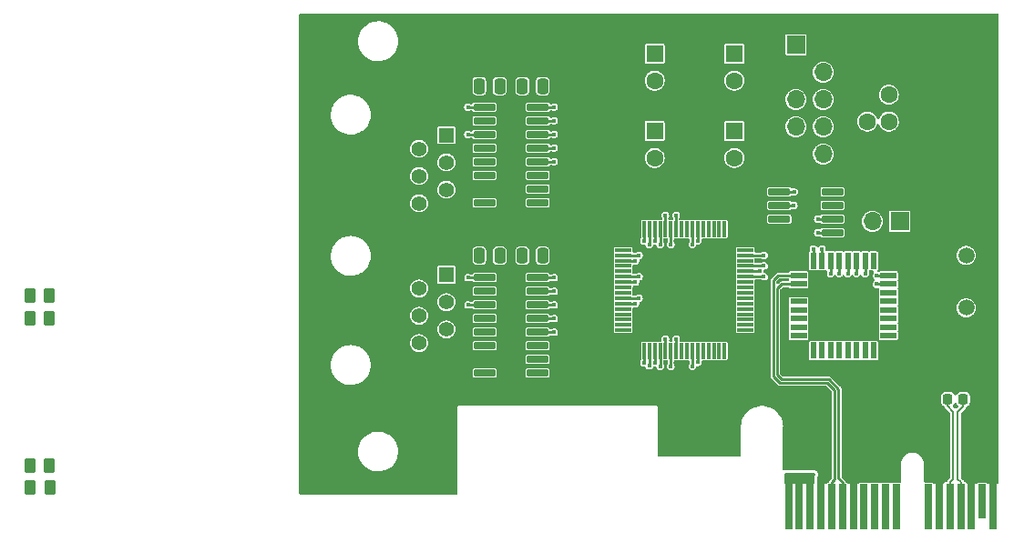
<source format=gtl>
G04 #@! TF.GenerationSoftware,KiCad,Pcbnew,6.0.9+dfsg-1*
G04 #@! TF.CreationDate,2023-01-25T21:24:39+01:00*
G04 #@! TF.ProjectId,siproslic,73697072-6f73-46c6-9963-2e6b69636164,rev?*
G04 #@! TF.SameCoordinates,Original*
G04 #@! TF.FileFunction,Copper,L1,Top*
G04 #@! TF.FilePolarity,Positive*
%FSLAX46Y46*%
G04 Gerber Fmt 4.6, Leading zero omitted, Abs format (unit mm)*
G04 Created by KiCad (PCBNEW 6.0.9+dfsg-1) date 2023-01-25 21:24:39*
%MOMM*%
%LPD*%
G01*
G04 APERTURE LIST*
G04 Aperture macros list*
%AMRoundRect*
0 Rectangle with rounded corners*
0 $1 Rounding radius*
0 $2 $3 $4 $5 $6 $7 $8 $9 X,Y pos of 4 corners*
0 Add a 4 corners polygon primitive as box body*
4,1,4,$2,$3,$4,$5,$6,$7,$8,$9,$2,$3,0*
0 Add four circle primitives for the rounded corners*
1,1,$1+$1,$2,$3*
1,1,$1+$1,$4,$5*
1,1,$1+$1,$6,$7*
1,1,$1+$1,$8,$9*
0 Add four rect primitives between the rounded corners*
20,1,$1+$1,$2,$3,$4,$5,0*
20,1,$1+$1,$4,$5,$6,$7,0*
20,1,$1+$1,$6,$7,$8,$9,0*
20,1,$1+$1,$8,$9,$2,$3,0*%
G04 Aperture macros list end*
G04 #@! TA.AperFunction,SMDPad,CuDef*
%ADD10RoundRect,0.218750X0.218750X0.256250X-0.218750X0.256250X-0.218750X-0.256250X0.218750X-0.256250X0*%
G04 #@! TD*
G04 #@! TA.AperFunction,SMDPad,CuDef*
%ADD11RoundRect,0.218750X-0.218750X-0.256250X0.218750X-0.256250X0.218750X0.256250X-0.218750X0.256250X0*%
G04 #@! TD*
G04 #@! TA.AperFunction,ComponentPad*
%ADD12R,1.700000X1.700000*%
G04 #@! TD*
G04 #@! TA.AperFunction,ComponentPad*
%ADD13O,1.700000X1.700000*%
G04 #@! TD*
G04 #@! TA.AperFunction,ComponentPad*
%ADD14C,1.700000*%
G04 #@! TD*
G04 #@! TA.AperFunction,SMDPad,CuDef*
%ADD15RoundRect,0.250000X-0.250000X-0.475000X0.250000X-0.475000X0.250000X0.475000X-0.250000X0.475000X0*%
G04 #@! TD*
G04 #@! TA.AperFunction,SMDPad,CuDef*
%ADD16RoundRect,0.250000X-0.262500X-0.450000X0.262500X-0.450000X0.262500X0.450000X-0.262500X0.450000X0*%
G04 #@! TD*
G04 #@! TA.AperFunction,ComponentPad*
%ADD17C,1.600000*%
G04 #@! TD*
G04 #@! TA.AperFunction,ComponentPad*
%ADD18R,1.600000X1.600000*%
G04 #@! TD*
G04 #@! TA.AperFunction,SMDPad,CuDef*
%ADD19RoundRect,0.011200X-2.988800X-2.988800X2.988800X-2.988800X2.988800X2.988800X-2.988800X2.988800X0*%
G04 #@! TD*
G04 #@! TA.AperFunction,SMDPad,CuDef*
%ADD20RoundRect,0.011200X0.128800X-0.723800X0.128800X0.723800X-0.128800X0.723800X-0.128800X-0.723800X0*%
G04 #@! TD*
G04 #@! TA.AperFunction,SMDPad,CuDef*
%ADD21RoundRect,0.011200X-0.723800X-0.128800X0.723800X-0.128800X0.723800X0.128800X-0.723800X0.128800X0*%
G04 #@! TD*
G04 #@! TA.AperFunction,SMDPad,CuDef*
%ADD22RoundRect,0.037800X0.232200X-0.742200X0.232200X0.742200X-0.232200X0.742200X-0.232200X-0.742200X0*%
G04 #@! TD*
G04 #@! TA.AperFunction,SMDPad,CuDef*
%ADD23RoundRect,0.037800X-0.742200X-0.232200X0.742200X-0.232200X0.742200X0.232200X-0.742200X0.232200X0*%
G04 #@! TD*
G04 #@! TA.AperFunction,SMDPad,CuDef*
%ADD24RoundRect,0.042000X-1.108000X-1.758000X1.108000X-1.758000X1.108000X1.758000X-1.108000X1.758000X0*%
G04 #@! TD*
G04 #@! TA.AperFunction,SMDPad,CuDef*
%ADD25RoundRect,0.042000X-0.943000X-0.258000X0.943000X-0.258000X0.943000X0.258000X-0.943000X0.258000X0*%
G04 #@! TD*
G04 #@! TA.AperFunction,ConnectorPad*
%ADD26R,0.700000X4.200000*%
G04 #@! TD*
G04 #@! TA.AperFunction,ConnectorPad*
%ADD27R,0.700000X3.200000*%
G04 #@! TD*
G04 #@! TA.AperFunction,ComponentPad*
%ADD28R,1.408000X1.408000*%
G04 #@! TD*
G04 #@! TA.AperFunction,ComponentPad*
%ADD29C,1.408000*%
G04 #@! TD*
G04 #@! TA.AperFunction,ComponentPad*
%ADD30C,1.500000*%
G04 #@! TD*
G04 #@! TA.AperFunction,ComponentPad*
%ADD31C,4.000000*%
G04 #@! TD*
G04 #@! TA.AperFunction,ViaPad*
%ADD32C,0.450000*%
G04 #@! TD*
G04 #@! TA.AperFunction,ViaPad*
%ADD33C,1.000000*%
G04 #@! TD*
G04 #@! TA.AperFunction,ViaPad*
%ADD34C,0.550000*%
G04 #@! TD*
G04 #@! TA.AperFunction,Conductor*
%ADD35C,0.200000*%
G04 #@! TD*
G04 #@! TA.AperFunction,Conductor*
%ADD36C,0.254000*%
G04 #@! TD*
G04 #@! TA.AperFunction,Conductor*
%ADD37C,0.700000*%
G04 #@! TD*
G04 #@! TA.AperFunction,Conductor*
%ADD38C,0.088900*%
G04 #@! TD*
G04 APERTURE END LIST*
D10*
X124912500Y-180625000D03*
X123337500Y-180625000D03*
D11*
X126337500Y-180625000D03*
X127912500Y-180625000D03*
D12*
X110800000Y-147640000D03*
D13*
X113340000Y-147640000D03*
X110800000Y-150180000D03*
X113340000Y-150180000D03*
X110800000Y-152720000D03*
X113340000Y-152720000D03*
X110800000Y-155260000D03*
X113340000Y-155260000D03*
D14*
X110800000Y-157800000D03*
D13*
X113340000Y-157800000D03*
D15*
X87275000Y-151475000D03*
X85375000Y-151475000D03*
X83275000Y-151475000D03*
X81375000Y-151475000D03*
X85375000Y-167275000D03*
X87275000Y-167275000D03*
X81375000Y-167275000D03*
X83275000Y-167275000D03*
D16*
X39612500Y-173075000D03*
X41437500Y-173075000D03*
X39612500Y-171025000D03*
X41437500Y-171025000D03*
X39625000Y-188875000D03*
X41450000Y-188875000D03*
X39612500Y-186825000D03*
X41437500Y-186825000D03*
D17*
X97675000Y-158175000D03*
D18*
X97675000Y-155675000D03*
D17*
X97675000Y-150975000D03*
D18*
X97675000Y-148475000D03*
X105075000Y-148475000D03*
D17*
X105075000Y-150975000D03*
D18*
X105075000Y-155675000D03*
D17*
X105075000Y-158175000D03*
D19*
X100425000Y-170475000D03*
D20*
X96675000Y-164805000D03*
X97175000Y-164805000D03*
X97675000Y-164805000D03*
X98175000Y-164805000D03*
X98675000Y-164805000D03*
X99175000Y-164805000D03*
X99675000Y-164805000D03*
X100175000Y-164805000D03*
X100675000Y-164805000D03*
X101175000Y-164805000D03*
X101675000Y-164805000D03*
X102175000Y-164805000D03*
X102675000Y-164805000D03*
X103175000Y-164805000D03*
X103675000Y-164805000D03*
X104175000Y-164805000D03*
D21*
X106095000Y-166725000D03*
X106095000Y-167225000D03*
X106095000Y-167725000D03*
X106095000Y-168225000D03*
X106095000Y-168725000D03*
X106095000Y-169225000D03*
X106095000Y-169725000D03*
X106095000Y-170225000D03*
X106095000Y-170725000D03*
X106095000Y-171225000D03*
X106095000Y-171725000D03*
X106095000Y-172225000D03*
X106095000Y-172725000D03*
X106095000Y-173225000D03*
X106095000Y-173725000D03*
X106095000Y-174225000D03*
D20*
X104175000Y-176145000D03*
X103675000Y-176145000D03*
X103175000Y-176145000D03*
X102675000Y-176145000D03*
X102175000Y-176145000D03*
X101675000Y-176145000D03*
X101175000Y-176145000D03*
X100675000Y-176145000D03*
X100175000Y-176145000D03*
X99675000Y-176145000D03*
X99175000Y-176145000D03*
X98675000Y-176145000D03*
X98175000Y-176145000D03*
X97675000Y-176145000D03*
X97175000Y-176145000D03*
X96675000Y-176145000D03*
D21*
X94755000Y-174225000D03*
X94755000Y-173725000D03*
X94755000Y-173225000D03*
X94755000Y-172725000D03*
X94755000Y-172225000D03*
X94755000Y-171725000D03*
X94755000Y-171225000D03*
X94755000Y-170725000D03*
X94755000Y-170225000D03*
X94755000Y-169725000D03*
X94755000Y-169225000D03*
X94755000Y-168725000D03*
X94755000Y-168225000D03*
X94755000Y-167725000D03*
X94755000Y-167225000D03*
X94755000Y-166725000D03*
D22*
X112425000Y-167745000D03*
X113225000Y-167745000D03*
X114025000Y-167745000D03*
X114825000Y-167745000D03*
X115625000Y-167745000D03*
X116425000Y-167745000D03*
X117225000Y-167745000D03*
X118025000Y-167745000D03*
D23*
X119405000Y-169125000D03*
X119405000Y-169925000D03*
X119405000Y-170725000D03*
X119405000Y-171525000D03*
X119405000Y-172325000D03*
X119405000Y-173125000D03*
X119405000Y-173925000D03*
X119405000Y-174725000D03*
D22*
X118025000Y-176105000D03*
X117225000Y-176105000D03*
X116425000Y-176105000D03*
X115625000Y-176105000D03*
X114825000Y-176105000D03*
X114025000Y-176105000D03*
X113225000Y-176105000D03*
X112425000Y-176105000D03*
D23*
X111045000Y-174725000D03*
X111045000Y-173925000D03*
X111045000Y-173125000D03*
X111045000Y-172325000D03*
X111045000Y-171525000D03*
X111045000Y-170725000D03*
X111045000Y-169925000D03*
X111045000Y-169125000D03*
D24*
X84325000Y-157875000D03*
D25*
X86800000Y-153430000D03*
X86800000Y-154700000D03*
X86800000Y-155970000D03*
X86800000Y-157240000D03*
X86800000Y-158510000D03*
X86800000Y-159780000D03*
X86800000Y-161050000D03*
X86800000Y-162320000D03*
X81850000Y-162320000D03*
X81850000Y-161050000D03*
X81850000Y-159780000D03*
X81850000Y-158510000D03*
X81850000Y-157240000D03*
X81850000Y-155970000D03*
X81850000Y-154700000D03*
X81850000Y-153430000D03*
X81855000Y-169315000D03*
X81855000Y-170585000D03*
X81855000Y-171855000D03*
X81855000Y-173125000D03*
X81855000Y-174395000D03*
X81855000Y-175665000D03*
X81855000Y-176935000D03*
X81855000Y-178205000D03*
X86805000Y-178205000D03*
X86805000Y-176935000D03*
X86805000Y-175665000D03*
X86805000Y-174395000D03*
X86805000Y-173125000D03*
X86805000Y-171855000D03*
X86805000Y-170585000D03*
X86805000Y-169315000D03*
D24*
X84330000Y-173760000D03*
D26*
X110125000Y-190625000D03*
X111125000Y-190625000D03*
X112125000Y-190625000D03*
X113125000Y-190625000D03*
X114125000Y-190625000D03*
X115125000Y-190625000D03*
X116125000Y-190625000D03*
X117125000Y-190625000D03*
X118125000Y-190625000D03*
X119125000Y-190625000D03*
X120125000Y-190625000D03*
X123125000Y-190625000D03*
X124125000Y-190625000D03*
X125125000Y-190625000D03*
X126125000Y-190625000D03*
X127125000Y-190625000D03*
D27*
X128125000Y-190125000D03*
D26*
X129125000Y-190625000D03*
D25*
X114195000Y-161320000D03*
X114195000Y-162590000D03*
X114195000Y-163860000D03*
X114195000Y-165130000D03*
X109255000Y-165130000D03*
X109255000Y-163860000D03*
X109255000Y-162590000D03*
X109255000Y-161320000D03*
D28*
X78315000Y-156050000D03*
X78315000Y-169050000D03*
D29*
X75775000Y-170320000D03*
X75775000Y-157320000D03*
X78315000Y-158590000D03*
X78315000Y-171590000D03*
X75775000Y-159860000D03*
X75775000Y-172860000D03*
X78315000Y-174130000D03*
X78315000Y-161130000D03*
X75775000Y-162400000D03*
X75775000Y-175400000D03*
D30*
X126625000Y-172125000D03*
X126625000Y-167245000D03*
D18*
X117437500Y-152275000D03*
D17*
X117437500Y-154775000D03*
X119437500Y-154775000D03*
X119437500Y-152275000D03*
D31*
X122297500Y-147525000D03*
X122297500Y-159525000D03*
D12*
X120450000Y-164075000D03*
D13*
X117910000Y-164075000D03*
D32*
X113225000Y-166625000D03*
X112425000Y-166625000D03*
X107825000Y-167225000D03*
X107825000Y-169225000D03*
X107425000Y-168725000D03*
X107825000Y-168225000D03*
X117225000Y-168925000D03*
X116425000Y-168925000D03*
X115625000Y-168925000D03*
X114825000Y-168925000D03*
X114025000Y-168925000D03*
X112825000Y-165130000D03*
X112825000Y-163860000D03*
X110610000Y-162590000D03*
X110625000Y-161325000D03*
X95875000Y-167725000D03*
X96225000Y-167225000D03*
X95875000Y-171725000D03*
X96225000Y-171225000D03*
X95875000Y-169725000D03*
X96225000Y-169225000D03*
X85225000Y-172225000D03*
X85225000Y-175325000D03*
X83425000Y-172225000D03*
X83425000Y-175325000D03*
X85225000Y-156325000D03*
X83425000Y-156325000D03*
X85225000Y-159425000D03*
X83425000Y-159425000D03*
D33*
X84325000Y-157875000D03*
X84330000Y-173760000D03*
X100425000Y-170475000D03*
D32*
X97675000Y-167725000D03*
X97675000Y-173225000D03*
X103175000Y-173225000D03*
X103175000Y-167725000D03*
X118275000Y-169925000D03*
X118275000Y-169125000D03*
X101675000Y-177205000D03*
X101175000Y-177575000D03*
X99175000Y-177575000D03*
X99675000Y-175025000D03*
X98675000Y-175025000D03*
X98175000Y-177575000D03*
X97675000Y-177225000D03*
X97175000Y-177525000D03*
X96675000Y-177225000D03*
X96675000Y-165875000D03*
X97175000Y-166225000D03*
X97675000Y-165875000D03*
X98175000Y-166225000D03*
X80335000Y-171855000D03*
X80335000Y-169315000D03*
X88330000Y-169315000D03*
X88330000Y-170585000D03*
X88325000Y-171855000D03*
X88330000Y-173125000D03*
X88330000Y-174395000D03*
X101675000Y-165875000D03*
X101175000Y-166225000D03*
X99675000Y-163525000D03*
X99175000Y-166225000D03*
X98675000Y-163525000D03*
X80320000Y-155970000D03*
X80320000Y-153430000D03*
X88320000Y-158510000D03*
X88320000Y-157240000D03*
X88320000Y-155970000D03*
X88320000Y-154700000D03*
X88320000Y-153430000D03*
D34*
X124125000Y-185500000D03*
X129125000Y-185500000D03*
X126625000Y-185500000D03*
X124125000Y-186500000D03*
X126625000Y-186500000D03*
X129125000Y-187500000D03*
X126625000Y-187500000D03*
X116125000Y-188025000D03*
X113125000Y-188000000D03*
X129125000Y-186500000D03*
X124125000Y-187500000D03*
X112125000Y-188000000D03*
X111125000Y-188000000D03*
D35*
X126337500Y-181287500D02*
X126337500Y-180625000D01*
X125825000Y-181800000D02*
X126337500Y-181287500D01*
X125825000Y-188075000D02*
X125825000Y-181800000D01*
X126125000Y-188375000D02*
X125825000Y-188075000D01*
X126125000Y-190625000D02*
X126125000Y-188375000D01*
X124912500Y-181268750D02*
X124912500Y-180625000D01*
X125425000Y-181781250D02*
X124912500Y-181268750D01*
X125425000Y-188075000D02*
X125425000Y-181781250D01*
X125125000Y-188375000D02*
X125425000Y-188075000D01*
X125125000Y-190625000D02*
X125125000Y-188375000D01*
D36*
X112425000Y-167745000D02*
X112425000Y-166625000D01*
X113225000Y-167745000D02*
X113225000Y-166625000D01*
X117225000Y-167745000D02*
X117225000Y-168925000D01*
X106095000Y-167225000D02*
X107825000Y-167225000D01*
X106095000Y-169225000D02*
X107825000Y-169225000D01*
X106095000Y-168725000D02*
X107425000Y-168725000D01*
X106095000Y-168225000D02*
X107825000Y-168225000D01*
X116425000Y-167745000D02*
X116425000Y-168925000D01*
X114025000Y-167745000D02*
X114025000Y-168925000D01*
X114825000Y-167745000D02*
X114825000Y-168925000D01*
X115625000Y-167745000D02*
X115625000Y-168925000D01*
X110610000Y-162590000D02*
X109255000Y-162590000D01*
X114195000Y-165130000D02*
X112825000Y-165130000D01*
X114195000Y-163860000D02*
X112825000Y-163860000D01*
X109255000Y-161320000D02*
X110620000Y-161320000D01*
X110620000Y-161320000D02*
X110625000Y-161325000D01*
X94755000Y-167725000D02*
X95875000Y-167725000D01*
X94755000Y-167225000D02*
X96225000Y-167225000D01*
X94755000Y-171725000D02*
X95875000Y-171725000D01*
X94755000Y-171225000D02*
X96225000Y-171225000D01*
X94755000Y-169725000D02*
X95875000Y-169725000D01*
X94755000Y-169225000D02*
X96225000Y-169225000D01*
X118275000Y-169925000D02*
X119405000Y-169925000D01*
X118275000Y-169125000D02*
X119405000Y-169125000D01*
X101675000Y-177205000D02*
X101675000Y-176145000D01*
X101175000Y-176145000D02*
X101175000Y-177575000D01*
X99175000Y-176145000D02*
X99175000Y-177575000D01*
X99675000Y-176145000D02*
X99675000Y-175025000D01*
X98675000Y-176145000D02*
X98675000Y-175025000D01*
X98175000Y-176145000D02*
X98175000Y-177575000D01*
X97675000Y-176145000D02*
X97675000Y-177225000D01*
X97175000Y-176145000D02*
X97175000Y-177525000D01*
X96675000Y-176145000D02*
X96675000Y-177225000D01*
X96675000Y-164805000D02*
X96675000Y-165875000D01*
X97175000Y-164805000D02*
X97175000Y-166225000D01*
X97675000Y-164805000D02*
X97675000Y-165875000D01*
X98175000Y-164805000D02*
X98175000Y-166225000D01*
X80335000Y-171855000D02*
X81855000Y-171855000D01*
X80335000Y-169315000D02*
X81855000Y-169315000D01*
X88325000Y-171855000D02*
X86805000Y-171855000D01*
X86805000Y-174395000D02*
X88330000Y-174395000D01*
X86805000Y-173125000D02*
X88330000Y-173125000D01*
X86805000Y-170585000D02*
X88330000Y-170585000D01*
X86805000Y-169315000D02*
X88330000Y-169315000D01*
X99675000Y-163525000D02*
X99675000Y-164805000D01*
X98675000Y-163525000D02*
X98675000Y-164805000D01*
X101175000Y-166225000D02*
X101175000Y-164805000D01*
X101675000Y-165875000D02*
X101675000Y-164805000D01*
X99175000Y-166225000D02*
X99175000Y-164805000D01*
X80320000Y-155970000D02*
X81850000Y-155970000D01*
X81850000Y-153430000D02*
X80320000Y-153430000D01*
X88320000Y-158510000D02*
X86800000Y-158510000D01*
X88320000Y-157240000D02*
X86800000Y-157240000D01*
X88320000Y-155970000D02*
X86800000Y-155970000D01*
X88320000Y-154700000D02*
X86800000Y-154700000D01*
X88320000Y-153430000D02*
X86800000Y-153430000D01*
D37*
X113125000Y-188125000D02*
X113125000Y-188125000D01*
X116125000Y-190625000D02*
X116125000Y-188025000D01*
X113125000Y-190625000D02*
X113125000Y-188000000D01*
D38*
X111125000Y-190625000D02*
X111125000Y-188000000D01*
D36*
X109325000Y-179125000D02*
X108725000Y-178525000D01*
X114425000Y-179825000D02*
X113725000Y-179125000D01*
X113725000Y-179125000D02*
X109325000Y-179125000D01*
X114425000Y-188075000D02*
X114425000Y-179825000D01*
X108725000Y-169575000D02*
X109175000Y-169125000D01*
X109175000Y-169125000D02*
X111045000Y-169125000D01*
X114125000Y-188375000D02*
X114425000Y-188075000D01*
X108725000Y-178525000D02*
X108725000Y-169575000D01*
X114125000Y-190625000D02*
X114125000Y-188375000D01*
X115125000Y-188375000D02*
X114767900Y-188017900D01*
X109067900Y-178382966D02*
X109067900Y-170332100D01*
X109467034Y-178782100D02*
X109067900Y-178382966D01*
X115125000Y-190625000D02*
X115125000Y-188375000D01*
X113882100Y-178782100D02*
X109467034Y-178782100D01*
X109067900Y-170332100D02*
X109475000Y-169925000D01*
X114767900Y-188017900D02*
X114767900Y-179667900D01*
X114767900Y-179667900D02*
X113882100Y-178782100D01*
X109475000Y-169925000D02*
X111045000Y-169925000D01*
G04 #@! TA.AperFunction,Conductor*
G36*
X112560763Y-187520002D02*
G01*
X112607256Y-187573658D01*
X112617360Y-187643932D01*
X112601825Y-187688815D01*
X112596970Y-187695142D01*
X112593810Y-187702772D01*
X112593809Y-187702773D01*
X112539219Y-187834566D01*
X112539218Y-187834570D01*
X112536060Y-187842194D01*
X112534983Y-187850374D01*
X112534982Y-187850378D01*
X112522341Y-187946399D01*
X112520500Y-187960381D01*
X112520500Y-188077123D01*
X112519422Y-188093569D01*
X112515284Y-188125000D01*
X112516362Y-188133188D01*
X112519422Y-188156431D01*
X112520500Y-188172877D01*
X112520500Y-188400000D01*
X112500498Y-188468121D01*
X112446842Y-188514614D01*
X112394500Y-188526000D01*
X109855500Y-188526000D01*
X109787379Y-188505998D01*
X109740886Y-188452342D01*
X109729500Y-188400000D01*
X109729500Y-187626000D01*
X109749502Y-187557879D01*
X109803158Y-187511386D01*
X109855500Y-187500000D01*
X112492642Y-187500000D01*
X112560763Y-187520002D01*
G37*
G04 #@! TD.AperFunction*
G04 #@! TA.AperFunction,Conductor*
G36*
X129589621Y-144772502D02*
G01*
X129636114Y-144826158D01*
X129647500Y-144878500D01*
X129647500Y-188399000D01*
X129627498Y-188467121D01*
X129573842Y-188513614D01*
X129521500Y-188525000D01*
X128695691Y-188525000D01*
X128627570Y-188504998D01*
X128590928Y-188469004D01*
X128566922Y-188433078D01*
X128524748Y-188404898D01*
X128512578Y-188402477D01*
X128493623Y-188398706D01*
X128493618Y-188398706D01*
X128487558Y-188397500D01*
X127762442Y-188397500D01*
X127756382Y-188398706D01*
X127756377Y-188398706D01*
X127737422Y-188402477D01*
X127725252Y-188404898D01*
X127683078Y-188433078D01*
X127659073Y-188469004D01*
X127604596Y-188514530D01*
X127554309Y-188525000D01*
X126777841Y-188525000D01*
X126709720Y-188504998D01*
X126664744Y-188451180D01*
X126663867Y-188446769D01*
X126631753Y-188398707D01*
X126626443Y-188390761D01*
X126619552Y-188380448D01*
X126553231Y-188336133D01*
X126541062Y-188333712D01*
X126541061Y-188333712D01*
X126494748Y-188324500D01*
X126495261Y-188321919D01*
X126440046Y-188299620D01*
X126413168Y-188263120D01*
X126410208Y-188264945D01*
X126397272Y-188243959D01*
X126388769Y-188227589D01*
X126382549Y-188213112D01*
X126382547Y-188213108D01*
X126379036Y-188204937D01*
X126375022Y-188200051D01*
X126372837Y-188197866D01*
X126370785Y-188195603D01*
X126370945Y-188195458D01*
X126363825Y-188186451D01*
X126357573Y-188179556D01*
X126351468Y-188169652D01*
X126329680Y-188153084D01*
X126316861Y-188141890D01*
X126162405Y-187987434D01*
X126128379Y-187925122D01*
X126125500Y-187898339D01*
X126125500Y-181976661D01*
X126145502Y-181908540D01*
X126162405Y-181887566D01*
X126512952Y-181537019D01*
X126514986Y-181535263D01*
X126519769Y-181532925D01*
X126540493Y-181510585D01*
X126553073Y-181497023D01*
X126556353Y-181493618D01*
X126569747Y-181480224D01*
X126572469Y-181476255D01*
X126574791Y-181473611D01*
X126587988Y-181459385D01*
X126587990Y-181459382D01*
X126595901Y-181450854D01*
X126600213Y-181440047D01*
X126602735Y-181436057D01*
X126608494Y-181425273D01*
X126610411Y-181420948D01*
X126616992Y-181411354D01*
X126619737Y-181399789D01*
X126622683Y-181387373D01*
X126628248Y-181369776D01*
X126637383Y-181346879D01*
X126640522Y-181348131D01*
X126667895Y-181300792D01*
X126697582Y-181279773D01*
X126701818Y-181277615D01*
X126805751Y-181224658D01*
X126899658Y-181130751D01*
X126959951Y-181012420D01*
X126975500Y-180914246D01*
X126975500Y-180335754D01*
X126959951Y-180237580D01*
X126899658Y-180119249D01*
X126805751Y-180025342D01*
X126687420Y-179965049D01*
X126589246Y-179949500D01*
X126085754Y-179949500D01*
X125987580Y-179965049D01*
X125869249Y-180025342D01*
X125775342Y-180119249D01*
X125737267Y-180193975D01*
X125688518Y-180245590D01*
X125619604Y-180262656D01*
X125552402Y-180239755D01*
X125512733Y-180193975D01*
X125474658Y-180119249D01*
X125380751Y-180025342D01*
X125262420Y-179965049D01*
X125164246Y-179949500D01*
X124660754Y-179949500D01*
X124562580Y-179965049D01*
X124444249Y-180025342D01*
X124350342Y-180119249D01*
X124290049Y-180237580D01*
X124274500Y-180335754D01*
X124274500Y-180914246D01*
X124290049Y-181012420D01*
X124350342Y-181130751D01*
X124444249Y-181224658D01*
X124522370Y-181264463D01*
X124559461Y-181283362D01*
X124611076Y-181332111D01*
X124620260Y-181356788D01*
X124620973Y-181356513D01*
X124625161Y-181367366D01*
X124627291Y-181378803D01*
X124633395Y-181388705D01*
X124640227Y-181399789D01*
X124648731Y-181416161D01*
X124654951Y-181430638D01*
X124654953Y-181430642D01*
X124658464Y-181438813D01*
X124662478Y-181443699D01*
X124664663Y-181445884D01*
X124666715Y-181448147D01*
X124666555Y-181448292D01*
X124673675Y-181457299D01*
X124679927Y-181464194D01*
X124686032Y-181474098D01*
X124707820Y-181490666D01*
X124720639Y-181501860D01*
X125087595Y-181868816D01*
X125121621Y-181931128D01*
X125124500Y-181957911D01*
X125124500Y-187898339D01*
X125104498Y-187966460D01*
X125087595Y-187987434D01*
X124949548Y-188125481D01*
X124947514Y-188127237D01*
X124942731Y-188129575D01*
X124934819Y-188138104D01*
X124934818Y-188138105D01*
X124909427Y-188165477D01*
X124906147Y-188168882D01*
X124892752Y-188182277D01*
X124890028Y-188186247D01*
X124887703Y-188188895D01*
X124874508Y-188203119D01*
X124874506Y-188203122D01*
X124866599Y-188211646D01*
X124862289Y-188222450D01*
X124859767Y-188226439D01*
X124854008Y-188237224D01*
X124852091Y-188241549D01*
X124845508Y-188251146D01*
X124844498Y-188255404D01*
X124801663Y-188305979D01*
X124754863Y-188322544D01*
X124755252Y-188324500D01*
X124708939Y-188333712D01*
X124708938Y-188333712D01*
X124696769Y-188336133D01*
X124630448Y-188380448D01*
X124623557Y-188390761D01*
X124618248Y-188398707D01*
X124586133Y-188446769D01*
X124585217Y-188451375D01*
X124544022Y-188502497D01*
X124472159Y-188525000D01*
X123695691Y-188525000D01*
X123627570Y-188504998D01*
X123590928Y-188469004D01*
X123566922Y-188433078D01*
X123524748Y-188404898D01*
X123512578Y-188402477D01*
X123493623Y-188398706D01*
X123493618Y-188398706D01*
X123487558Y-188397500D01*
X122828500Y-188397500D01*
X122760379Y-188377498D01*
X122713886Y-188323842D01*
X122702500Y-188271500D01*
X122702500Y-186708376D01*
X122702542Y-186708058D01*
X122702500Y-186707556D01*
X122702500Y-186691787D01*
X122704684Y-186691787D01*
X122705491Y-186685662D01*
X122705048Y-186682278D01*
X122706998Y-186675000D01*
X122707116Y-186675000D01*
X122705445Y-186656961D01*
X122689228Y-186481957D01*
X122688691Y-186476162D01*
X122634043Y-186284095D01*
X122545034Y-186105339D01*
X122424693Y-185945983D01*
X122277121Y-185811453D01*
X122272173Y-185808390D01*
X122272170Y-185808387D01*
X122146530Y-185730594D01*
X122107341Y-185706329D01*
X122061072Y-185688405D01*
X121926562Y-185636295D01*
X121926558Y-185636294D01*
X121921135Y-185634193D01*
X121724845Y-185597500D01*
X121525155Y-185597500D01*
X121328865Y-185634193D01*
X121323442Y-185636294D01*
X121323438Y-185636295D01*
X121188928Y-185688405D01*
X121142659Y-185706329D01*
X121103470Y-185730594D01*
X120977830Y-185808387D01*
X120977827Y-185808390D01*
X120972879Y-185811453D01*
X120825307Y-185945983D01*
X120704966Y-186105339D01*
X120615957Y-186284095D01*
X120561309Y-186476162D01*
X120542884Y-186675000D01*
X120543002Y-186675000D01*
X120545192Y-186683174D01*
X120544775Y-186687678D01*
X120545316Y-186691787D01*
X120547500Y-186691787D01*
X120547500Y-186707556D01*
X120547425Y-186707810D01*
X120547500Y-186708376D01*
X120547500Y-188271500D01*
X120527498Y-188339621D01*
X120473842Y-188386114D01*
X120421500Y-188397500D01*
X119762442Y-188397500D01*
X119756382Y-188398706D01*
X119756377Y-188398706D01*
X119737422Y-188402477D01*
X119725252Y-188404898D01*
X119714935Y-188411791D01*
X119714934Y-188411792D01*
X119695003Y-188425110D01*
X119627251Y-188446326D01*
X119554997Y-188425110D01*
X119535066Y-188411792D01*
X119535065Y-188411791D01*
X119524748Y-188404898D01*
X119512578Y-188402477D01*
X119493623Y-188398706D01*
X119493618Y-188398706D01*
X119487558Y-188397500D01*
X118762442Y-188397500D01*
X118756382Y-188398706D01*
X118756377Y-188398706D01*
X118737422Y-188402477D01*
X118725252Y-188404898D01*
X118714935Y-188411791D01*
X118714934Y-188411792D01*
X118695003Y-188425110D01*
X118627251Y-188446326D01*
X118554997Y-188425110D01*
X118535066Y-188411792D01*
X118535065Y-188411791D01*
X118524748Y-188404898D01*
X118512578Y-188402477D01*
X118493623Y-188398706D01*
X118493618Y-188398706D01*
X118487558Y-188397500D01*
X117762442Y-188397500D01*
X117756382Y-188398706D01*
X117756377Y-188398706D01*
X117737422Y-188402477D01*
X117725252Y-188404898D01*
X117714935Y-188411791D01*
X117714934Y-188411792D01*
X117695003Y-188425110D01*
X117627251Y-188446326D01*
X117554997Y-188425110D01*
X117535066Y-188411792D01*
X117535065Y-188411791D01*
X117524748Y-188404898D01*
X117512578Y-188402477D01*
X117493623Y-188398706D01*
X117493618Y-188398706D01*
X117487558Y-188397500D01*
X116762442Y-188397500D01*
X116756382Y-188398706D01*
X116756377Y-188398706D01*
X116737422Y-188402477D01*
X116725252Y-188404898D01*
X116683078Y-188433078D01*
X116659073Y-188469004D01*
X116604596Y-188514530D01*
X116554309Y-188525000D01*
X115695691Y-188525000D01*
X115627570Y-188504998D01*
X115590928Y-188469004D01*
X115566922Y-188433078D01*
X115524748Y-188404898D01*
X115487558Y-188397500D01*
X115481373Y-188397500D01*
X115480114Y-188397376D01*
X115414282Y-188370794D01*
X115373272Y-188312839D01*
X115368885Y-188296566D01*
X115367155Y-188287871D01*
X115367155Y-188287870D01*
X115364734Y-188275699D01*
X115357549Y-188264945D01*
X115347528Y-188249949D01*
X115347527Y-188249948D01*
X115339032Y-188237234D01*
X115322684Y-188212768D01*
X115326526Y-188210201D01*
X115326524Y-188210199D01*
X115322683Y-188212766D01*
X115315375Y-188201829D01*
X115308484Y-188191516D01*
X115297550Y-188184210D01*
X115278457Y-188168540D01*
X115059304Y-187949386D01*
X115025279Y-187887074D01*
X115022400Y-187860291D01*
X115022400Y-179705371D01*
X115024821Y-179680791D01*
X115024964Y-179680072D01*
X115027385Y-179667900D01*
X115022400Y-179642837D01*
X115022400Y-179642833D01*
X115007634Y-179568599D01*
X115000739Y-179558280D01*
X114958279Y-179494734D01*
X114958277Y-179494732D01*
X114951384Y-179484416D01*
X114940450Y-179477110D01*
X114921357Y-179461440D01*
X114088557Y-178628639D01*
X114072888Y-178609547D01*
X114072475Y-178608929D01*
X114065584Y-178598616D01*
X114044337Y-178584419D01*
X114044334Y-178584416D01*
X113981401Y-178542366D01*
X113969232Y-178539946D01*
X113969231Y-178539945D01*
X113894271Y-178525035D01*
X113882100Y-178522614D01*
X113869203Y-178525179D01*
X113844624Y-178527600D01*
X109624642Y-178527600D01*
X109556521Y-178507598D01*
X109535546Y-178490695D01*
X109359304Y-178314452D01*
X109325279Y-178252140D01*
X109322400Y-178225357D01*
X109322400Y-175346521D01*
X112027500Y-175346521D01*
X112027501Y-176863478D01*
X112037091Y-176911697D01*
X112073626Y-176966374D01*
X112128303Y-177002909D01*
X112140472Y-177005329D01*
X112140473Y-177005330D01*
X112168479Y-177010900D01*
X112176521Y-177012500D01*
X112424899Y-177012500D01*
X112673478Y-177012499D01*
X112721697Y-177002909D01*
X112737190Y-176992557D01*
X112754997Y-176980658D01*
X112822749Y-176959442D01*
X112895003Y-176980658D01*
X112917985Y-176996015D01*
X112917987Y-176996016D01*
X112928303Y-177002909D01*
X112940472Y-177005329D01*
X112940473Y-177005330D01*
X112968479Y-177010900D01*
X112976521Y-177012500D01*
X113224899Y-177012500D01*
X113473478Y-177012499D01*
X113521697Y-177002909D01*
X113537190Y-176992557D01*
X113554997Y-176980658D01*
X113622749Y-176959442D01*
X113695003Y-176980658D01*
X113717985Y-176996015D01*
X113717987Y-176996016D01*
X113728303Y-177002909D01*
X113740472Y-177005329D01*
X113740473Y-177005330D01*
X113768479Y-177010900D01*
X113776521Y-177012500D01*
X114024899Y-177012500D01*
X114273478Y-177012499D01*
X114321697Y-177002909D01*
X114337190Y-176992557D01*
X114354997Y-176980658D01*
X114422749Y-176959442D01*
X114495003Y-176980658D01*
X114517985Y-176996015D01*
X114517987Y-176996016D01*
X114528303Y-177002909D01*
X114540472Y-177005329D01*
X114540473Y-177005330D01*
X114568479Y-177010900D01*
X114576521Y-177012500D01*
X114824899Y-177012500D01*
X115073478Y-177012499D01*
X115121697Y-177002909D01*
X115137190Y-176992557D01*
X115154997Y-176980658D01*
X115222749Y-176959442D01*
X115295003Y-176980658D01*
X115317985Y-176996015D01*
X115317987Y-176996016D01*
X115328303Y-177002909D01*
X115340472Y-177005329D01*
X115340473Y-177005330D01*
X115368479Y-177010900D01*
X115376521Y-177012500D01*
X115624899Y-177012500D01*
X115873478Y-177012499D01*
X115921697Y-177002909D01*
X115937190Y-176992557D01*
X115954997Y-176980658D01*
X116022749Y-176959442D01*
X116095003Y-176980658D01*
X116117985Y-176996015D01*
X116117987Y-176996016D01*
X116128303Y-177002909D01*
X116140472Y-177005329D01*
X116140473Y-177005330D01*
X116168479Y-177010900D01*
X116176521Y-177012500D01*
X116424899Y-177012500D01*
X116673478Y-177012499D01*
X116721697Y-177002909D01*
X116737190Y-176992557D01*
X116754997Y-176980658D01*
X116822749Y-176959442D01*
X116895003Y-176980658D01*
X116917985Y-176996015D01*
X116917987Y-176996016D01*
X116928303Y-177002909D01*
X116940472Y-177005329D01*
X116940473Y-177005330D01*
X116968479Y-177010900D01*
X116976521Y-177012500D01*
X117224899Y-177012500D01*
X117473478Y-177012499D01*
X117521697Y-177002909D01*
X117537190Y-176992557D01*
X117554997Y-176980658D01*
X117622749Y-176959442D01*
X117695003Y-176980658D01*
X117717985Y-176996015D01*
X117717987Y-176996016D01*
X117728303Y-177002909D01*
X117740472Y-177005329D01*
X117740473Y-177005330D01*
X117768479Y-177010900D01*
X117776521Y-177012500D01*
X118024899Y-177012500D01*
X118273478Y-177012499D01*
X118321697Y-177002909D01*
X118337190Y-176992557D01*
X118366058Y-176973267D01*
X118376374Y-176966374D01*
X118412909Y-176911697D01*
X118422500Y-176863479D01*
X118422499Y-175346522D01*
X118412909Y-175298303D01*
X118402350Y-175282500D01*
X118391508Y-175266275D01*
X118383108Y-175239452D01*
X118353725Y-175228492D01*
X118350248Y-175226169D01*
X118321697Y-175207091D01*
X118309528Y-175204671D01*
X118309527Y-175204670D01*
X118279547Y-175198707D01*
X118273479Y-175197500D01*
X118025101Y-175197500D01*
X117776522Y-175197501D01*
X117728303Y-175207091D01*
X117717982Y-175213988D01*
X117717981Y-175213988D01*
X117695003Y-175229342D01*
X117627251Y-175250558D01*
X117554997Y-175229342D01*
X117532015Y-175213985D01*
X117532013Y-175213984D01*
X117521697Y-175207091D01*
X117509528Y-175204671D01*
X117509527Y-175204670D01*
X117479547Y-175198707D01*
X117473479Y-175197500D01*
X117225101Y-175197500D01*
X116976522Y-175197501D01*
X116928303Y-175207091D01*
X116917982Y-175213988D01*
X116917981Y-175213988D01*
X116895003Y-175229342D01*
X116827251Y-175250558D01*
X116754997Y-175229342D01*
X116732015Y-175213985D01*
X116732013Y-175213984D01*
X116721697Y-175207091D01*
X116709528Y-175204671D01*
X116709527Y-175204670D01*
X116679547Y-175198707D01*
X116673479Y-175197500D01*
X116425101Y-175197500D01*
X116176522Y-175197501D01*
X116128303Y-175207091D01*
X116117982Y-175213988D01*
X116117981Y-175213988D01*
X116095003Y-175229342D01*
X116027251Y-175250558D01*
X115954997Y-175229342D01*
X115932015Y-175213985D01*
X115932013Y-175213984D01*
X115921697Y-175207091D01*
X115909528Y-175204671D01*
X115909527Y-175204670D01*
X115879547Y-175198707D01*
X115873479Y-175197500D01*
X115625101Y-175197500D01*
X115376522Y-175197501D01*
X115328303Y-175207091D01*
X115317982Y-175213988D01*
X115317981Y-175213988D01*
X115295003Y-175229342D01*
X115227251Y-175250558D01*
X115154997Y-175229342D01*
X115132015Y-175213985D01*
X115132013Y-175213984D01*
X115121697Y-175207091D01*
X115109528Y-175204671D01*
X115109527Y-175204670D01*
X115079547Y-175198707D01*
X115073479Y-175197500D01*
X114825101Y-175197500D01*
X114576522Y-175197501D01*
X114528303Y-175207091D01*
X114517982Y-175213988D01*
X114517981Y-175213988D01*
X114495003Y-175229342D01*
X114427251Y-175250558D01*
X114354997Y-175229342D01*
X114332015Y-175213985D01*
X114332013Y-175213984D01*
X114321697Y-175207091D01*
X114309528Y-175204671D01*
X114309527Y-175204670D01*
X114279547Y-175198707D01*
X114273479Y-175197500D01*
X114025101Y-175197500D01*
X113776522Y-175197501D01*
X113728303Y-175207091D01*
X113717982Y-175213988D01*
X113717981Y-175213988D01*
X113695003Y-175229342D01*
X113627251Y-175250558D01*
X113554997Y-175229342D01*
X113532015Y-175213985D01*
X113532013Y-175213984D01*
X113521697Y-175207091D01*
X113509528Y-175204671D01*
X113509527Y-175204670D01*
X113479547Y-175198707D01*
X113473479Y-175197500D01*
X113225101Y-175197500D01*
X112976522Y-175197501D01*
X112928303Y-175207091D01*
X112917982Y-175213988D01*
X112917981Y-175213988D01*
X112895003Y-175229342D01*
X112827251Y-175250558D01*
X112754997Y-175229342D01*
X112732015Y-175213985D01*
X112732013Y-175213984D01*
X112721697Y-175207091D01*
X112709528Y-175204671D01*
X112709527Y-175204670D01*
X112679547Y-175198707D01*
X112673479Y-175197500D01*
X112425101Y-175197500D01*
X112176522Y-175197501D01*
X112128303Y-175207091D01*
X112117982Y-175213988D01*
X112117981Y-175213988D01*
X112096275Y-175228492D01*
X112069452Y-175236892D01*
X112058492Y-175266275D01*
X112037091Y-175298303D01*
X112027500Y-175346521D01*
X109322400Y-175346521D01*
X109322400Y-174476521D01*
X110137500Y-174476521D01*
X110137501Y-174973478D01*
X110147091Y-175021697D01*
X110183626Y-175076374D01*
X110238303Y-175112909D01*
X110250472Y-175115329D01*
X110250473Y-175115330D01*
X110278479Y-175120900D01*
X110286521Y-175122500D01*
X111044693Y-175122500D01*
X111803478Y-175122499D01*
X111851697Y-175112909D01*
X111883725Y-175091508D01*
X111910548Y-175083108D01*
X111921508Y-175053725D01*
X111921749Y-175053364D01*
X111942909Y-175021697D01*
X111952500Y-174973479D01*
X111952499Y-174476522D01*
X111942909Y-174428303D01*
X111920658Y-174395003D01*
X111899442Y-174327251D01*
X111920658Y-174254997D01*
X111936015Y-174232015D01*
X111936016Y-174232013D01*
X111942909Y-174221697D01*
X111952500Y-174173479D01*
X111952499Y-173676522D01*
X111942909Y-173628303D01*
X111920658Y-173595003D01*
X111899442Y-173527251D01*
X111920658Y-173454997D01*
X111936015Y-173432015D01*
X111936016Y-173432013D01*
X111942909Y-173421697D01*
X111946516Y-173403566D01*
X111951293Y-173379547D01*
X111952500Y-173373479D01*
X111952499Y-172876522D01*
X111942909Y-172828303D01*
X111920658Y-172795003D01*
X111899442Y-172727251D01*
X111920658Y-172654997D01*
X111936015Y-172632015D01*
X111936016Y-172632013D01*
X111942909Y-172621697D01*
X111949466Y-172588735D01*
X111951293Y-172579547D01*
X111952500Y-172573479D01*
X111952499Y-172076522D01*
X111942909Y-172028303D01*
X111920658Y-171995003D01*
X111899442Y-171927251D01*
X111920658Y-171854997D01*
X111936015Y-171832015D01*
X111936016Y-171832013D01*
X111942909Y-171821697D01*
X111952500Y-171773479D01*
X111952499Y-171276522D01*
X111942909Y-171228303D01*
X111906374Y-171173626D01*
X111851697Y-171137091D01*
X111839528Y-171134671D01*
X111839527Y-171134670D01*
X111809547Y-171128707D01*
X111803479Y-171127500D01*
X111045307Y-171127500D01*
X110286522Y-171127501D01*
X110238303Y-171137091D01*
X110183626Y-171173626D01*
X110147091Y-171228303D01*
X110144671Y-171240472D01*
X110144670Y-171240473D01*
X110142999Y-171248873D01*
X110137500Y-171276521D01*
X110137501Y-171773478D01*
X110147091Y-171821697D01*
X110153988Y-171832018D01*
X110153988Y-171832019D01*
X110169342Y-171854997D01*
X110190558Y-171922749D01*
X110169342Y-171995003D01*
X110156827Y-172013733D01*
X110147091Y-172028303D01*
X110137500Y-172076521D01*
X110137501Y-172573478D01*
X110147091Y-172621697D01*
X110153988Y-172632018D01*
X110153988Y-172632019D01*
X110169342Y-172654997D01*
X110190558Y-172722749D01*
X110169342Y-172795003D01*
X110147091Y-172828303D01*
X110144671Y-172840472D01*
X110144670Y-172840473D01*
X110140533Y-172861272D01*
X110137500Y-172876521D01*
X110137501Y-173373478D01*
X110147091Y-173421697D01*
X110153988Y-173432018D01*
X110153988Y-173432019D01*
X110169342Y-173454997D01*
X110190558Y-173522749D01*
X110169342Y-173595003D01*
X110147091Y-173628303D01*
X110144671Y-173640472D01*
X110144670Y-173640473D01*
X110141749Y-173655159D01*
X110137500Y-173676521D01*
X110137501Y-174173478D01*
X110147091Y-174221697D01*
X110153988Y-174232018D01*
X110153988Y-174232019D01*
X110169342Y-174254997D01*
X110190558Y-174322749D01*
X110169342Y-174395003D01*
X110147091Y-174428303D01*
X110137500Y-174476521D01*
X109322400Y-174476521D01*
X109322400Y-170489709D01*
X109342402Y-170421588D01*
X109359304Y-170400614D01*
X109543512Y-170216405D01*
X109605824Y-170182380D01*
X109632608Y-170179500D01*
X110051548Y-170179500D01*
X110119669Y-170199502D01*
X110156312Y-170235497D01*
X110166053Y-170250075D01*
X110183626Y-170276374D01*
X110238303Y-170312909D01*
X110250472Y-170315329D01*
X110250473Y-170315330D01*
X110273952Y-170320000D01*
X110286521Y-170322500D01*
X111044693Y-170322500D01*
X111803478Y-170322499D01*
X111851697Y-170312909D01*
X111866111Y-170303278D01*
X111896058Y-170283267D01*
X111906374Y-170276374D01*
X111942909Y-170221697D01*
X111947933Y-170196442D01*
X111951293Y-170179547D01*
X111952500Y-170173479D01*
X111952499Y-169676522D01*
X111942909Y-169628303D01*
X111932334Y-169612476D01*
X111920658Y-169595003D01*
X111899442Y-169527251D01*
X111920658Y-169454997D01*
X111936015Y-169432015D01*
X111936016Y-169432013D01*
X111942909Y-169421697D01*
X111945889Y-169406718D01*
X111951293Y-169379547D01*
X111952500Y-169373479D01*
X111952499Y-168876522D01*
X111942909Y-168828303D01*
X111921508Y-168796275D01*
X111913108Y-168769452D01*
X111883725Y-168758492D01*
X111883364Y-168758251D01*
X111851697Y-168737091D01*
X111839528Y-168734671D01*
X111839527Y-168734670D01*
X111809547Y-168728707D01*
X111803479Y-168727500D01*
X111045307Y-168727500D01*
X110286522Y-168727501D01*
X110238303Y-168737091D01*
X110183626Y-168773626D01*
X110176733Y-168783942D01*
X110156312Y-168814503D01*
X110101835Y-168860030D01*
X110051548Y-168870500D01*
X109212471Y-168870500D01*
X109187891Y-168868079D01*
X109187172Y-168867936D01*
X109175000Y-168865515D01*
X109162828Y-168867936D01*
X109149942Y-168870499D01*
X109149934Y-168870500D01*
X109149931Y-168870500D01*
X109149926Y-168870501D01*
X109087869Y-168882845D01*
X109087868Y-168882845D01*
X109075699Y-168885266D01*
X109012766Y-168927316D01*
X109012763Y-168927319D01*
X108991516Y-168941516D01*
X108984625Y-168951829D01*
X108984210Y-168952450D01*
X108968540Y-168971542D01*
X108571542Y-169368540D01*
X108552450Y-169384210D01*
X108541516Y-169391516D01*
X108527319Y-169412763D01*
X108527316Y-169412766D01*
X108485266Y-169475699D01*
X108482846Y-169487868D01*
X108482845Y-169487869D01*
X108476805Y-169518235D01*
X108465514Y-169575000D01*
X108467935Y-169587170D01*
X108468079Y-169587894D01*
X108470500Y-169612476D01*
X108470500Y-178487524D01*
X108468079Y-178512103D01*
X108465514Y-178525000D01*
X108485266Y-178624301D01*
X108527316Y-178687234D01*
X108527319Y-178687237D01*
X108541516Y-178708484D01*
X108551829Y-178715375D01*
X108552450Y-178715790D01*
X108571542Y-178731460D01*
X109118540Y-179278458D01*
X109134210Y-179297550D01*
X109141516Y-179308484D01*
X109162763Y-179322681D01*
X109162766Y-179322684D01*
X109225699Y-179364734D01*
X109237868Y-179367155D01*
X109237869Y-179367155D01*
X109299926Y-179379499D01*
X109299931Y-179379500D01*
X109299934Y-179379500D01*
X109299942Y-179379501D01*
X109325000Y-179384485D01*
X109337172Y-179382064D01*
X109337891Y-179381921D01*
X109362471Y-179379500D01*
X113567391Y-179379500D01*
X113635512Y-179399502D01*
X113656486Y-179416404D01*
X114133595Y-179893512D01*
X114167620Y-179955825D01*
X114170500Y-179982608D01*
X114170500Y-187917392D01*
X114150498Y-187985513D01*
X114133595Y-188006487D01*
X113971542Y-188168540D01*
X113952450Y-188184210D01*
X113941516Y-188191516D01*
X113927319Y-188212763D01*
X113927316Y-188212766D01*
X113927315Y-188212768D01*
X113927300Y-188212789D01*
X113901673Y-188251144D01*
X113901672Y-188251146D01*
X113892452Y-188264945D01*
X113885266Y-188275699D01*
X113882845Y-188287869D01*
X113882845Y-188287870D01*
X113881116Y-188296564D01*
X113848209Y-188359474D01*
X113786514Y-188394606D01*
X113769886Y-188397376D01*
X113768627Y-188397500D01*
X113762442Y-188397500D01*
X113756382Y-188398706D01*
X113756377Y-188398706D01*
X113737422Y-188402477D01*
X113725252Y-188404898D01*
X113683078Y-188433078D01*
X113659073Y-188469004D01*
X113604596Y-188514530D01*
X113554309Y-188525000D01*
X112906000Y-188525000D01*
X112837879Y-188504998D01*
X112791386Y-188451342D01*
X112780000Y-188399000D01*
X112780000Y-188172877D01*
X112779444Y-188155904D01*
X112778526Y-188141890D01*
X112778433Y-188140477D01*
X112778432Y-188140464D01*
X112778366Y-188139458D01*
X112778160Y-188137366D01*
X112778160Y-188112634D01*
X112778366Y-188110542D01*
X112779444Y-188094096D01*
X112780000Y-188077123D01*
X112780000Y-187985650D01*
X112781078Y-187969203D01*
X112786716Y-187926381D01*
X112795229Y-187894611D01*
X112836717Y-187794448D01*
X112838346Y-187795123D01*
X112842206Y-187782695D01*
X112844647Y-187778161D01*
X112844653Y-187778148D01*
X112847051Y-187773693D01*
X112862586Y-187728810D01*
X112868799Y-187708108D01*
X112874219Y-187607001D01*
X112864115Y-187536727D01*
X112853476Y-187491709D01*
X112803373Y-187403722D01*
X112756880Y-187350066D01*
X112723591Y-187317944D01*
X112633872Y-187271013D01*
X112613959Y-187265166D01*
X112570074Y-187252280D01*
X112570070Y-187252279D01*
X112565751Y-187251011D01*
X112561303Y-187250371D01*
X112561296Y-187250370D01*
X112497090Y-187241139D01*
X112497083Y-187241139D01*
X112492642Y-187240500D01*
X109855500Y-187240500D01*
X109852154Y-187240860D01*
X109852149Y-187240860D01*
X109803705Y-187246068D01*
X109803699Y-187246069D01*
X109800341Y-187246430D01*
X109797043Y-187247147D01*
X109797027Y-187247150D01*
X109755284Y-187256231D01*
X109684468Y-187251167D01*
X109627632Y-187208620D01*
X109602821Y-187142100D01*
X109602500Y-187133111D01*
X109602500Y-183233376D01*
X109602542Y-183233058D01*
X109602500Y-183232556D01*
X109602500Y-183216787D01*
X109604684Y-183216787D01*
X109605873Y-183207757D01*
X109605570Y-183205329D01*
X109606998Y-183200000D01*
X109607062Y-183200000D01*
X109588834Y-182933513D01*
X109534489Y-182671991D01*
X109445039Y-182420304D01*
X109322152Y-182183142D01*
X109168115Y-181964922D01*
X109136554Y-181931128D01*
X108988736Y-181772853D01*
X108988730Y-181772848D01*
X108985799Y-181769709D01*
X108778599Y-181601139D01*
X108550376Y-181462354D01*
X108391499Y-181393344D01*
X108309315Y-181357646D01*
X108309312Y-181357645D01*
X108305380Y-181355937D01*
X108048176Y-181283872D01*
X107783555Y-181247500D01*
X107516445Y-181247500D01*
X107251824Y-181283872D01*
X106994620Y-181355937D01*
X106990688Y-181357645D01*
X106990685Y-181357646D01*
X106908501Y-181393344D01*
X106749624Y-181462354D01*
X106521401Y-181601139D01*
X106314201Y-181769709D01*
X106311270Y-181772848D01*
X106311264Y-181772853D01*
X106163446Y-181931128D01*
X106131885Y-181964922D01*
X105977848Y-182183142D01*
X105854961Y-182420304D01*
X105765511Y-182671991D01*
X105711166Y-182933513D01*
X105692938Y-183200000D01*
X105693002Y-183200000D01*
X105694724Y-183206427D01*
X105694460Y-183210289D01*
X105695316Y-183216787D01*
X105697500Y-183216787D01*
X105697500Y-183232556D01*
X105697425Y-183232810D01*
X105697500Y-183233376D01*
X105697500Y-185874000D01*
X105677498Y-185942121D01*
X105623842Y-185988614D01*
X105571500Y-186000000D01*
X98078500Y-186000000D01*
X98010379Y-185979998D01*
X97963886Y-185926342D01*
X97952500Y-185874000D01*
X97952500Y-181393344D01*
X97953804Y-181375264D01*
X97953960Y-181374190D01*
X97953960Y-181374189D01*
X97956557Y-181356277D01*
X97948504Y-181338565D01*
X97942300Y-181321882D01*
X97941918Y-181320580D01*
X97941917Y-181320579D01*
X97936822Y-181303211D01*
X97929568Y-181296916D01*
X97925592Y-181288172D01*
X97910386Y-181278353D01*
X97909244Y-181277615D01*
X97895020Y-181266936D01*
X97893991Y-181266043D01*
X97893990Y-181266042D01*
X97880317Y-181254178D01*
X97870811Y-181252800D01*
X97862741Y-181247589D01*
X97862127Y-181247500D01*
X97843344Y-181247500D01*
X97825264Y-181246196D01*
X97824190Y-181246040D01*
X97824189Y-181246040D01*
X97806277Y-181243443D01*
X97801930Y-181245419D01*
X97797354Y-181244755D01*
X97797354Y-181247500D01*
X79493344Y-181247500D01*
X79475264Y-181246196D01*
X79474190Y-181246040D01*
X79474189Y-181246040D01*
X79456277Y-181243443D01*
X79439802Y-181250934D01*
X79439801Y-181250934D01*
X79438568Y-181251495D01*
X79421882Y-181257700D01*
X79420580Y-181258082D01*
X79420579Y-181258083D01*
X79403211Y-181263178D01*
X79396916Y-181270432D01*
X79388172Y-181274408D01*
X79378353Y-181289614D01*
X79377615Y-181290756D01*
X79366936Y-181304980D01*
X79366829Y-181305104D01*
X79354178Y-181319683D01*
X79352800Y-181329189D01*
X79347589Y-181337259D01*
X79347500Y-181337873D01*
X79347500Y-181356655D01*
X79346196Y-181374734D01*
X79343443Y-181393723D01*
X79345419Y-181398070D01*
X79344755Y-181402646D01*
X79347500Y-181402646D01*
X79347500Y-189371500D01*
X79327498Y-189439621D01*
X79273842Y-189486114D01*
X79221500Y-189497500D01*
X64728500Y-189497500D01*
X64660379Y-189477498D01*
X64613886Y-189423842D01*
X64602500Y-189371500D01*
X64602500Y-185542095D01*
X70120028Y-185542095D01*
X70131187Y-185659060D01*
X70137586Y-185726122D01*
X70145534Y-185809431D01*
X70146619Y-185813865D01*
X70146620Y-185813871D01*
X70207768Y-186063763D01*
X70209364Y-186070285D01*
X70211076Y-186074511D01*
X70211077Y-186074515D01*
X70295966Y-186284095D01*
X70310182Y-186319192D01*
X70445875Y-186550938D01*
X70448728Y-186554505D01*
X70560225Y-186693925D01*
X70613601Y-186760669D01*
X70809846Y-186943991D01*
X70902039Y-187007948D01*
X71026746Y-187094461D01*
X71026751Y-187094464D01*
X71030499Y-187097064D01*
X71034584Y-187099096D01*
X71034587Y-187099098D01*
X71102957Y-187133111D01*
X71270938Y-187216680D01*
X71275272Y-187218101D01*
X71275275Y-187218102D01*
X71521793Y-187298915D01*
X71521798Y-187298916D01*
X71526126Y-187300335D01*
X71530617Y-187301115D01*
X71530618Y-187301115D01*
X71786936Y-187345620D01*
X71786944Y-187345621D01*
X71790717Y-187346276D01*
X71794554Y-187346467D01*
X71873996Y-187350422D01*
X71874004Y-187350422D01*
X71875567Y-187350500D01*
X72043223Y-187350500D01*
X72045491Y-187350335D01*
X72045503Y-187350335D01*
X72175823Y-187340879D01*
X72242846Y-187336016D01*
X72247301Y-187335032D01*
X72247304Y-187335032D01*
X72500620Y-187279105D01*
X72500624Y-187279104D01*
X72505080Y-187278120D01*
X72688522Y-187208620D01*
X72751941Y-187184593D01*
X72751944Y-187184592D01*
X72756211Y-187182975D01*
X72990976Y-187052574D01*
X73133254Y-186943991D01*
X73200833Y-186892417D01*
X73200837Y-186892413D01*
X73204458Y-186889650D01*
X73392185Y-186697614D01*
X73501820Y-186546992D01*
X73547538Y-186484183D01*
X73547540Y-186484180D01*
X73550225Y-186480491D01*
X73637313Y-186314963D01*
X73673140Y-186246868D01*
X73673143Y-186246862D01*
X73675265Y-186242828D01*
X73716875Y-186125000D01*
X73763165Y-185993916D01*
X73763165Y-185993915D01*
X73764688Y-185989603D01*
X73816620Y-185726122D01*
X73817453Y-185709398D01*
X73829745Y-185462474D01*
X73829745Y-185462468D01*
X73829972Y-185457905D01*
X73804466Y-185190569D01*
X73740636Y-184929715D01*
X73639818Y-184680808D01*
X73504125Y-184449062D01*
X73393211Y-184310371D01*
X73339251Y-184242897D01*
X73339250Y-184242895D01*
X73336399Y-184239331D01*
X73140154Y-184056009D01*
X72980436Y-183945208D01*
X72923254Y-183905539D01*
X72923249Y-183905536D01*
X72919501Y-183902936D01*
X72915416Y-183900904D01*
X72915413Y-183900902D01*
X72743560Y-183815407D01*
X72679062Y-183783320D01*
X72674728Y-183781899D01*
X72674725Y-183781898D01*
X72428207Y-183701085D01*
X72428202Y-183701084D01*
X72423874Y-183699665D01*
X72419382Y-183698885D01*
X72163064Y-183654380D01*
X72163056Y-183654379D01*
X72159283Y-183653724D01*
X72150622Y-183653293D01*
X72076004Y-183649578D01*
X72075996Y-183649578D01*
X72074433Y-183649500D01*
X71906777Y-183649500D01*
X71904509Y-183649665D01*
X71904497Y-183649665D01*
X71774177Y-183659121D01*
X71707154Y-183663984D01*
X71702699Y-183664968D01*
X71702696Y-183664968D01*
X71449380Y-183720895D01*
X71449376Y-183720896D01*
X71444920Y-183721880D01*
X71319355Y-183769452D01*
X71198059Y-183815407D01*
X71198056Y-183815408D01*
X71193789Y-183817025D01*
X70959024Y-183947426D01*
X70955392Y-183950198D01*
X70749167Y-184107583D01*
X70749163Y-184107587D01*
X70745542Y-184110350D01*
X70557815Y-184302386D01*
X70399775Y-184519509D01*
X70397651Y-184523547D01*
X70276860Y-184753132D01*
X70276857Y-184753138D01*
X70274735Y-184757172D01*
X70273215Y-184761477D01*
X70273213Y-184761481D01*
X70213804Y-184929715D01*
X70185312Y-185010397D01*
X70133380Y-185273878D01*
X70133153Y-185278431D01*
X70133153Y-185278434D01*
X70123992Y-185462474D01*
X70120028Y-185542095D01*
X64602500Y-185542095D01*
X64602500Y-177487095D01*
X67570028Y-177487095D01*
X67595534Y-177754431D01*
X67596619Y-177758865D01*
X67596620Y-177758871D01*
X67639621Y-177934603D01*
X67659364Y-178015285D01*
X67760182Y-178264192D01*
X67895875Y-178495938D01*
X67977989Y-178598616D01*
X68048861Y-178687237D01*
X68063601Y-178705669D01*
X68259846Y-178888991D01*
X68352039Y-178952948D01*
X68476746Y-179039461D01*
X68476751Y-179039464D01*
X68480499Y-179042064D01*
X68484584Y-179044096D01*
X68484587Y-179044098D01*
X68600718Y-179101872D01*
X68720938Y-179161680D01*
X68725272Y-179163101D01*
X68725275Y-179163102D01*
X68971793Y-179243915D01*
X68971798Y-179243916D01*
X68976126Y-179245335D01*
X68980617Y-179246115D01*
X68980618Y-179246115D01*
X69236936Y-179290620D01*
X69236944Y-179290621D01*
X69240717Y-179291276D01*
X69244554Y-179291467D01*
X69323996Y-179295422D01*
X69324004Y-179295422D01*
X69325567Y-179295500D01*
X69493223Y-179295500D01*
X69495491Y-179295335D01*
X69495503Y-179295335D01*
X69625823Y-179285879D01*
X69692846Y-179281016D01*
X69697301Y-179280032D01*
X69697304Y-179280032D01*
X69950620Y-179224105D01*
X69950624Y-179224104D01*
X69955080Y-179223120D01*
X70122617Y-179159646D01*
X70201941Y-179129593D01*
X70201944Y-179129592D01*
X70206211Y-179127975D01*
X70440976Y-178997574D01*
X70583254Y-178888991D01*
X70650833Y-178837417D01*
X70650837Y-178837413D01*
X70654458Y-178834650D01*
X70842185Y-178642614D01*
X70893147Y-178572600D01*
X70960770Y-178479696D01*
X80742500Y-178479696D01*
X80752334Y-178529136D01*
X80789797Y-178585203D01*
X80845864Y-178622666D01*
X80895304Y-178632500D01*
X82814696Y-178632500D01*
X82864136Y-178622666D01*
X82920203Y-178585203D01*
X82957666Y-178529136D01*
X82967500Y-178479696D01*
X85692500Y-178479696D01*
X85702334Y-178529136D01*
X85739797Y-178585203D01*
X85795864Y-178622666D01*
X85845304Y-178632500D01*
X87764696Y-178632500D01*
X87814136Y-178622666D01*
X87870203Y-178585203D01*
X87907666Y-178529136D01*
X87917500Y-178479696D01*
X87917500Y-177930304D01*
X87907666Y-177880864D01*
X87870203Y-177824797D01*
X87814136Y-177787334D01*
X87764696Y-177777500D01*
X85845304Y-177777500D01*
X85795864Y-177787334D01*
X85739797Y-177824797D01*
X85702334Y-177880864D01*
X85692500Y-177930304D01*
X85692500Y-178479696D01*
X82967500Y-178479696D01*
X82967500Y-177930304D01*
X82957666Y-177880864D01*
X82920203Y-177824797D01*
X82864136Y-177787334D01*
X82814696Y-177777500D01*
X80895304Y-177777500D01*
X80845864Y-177787334D01*
X80789797Y-177824797D01*
X80752334Y-177880864D01*
X80742500Y-177930304D01*
X80742500Y-178479696D01*
X70960770Y-178479696D01*
X70997538Y-178429183D01*
X70997540Y-178429180D01*
X71000225Y-178425491D01*
X71091429Y-178252140D01*
X71123140Y-178191868D01*
X71123143Y-178191862D01*
X71125265Y-178187828D01*
X71184703Y-178019515D01*
X71213165Y-177938916D01*
X71213165Y-177938915D01*
X71214688Y-177934603D01*
X71245653Y-177777500D01*
X71265739Y-177675594D01*
X71265740Y-177675588D01*
X71266620Y-177671122D01*
X71266947Y-177664552D01*
X71279745Y-177407474D01*
X71279745Y-177407468D01*
X71279972Y-177402905D01*
X71261538Y-177209696D01*
X85692500Y-177209696D01*
X85702334Y-177259136D01*
X85739797Y-177315203D01*
X85795864Y-177352666D01*
X85845304Y-177362500D01*
X87764696Y-177362500D01*
X87814136Y-177352666D01*
X87870203Y-177315203D01*
X87907666Y-177259136D01*
X87914456Y-177225000D01*
X96318106Y-177225000D01*
X96335574Y-177335286D01*
X96386267Y-177434777D01*
X96465223Y-177513733D01*
X96564714Y-177564426D01*
X96675000Y-177581894D01*
X96684792Y-177580343D01*
X96684796Y-177580343D01*
X96707990Y-177576669D01*
X96778401Y-177585767D01*
X96832716Y-177631488D01*
X96839970Y-177643914D01*
X96851512Y-177666566D01*
X96886267Y-177734777D01*
X96965223Y-177813733D01*
X97064714Y-177864426D01*
X97175000Y-177881894D01*
X97184792Y-177880343D01*
X97275494Y-177865977D01*
X97285286Y-177864426D01*
X97384777Y-177813733D01*
X97463733Y-177734777D01*
X97498488Y-177666566D01*
X97510030Y-177643914D01*
X97558778Y-177592299D01*
X97627693Y-177575233D01*
X97642010Y-177576669D01*
X97665204Y-177580343D01*
X97665208Y-177580343D01*
X97675000Y-177581894D01*
X97684792Y-177580343D01*
X97684793Y-177580343D01*
X97691220Y-177579325D01*
X97761631Y-177588425D01*
X97815945Y-177634147D01*
X97828665Y-177666806D01*
X97830958Y-177666061D01*
X97834023Y-177675494D01*
X97835574Y-177685286D01*
X97886267Y-177784777D01*
X97965223Y-177863733D01*
X98064714Y-177914426D01*
X98175000Y-177931894D01*
X98184792Y-177930343D01*
X98185039Y-177930304D01*
X98285286Y-177914426D01*
X98384777Y-177863733D01*
X98463733Y-177784777D01*
X98514426Y-177685286D01*
X98531894Y-177575000D01*
X98514426Y-177464714D01*
X98463733Y-177365223D01*
X98456718Y-177358208D01*
X98453566Y-177353870D01*
X98429706Y-177287003D01*
X98429500Y-177279806D01*
X98429500Y-177133500D01*
X98449502Y-177065379D01*
X98503158Y-177018886D01*
X98555499Y-177007500D01*
X98674996Y-177007500D01*
X98794499Y-177007499D01*
X98862620Y-177027501D01*
X98909113Y-177081156D01*
X98920500Y-177133499D01*
X98920500Y-177279806D01*
X98900498Y-177347927D01*
X98896434Y-177353870D01*
X98893282Y-177358208D01*
X98886267Y-177365223D01*
X98835574Y-177464714D01*
X98818106Y-177575000D01*
X98835574Y-177685286D01*
X98886267Y-177784777D01*
X98965223Y-177863733D01*
X99064714Y-177914426D01*
X99175000Y-177931894D01*
X99184792Y-177930343D01*
X99185039Y-177930304D01*
X99285286Y-177914426D01*
X99384777Y-177863733D01*
X99463733Y-177784777D01*
X99514426Y-177685286D01*
X99531894Y-177575000D01*
X99514426Y-177464714D01*
X99463733Y-177365223D01*
X99456718Y-177358208D01*
X99453566Y-177353870D01*
X99429706Y-177287003D01*
X99429500Y-177279806D01*
X99429500Y-177133500D01*
X99449502Y-177065379D01*
X99503158Y-177018886D01*
X99555500Y-177007500D01*
X99756931Y-177007499D01*
X99817458Y-177007499D01*
X99823525Y-177006292D01*
X99823529Y-177006292D01*
X99845746Y-177001873D01*
X99845747Y-177001873D01*
X99857918Y-176999452D01*
X99868237Y-176992557D01*
X99876784Y-176989017D01*
X99947374Y-176981429D01*
X99973218Y-176989018D01*
X99981764Y-176992558D01*
X99992082Y-176999452D01*
X100032541Y-177007500D01*
X100174930Y-177007500D01*
X100317458Y-177007499D01*
X100323525Y-177006292D01*
X100323529Y-177006292D01*
X100345746Y-177001873D01*
X100345747Y-177001873D01*
X100357918Y-176999452D01*
X100368237Y-176992557D01*
X100376784Y-176989017D01*
X100447374Y-176981429D01*
X100473218Y-176989018D01*
X100481764Y-176992558D01*
X100492082Y-176999452D01*
X100532541Y-177007500D01*
X100593016Y-177007500D01*
X100794500Y-177007499D01*
X100862620Y-177027501D01*
X100909113Y-177081156D01*
X100920500Y-177133499D01*
X100920500Y-177279806D01*
X100900498Y-177347927D01*
X100896434Y-177353870D01*
X100893282Y-177358208D01*
X100886267Y-177365223D01*
X100835574Y-177464714D01*
X100818106Y-177575000D01*
X100835574Y-177685286D01*
X100886267Y-177784777D01*
X100965223Y-177863733D01*
X101064714Y-177914426D01*
X101175000Y-177931894D01*
X101184792Y-177930343D01*
X101185039Y-177930304D01*
X101285286Y-177914426D01*
X101384777Y-177863733D01*
X101463733Y-177784777D01*
X101514426Y-177685286D01*
X101517710Y-177664552D01*
X101548123Y-177600399D01*
X101608391Y-177562872D01*
X101661874Y-177559815D01*
X101665207Y-177560343D01*
X101665208Y-177560343D01*
X101675000Y-177561894D01*
X101684792Y-177560343D01*
X101775494Y-177545977D01*
X101785286Y-177544426D01*
X101884777Y-177493733D01*
X101963733Y-177414777D01*
X102014426Y-177315286D01*
X102031894Y-177205000D01*
X102023691Y-177153211D01*
X102032790Y-177082801D01*
X102078512Y-177028486D01*
X102148139Y-177007500D01*
X102302970Y-177007499D01*
X102317458Y-177007499D01*
X102323525Y-177006292D01*
X102323529Y-177006292D01*
X102345746Y-177001873D01*
X102345747Y-177001873D01*
X102357918Y-176999452D01*
X102368237Y-176992557D01*
X102376784Y-176989017D01*
X102447374Y-176981429D01*
X102473218Y-176989018D01*
X102481764Y-176992558D01*
X102492082Y-176999452D01*
X102532541Y-177007500D01*
X102674930Y-177007500D01*
X102817458Y-177007499D01*
X102823525Y-177006292D01*
X102823529Y-177006292D01*
X102845746Y-177001873D01*
X102845747Y-177001873D01*
X102857918Y-176999452D01*
X102868237Y-176992557D01*
X102876784Y-176989017D01*
X102947374Y-176981429D01*
X102973218Y-176989018D01*
X102981764Y-176992558D01*
X102992082Y-176999452D01*
X103032541Y-177007500D01*
X103174930Y-177007500D01*
X103317458Y-177007499D01*
X103323525Y-177006292D01*
X103323529Y-177006292D01*
X103345746Y-177001873D01*
X103345747Y-177001873D01*
X103357918Y-176999452D01*
X103368237Y-176992557D01*
X103376784Y-176989017D01*
X103447374Y-176981429D01*
X103473218Y-176989018D01*
X103481764Y-176992558D01*
X103492082Y-176999452D01*
X103532541Y-177007500D01*
X103674930Y-177007500D01*
X103817458Y-177007499D01*
X103823525Y-177006292D01*
X103823529Y-177006292D01*
X103845746Y-177001873D01*
X103845747Y-177001873D01*
X103857918Y-176999452D01*
X103868237Y-176992557D01*
X103876784Y-176989017D01*
X103947374Y-176981429D01*
X103973218Y-176989018D01*
X103981764Y-176992558D01*
X103992082Y-176999452D01*
X104032541Y-177007500D01*
X104174930Y-177007500D01*
X104317458Y-177007499D01*
X104323525Y-177006292D01*
X104323529Y-177006292D01*
X104345746Y-177001873D01*
X104345747Y-177001873D01*
X104357918Y-176999452D01*
X104403797Y-176968797D01*
X104412309Y-176956058D01*
X104427558Y-176933236D01*
X104427558Y-176933235D01*
X104434452Y-176922918D01*
X104442500Y-176882459D01*
X104442499Y-175407542D01*
X104439694Y-175393435D01*
X104436873Y-175379254D01*
X104436873Y-175379253D01*
X104434452Y-175367082D01*
X104403797Y-175321203D01*
X104384892Y-175308571D01*
X104368236Y-175297442D01*
X104368235Y-175297442D01*
X104357918Y-175290548D01*
X104317459Y-175282500D01*
X104175070Y-175282500D01*
X104032542Y-175282501D01*
X104026475Y-175283708D01*
X104026471Y-175283708D01*
X104004254Y-175288127D01*
X104004253Y-175288127D01*
X103992082Y-175290548D01*
X103981763Y-175297443D01*
X103973216Y-175300983D01*
X103902626Y-175308571D01*
X103876782Y-175300982D01*
X103868236Y-175297442D01*
X103857918Y-175290548D01*
X103817459Y-175282500D01*
X103675070Y-175282500D01*
X103532542Y-175282501D01*
X103526475Y-175283708D01*
X103526471Y-175283708D01*
X103504254Y-175288127D01*
X103504253Y-175288127D01*
X103492082Y-175290548D01*
X103481763Y-175297443D01*
X103473216Y-175300983D01*
X103402626Y-175308571D01*
X103376782Y-175300982D01*
X103368236Y-175297442D01*
X103357918Y-175290548D01*
X103317459Y-175282500D01*
X103175070Y-175282500D01*
X103032542Y-175282501D01*
X103026475Y-175283708D01*
X103026471Y-175283708D01*
X103004254Y-175288127D01*
X103004253Y-175288127D01*
X102992082Y-175290548D01*
X102981763Y-175297443D01*
X102973216Y-175300983D01*
X102902626Y-175308571D01*
X102876782Y-175300982D01*
X102868236Y-175297442D01*
X102857918Y-175290548D01*
X102817459Y-175282500D01*
X102675070Y-175282500D01*
X102532542Y-175282501D01*
X102526475Y-175283708D01*
X102526471Y-175283708D01*
X102504254Y-175288127D01*
X102504253Y-175288127D01*
X102492082Y-175290548D01*
X102481763Y-175297443D01*
X102473216Y-175300983D01*
X102402626Y-175308571D01*
X102376782Y-175300982D01*
X102368236Y-175297442D01*
X102357918Y-175290548D01*
X102317459Y-175282500D01*
X102175070Y-175282500D01*
X102032542Y-175282501D01*
X102026475Y-175283708D01*
X102026471Y-175283708D01*
X102004254Y-175288127D01*
X102004253Y-175288127D01*
X101992082Y-175290548D01*
X101981763Y-175297443D01*
X101973216Y-175300983D01*
X101902626Y-175308571D01*
X101876782Y-175300982D01*
X101868236Y-175297442D01*
X101857918Y-175290548D01*
X101817459Y-175282500D01*
X101675070Y-175282500D01*
X101532542Y-175282501D01*
X101526475Y-175283708D01*
X101526471Y-175283708D01*
X101504254Y-175288127D01*
X101504253Y-175288127D01*
X101492082Y-175290548D01*
X101481763Y-175297443D01*
X101473216Y-175300983D01*
X101402626Y-175308571D01*
X101376782Y-175300982D01*
X101368236Y-175297442D01*
X101357918Y-175290548D01*
X101317459Y-175282500D01*
X101175070Y-175282500D01*
X101032542Y-175282501D01*
X101026475Y-175283708D01*
X101026471Y-175283708D01*
X101004254Y-175288127D01*
X101004253Y-175288127D01*
X100992082Y-175290548D01*
X100981763Y-175297443D01*
X100973216Y-175300983D01*
X100902626Y-175308571D01*
X100876782Y-175300982D01*
X100868236Y-175297442D01*
X100857918Y-175290548D01*
X100817459Y-175282500D01*
X100675070Y-175282500D01*
X100532542Y-175282501D01*
X100526475Y-175283708D01*
X100526471Y-175283708D01*
X100504254Y-175288127D01*
X100504253Y-175288127D01*
X100492082Y-175290548D01*
X100481763Y-175297443D01*
X100473216Y-175300983D01*
X100402626Y-175308571D01*
X100376782Y-175300982D01*
X100368236Y-175297442D01*
X100357918Y-175290548D01*
X100317459Y-175282500D01*
X100301727Y-175282500D01*
X100138386Y-175282501D01*
X100070266Y-175262499D01*
X100023773Y-175208844D01*
X100013668Y-175138570D01*
X100014432Y-175135287D01*
X100014426Y-175135286D01*
X100030343Y-175034792D01*
X100031894Y-175025000D01*
X100014426Y-174914714D01*
X99963733Y-174815223D01*
X99884777Y-174736267D01*
X99785286Y-174685574D01*
X99675000Y-174668106D01*
X99564714Y-174685574D01*
X99465223Y-174736267D01*
X99386267Y-174815223D01*
X99335574Y-174914714D01*
X99318106Y-175025000D01*
X99319657Y-175034792D01*
X99335574Y-175135286D01*
X99331972Y-175135856D01*
X99333467Y-175188557D01*
X99296791Y-175249348D01*
X99233072Y-175280659D01*
X99211615Y-175282500D01*
X99175002Y-175282500D01*
X99138387Y-175282501D01*
X99070267Y-175262500D01*
X99023773Y-175208845D01*
X99013668Y-175138571D01*
X99014432Y-175135287D01*
X99014426Y-175135286D01*
X99030343Y-175034792D01*
X99031894Y-175025000D01*
X99014426Y-174914714D01*
X98963733Y-174815223D01*
X98884777Y-174736267D01*
X98785286Y-174685574D01*
X98675000Y-174668106D01*
X98564714Y-174685574D01*
X98465223Y-174736267D01*
X98386267Y-174815223D01*
X98335574Y-174914714D01*
X98318106Y-175025000D01*
X98319657Y-175034792D01*
X98335574Y-175135286D01*
X98331972Y-175135856D01*
X98333467Y-175188557D01*
X98296791Y-175249348D01*
X98233072Y-175280659D01*
X98211614Y-175282500D01*
X98048291Y-175282501D01*
X98032542Y-175282501D01*
X98026475Y-175283708D01*
X98026471Y-175283708D01*
X98004254Y-175288127D01*
X98004253Y-175288127D01*
X97992082Y-175290548D01*
X97981763Y-175297443D01*
X97973216Y-175300983D01*
X97902626Y-175308571D01*
X97876782Y-175300982D01*
X97868236Y-175297442D01*
X97857918Y-175290548D01*
X97817459Y-175282500D01*
X97675070Y-175282500D01*
X97532542Y-175282501D01*
X97526475Y-175283708D01*
X97526471Y-175283708D01*
X97504254Y-175288127D01*
X97504253Y-175288127D01*
X97492082Y-175290548D01*
X97481763Y-175297443D01*
X97473216Y-175300983D01*
X97402626Y-175308571D01*
X97376782Y-175300982D01*
X97368236Y-175297442D01*
X97357918Y-175290548D01*
X97317459Y-175282500D01*
X97175070Y-175282500D01*
X97032542Y-175282501D01*
X97026475Y-175283708D01*
X97026471Y-175283708D01*
X97004254Y-175288127D01*
X97004253Y-175288127D01*
X96992082Y-175290548D01*
X96981763Y-175297443D01*
X96973216Y-175300983D01*
X96902626Y-175308571D01*
X96876782Y-175300982D01*
X96868236Y-175297442D01*
X96857918Y-175290548D01*
X96817459Y-175282500D01*
X96675070Y-175282500D01*
X96532542Y-175282501D01*
X96526475Y-175283708D01*
X96526471Y-175283708D01*
X96504254Y-175288127D01*
X96504253Y-175288127D01*
X96492082Y-175290548D01*
X96446203Y-175321203D01*
X96439310Y-175331519D01*
X96429286Y-175346522D01*
X96415548Y-175367082D01*
X96407500Y-175407541D01*
X96407501Y-176882458D01*
X96408708Y-176888526D01*
X96408709Y-176888537D01*
X96413329Y-176911764D01*
X96407000Y-176982478D01*
X96392413Y-177009077D01*
X96386267Y-177015223D01*
X96335574Y-177114714D01*
X96334023Y-177124506D01*
X96332271Y-177135569D01*
X96318106Y-177225000D01*
X87914456Y-177225000D01*
X87917500Y-177209696D01*
X87917500Y-176660304D01*
X87907666Y-176610864D01*
X87870203Y-176554797D01*
X87814136Y-176517334D01*
X87764696Y-176507500D01*
X85845304Y-176507500D01*
X85795864Y-176517334D01*
X85739797Y-176554797D01*
X85702334Y-176610864D01*
X85692500Y-176660304D01*
X85692500Y-177209696D01*
X71261538Y-177209696D01*
X71254466Y-177135569D01*
X71247202Y-177105881D01*
X71191721Y-176879149D01*
X71190636Y-176874715D01*
X71089818Y-176625808D01*
X70954125Y-176394062D01*
X70843211Y-176255371D01*
X70789251Y-176187897D01*
X70789250Y-176187895D01*
X70786399Y-176184331D01*
X70590154Y-176001009D01*
X70433633Y-175892426D01*
X70373254Y-175850539D01*
X70373249Y-175850536D01*
X70369501Y-175847936D01*
X70365416Y-175845904D01*
X70365413Y-175845902D01*
X70164168Y-175745785D01*
X70129062Y-175728320D01*
X70124728Y-175726899D01*
X70124725Y-175726898D01*
X69878207Y-175646085D01*
X69878202Y-175646084D01*
X69873874Y-175644665D01*
X69869382Y-175643885D01*
X69613064Y-175599380D01*
X69613056Y-175599379D01*
X69609283Y-175598724D01*
X69600622Y-175598293D01*
X69526004Y-175594578D01*
X69525996Y-175594578D01*
X69524433Y-175594500D01*
X69356777Y-175594500D01*
X69354509Y-175594665D01*
X69354497Y-175594665D01*
X69224177Y-175604121D01*
X69157154Y-175608984D01*
X69152699Y-175609968D01*
X69152696Y-175609968D01*
X68899380Y-175665895D01*
X68899376Y-175665896D01*
X68894920Y-175666880D01*
X68769355Y-175714452D01*
X68648059Y-175760407D01*
X68648056Y-175760408D01*
X68643789Y-175762025D01*
X68409024Y-175892426D01*
X68405392Y-175895198D01*
X68199167Y-176052583D01*
X68199163Y-176052587D01*
X68195542Y-176055350D01*
X68192357Y-176058608D01*
X68192356Y-176058609D01*
X68159226Y-176092500D01*
X68007815Y-176247386D01*
X67849775Y-176464509D01*
X67821983Y-176517334D01*
X67726860Y-176698132D01*
X67726857Y-176698138D01*
X67724735Y-176702172D01*
X67723215Y-176706477D01*
X67723213Y-176706481D01*
X67644164Y-176930329D01*
X67635312Y-176955397D01*
X67620906Y-177028486D01*
X67585190Y-177209696D01*
X67583380Y-177218878D01*
X67583153Y-177223431D01*
X67583153Y-177223434D01*
X67570655Y-177474506D01*
X67570028Y-177487095D01*
X64602500Y-177487095D01*
X64602500Y-175400000D01*
X74938920Y-175400000D01*
X74957190Y-175573831D01*
X75011203Y-175740064D01*
X75014506Y-175745785D01*
X75074986Y-175850539D01*
X75098597Y-175891435D01*
X75215553Y-176021329D01*
X75220895Y-176025210D01*
X75220897Y-176025212D01*
X75351618Y-176120186D01*
X75356960Y-176124067D01*
X75362989Y-176126751D01*
X75362992Y-176126753D01*
X75510601Y-176192472D01*
X75510604Y-176192473D01*
X75516637Y-176195159D01*
X75587987Y-176210325D01*
X75681149Y-176230128D01*
X75681154Y-176230128D01*
X75687606Y-176231500D01*
X75862394Y-176231500D01*
X75868846Y-176230128D01*
X75868851Y-176230128D01*
X75962013Y-176210325D01*
X76033363Y-176195159D01*
X76039396Y-176192473D01*
X76039399Y-176192472D01*
X76187008Y-176126753D01*
X76187011Y-176126751D01*
X76193040Y-176124067D01*
X76198382Y-176120186D01*
X76329103Y-176025212D01*
X76329105Y-176025210D01*
X76334447Y-176021329D01*
X76407949Y-175939696D01*
X80742500Y-175939696D01*
X80752334Y-175989136D01*
X80789797Y-176045203D01*
X80845864Y-176082666D01*
X80895304Y-176092500D01*
X82814696Y-176092500D01*
X82864136Y-176082666D01*
X82920203Y-176045203D01*
X82957666Y-175989136D01*
X82967500Y-175939696D01*
X85692500Y-175939696D01*
X85702334Y-175989136D01*
X85739797Y-176045203D01*
X85795864Y-176082666D01*
X85845304Y-176092500D01*
X87764696Y-176092500D01*
X87814136Y-176082666D01*
X87870203Y-176045203D01*
X87907666Y-175989136D01*
X87917500Y-175939696D01*
X87917500Y-175390304D01*
X87907666Y-175340864D01*
X87870203Y-175284797D01*
X87814136Y-175247334D01*
X87764696Y-175237500D01*
X85845304Y-175237500D01*
X85795864Y-175247334D01*
X85739797Y-175284797D01*
X85702334Y-175340864D01*
X85692500Y-175390304D01*
X85692500Y-175939696D01*
X82967500Y-175939696D01*
X82967500Y-175390304D01*
X82957666Y-175340864D01*
X82920203Y-175284797D01*
X82864136Y-175247334D01*
X82814696Y-175237500D01*
X80895304Y-175237500D01*
X80845864Y-175247334D01*
X80789797Y-175284797D01*
X80752334Y-175340864D01*
X80742500Y-175390304D01*
X80742500Y-175939696D01*
X76407949Y-175939696D01*
X76451403Y-175891435D01*
X76475015Y-175850539D01*
X76535494Y-175745785D01*
X76538797Y-175740064D01*
X76592810Y-175573831D01*
X76611080Y-175400000D01*
X76606144Y-175353036D01*
X76593501Y-175232739D01*
X76593500Y-175232735D01*
X76592810Y-175226169D01*
X76552593Y-175102397D01*
X76540838Y-175066217D01*
X76540837Y-175066216D01*
X76538797Y-175059936D01*
X76512973Y-175015208D01*
X76454707Y-174914287D01*
X76454705Y-174914284D01*
X76451403Y-174908565D01*
X76334447Y-174778671D01*
X76329105Y-174774790D01*
X76329103Y-174774788D01*
X76198382Y-174679814D01*
X76198381Y-174679813D01*
X76193040Y-174675933D01*
X76187011Y-174673249D01*
X76187008Y-174673247D01*
X76039399Y-174607528D01*
X76039396Y-174607527D01*
X76033363Y-174604841D01*
X75962013Y-174589675D01*
X75868851Y-174569872D01*
X75868846Y-174569872D01*
X75862394Y-174568500D01*
X75687606Y-174568500D01*
X75681154Y-174569872D01*
X75681149Y-174569872D01*
X75587987Y-174589675D01*
X75516637Y-174604841D01*
X75510604Y-174607527D01*
X75510601Y-174607528D01*
X75362992Y-174673247D01*
X75362989Y-174673249D01*
X75356960Y-174675933D01*
X75351619Y-174679813D01*
X75351618Y-174679814D01*
X75220897Y-174774788D01*
X75220895Y-174774790D01*
X75215553Y-174778671D01*
X75098597Y-174908565D01*
X75095295Y-174914284D01*
X75095293Y-174914287D01*
X75037027Y-175015208D01*
X75011203Y-175059936D01*
X75009163Y-175066216D01*
X75009162Y-175066217D01*
X74997407Y-175102397D01*
X74957190Y-175226169D01*
X74956500Y-175232735D01*
X74956499Y-175232739D01*
X74943856Y-175353036D01*
X74938920Y-175400000D01*
X64602500Y-175400000D01*
X64602500Y-174130000D01*
X77478920Y-174130000D01*
X77479610Y-174136565D01*
X77496210Y-174294506D01*
X77497190Y-174303831D01*
X77500140Y-174312909D01*
X77542566Y-174443481D01*
X77551203Y-174470064D01*
X77554506Y-174475785D01*
X77630568Y-174607528D01*
X77638597Y-174621435D01*
X77755553Y-174751329D01*
X77760895Y-174755210D01*
X77760897Y-174755212D01*
X77855652Y-174824055D01*
X77896960Y-174854067D01*
X77902989Y-174856751D01*
X77902992Y-174856753D01*
X78050601Y-174922472D01*
X78050604Y-174922473D01*
X78056637Y-174925159D01*
X78127987Y-174940325D01*
X78221149Y-174960128D01*
X78221154Y-174960128D01*
X78227606Y-174961500D01*
X78402394Y-174961500D01*
X78408846Y-174960128D01*
X78408851Y-174960128D01*
X78502013Y-174940325D01*
X78573363Y-174925159D01*
X78579396Y-174922473D01*
X78579399Y-174922472D01*
X78727008Y-174856753D01*
X78727011Y-174856751D01*
X78733040Y-174854067D01*
X78774348Y-174824055D01*
X78869103Y-174755212D01*
X78869105Y-174755210D01*
X78874447Y-174751329D01*
X78947949Y-174669696D01*
X80742500Y-174669696D01*
X80752334Y-174719136D01*
X80789797Y-174775203D01*
X80845864Y-174812666D01*
X80895304Y-174822500D01*
X82814696Y-174822500D01*
X82864136Y-174812666D01*
X82920203Y-174775203D01*
X82957666Y-174719136D01*
X82967500Y-174669696D01*
X85692500Y-174669696D01*
X85702334Y-174719136D01*
X85739797Y-174775203D01*
X85795864Y-174812666D01*
X85845304Y-174822500D01*
X87764696Y-174822500D01*
X87814136Y-174812666D01*
X87870203Y-174775203D01*
X87907666Y-174719136D01*
X87908036Y-174719383D01*
X87946219Y-174672001D01*
X88018080Y-174649500D01*
X88034806Y-174649500D01*
X88102927Y-174669502D01*
X88108870Y-174673566D01*
X88113208Y-174676718D01*
X88120223Y-174683733D01*
X88219714Y-174734426D01*
X88330000Y-174751894D01*
X88339792Y-174750343D01*
X88430494Y-174735977D01*
X88440286Y-174734426D01*
X88539777Y-174683733D01*
X88618733Y-174604777D01*
X88669426Y-174505286D01*
X88671643Y-174491292D01*
X88681619Y-174428303D01*
X88686894Y-174395000D01*
X88669426Y-174284714D01*
X88618733Y-174185223D01*
X88539777Y-174106267D01*
X88493212Y-174082541D01*
X93892500Y-174082541D01*
X93892501Y-174367458D01*
X93893708Y-174373525D01*
X93893708Y-174373529D01*
X93896031Y-174385208D01*
X93900548Y-174407918D01*
X93931203Y-174453797D01*
X93941519Y-174460690D01*
X93964111Y-174475785D01*
X93977082Y-174484452D01*
X94017541Y-174492500D01*
X94754702Y-174492500D01*
X95492458Y-174492499D01*
X95498525Y-174491292D01*
X95498529Y-174491292D01*
X95520746Y-174486873D01*
X95520747Y-174486873D01*
X95532918Y-174484452D01*
X95578797Y-174453797D01*
X95587700Y-174440473D01*
X95602558Y-174418236D01*
X95602558Y-174418235D01*
X95609452Y-174407918D01*
X95617500Y-174367459D01*
X95617499Y-174082542D01*
X95617499Y-174082541D01*
X105232500Y-174082541D01*
X105232501Y-174367458D01*
X105233708Y-174373525D01*
X105233708Y-174373529D01*
X105236031Y-174385208D01*
X105240548Y-174407918D01*
X105271203Y-174453797D01*
X105281519Y-174460690D01*
X105304111Y-174475785D01*
X105317082Y-174484452D01*
X105357541Y-174492500D01*
X106094702Y-174492500D01*
X106832458Y-174492499D01*
X106838525Y-174491292D01*
X106838529Y-174491292D01*
X106860746Y-174486873D01*
X106860747Y-174486873D01*
X106872918Y-174484452D01*
X106918797Y-174453797D01*
X106927700Y-174440473D01*
X106942558Y-174418236D01*
X106942558Y-174418235D01*
X106949452Y-174407918D01*
X106957500Y-174367459D01*
X106957499Y-174082542D01*
X106955177Y-174070864D01*
X106951873Y-174054254D01*
X106951873Y-174054253D01*
X106949452Y-174042082D01*
X106942557Y-174031763D01*
X106939017Y-174023216D01*
X106931429Y-173952626D01*
X106939018Y-173926782D01*
X106942558Y-173918236D01*
X106949452Y-173907918D01*
X106957500Y-173867459D01*
X106957499Y-173582542D01*
X106949452Y-173542082D01*
X106942557Y-173531763D01*
X106939017Y-173523216D01*
X106931429Y-173452626D01*
X106939018Y-173426782D01*
X106942558Y-173418235D01*
X106949452Y-173407918D01*
X106957500Y-173367459D01*
X106957499Y-173082542D01*
X106949452Y-173042082D01*
X106942557Y-173031763D01*
X106939017Y-173023216D01*
X106931429Y-172952626D01*
X106939018Y-172926782D01*
X106942558Y-172918236D01*
X106949452Y-172907918D01*
X106957500Y-172867459D01*
X106957499Y-172582542D01*
X106955697Y-172573479D01*
X106951873Y-172554254D01*
X106951873Y-172554253D01*
X106949452Y-172542082D01*
X106942557Y-172531763D01*
X106939017Y-172523216D01*
X106931429Y-172452626D01*
X106939018Y-172426782D01*
X106942558Y-172418236D01*
X106949452Y-172407918D01*
X106957500Y-172367459D01*
X106957499Y-172082542D01*
X106955361Y-172071788D01*
X106951873Y-172054254D01*
X106951873Y-172054253D01*
X106949452Y-172042082D01*
X106942557Y-172031763D01*
X106939017Y-172023216D01*
X106931429Y-171952626D01*
X106939018Y-171926782D01*
X106942558Y-171918236D01*
X106949452Y-171907918D01*
X106957500Y-171867459D01*
X106957499Y-171582542D01*
X106956285Y-171576434D01*
X106951873Y-171554254D01*
X106951873Y-171554253D01*
X106949452Y-171542082D01*
X106942557Y-171531763D01*
X106939017Y-171523216D01*
X106931429Y-171452626D01*
X106939018Y-171426782D01*
X106942558Y-171418236D01*
X106949452Y-171407918D01*
X106957500Y-171367459D01*
X106957499Y-171082542D01*
X106956273Y-171076374D01*
X106951873Y-171054254D01*
X106951873Y-171054253D01*
X106949452Y-171042082D01*
X106942557Y-171031763D01*
X106939017Y-171023216D01*
X106931429Y-170952626D01*
X106939018Y-170926782D01*
X106942558Y-170918236D01*
X106949452Y-170907918D01*
X106957500Y-170867459D01*
X106957499Y-170582542D01*
X106956041Y-170575208D01*
X106951873Y-170554254D01*
X106951873Y-170554253D01*
X106949452Y-170542082D01*
X106942557Y-170531763D01*
X106939017Y-170523216D01*
X106931429Y-170452626D01*
X106939018Y-170426782D01*
X106942558Y-170418236D01*
X106949452Y-170407918D01*
X106957500Y-170367459D01*
X106957499Y-170082542D01*
X106954205Y-170065977D01*
X106951873Y-170054254D01*
X106951873Y-170054253D01*
X106949452Y-170042082D01*
X106942557Y-170031763D01*
X106939017Y-170023216D01*
X106931429Y-169952626D01*
X106939018Y-169926782D01*
X106942558Y-169918236D01*
X106949452Y-169907918D01*
X106957500Y-169867459D01*
X106957499Y-169605500D01*
X106977501Y-169537380D01*
X107031156Y-169490887D01*
X107083499Y-169479500D01*
X107529806Y-169479500D01*
X107597927Y-169499502D01*
X107603870Y-169503566D01*
X107608208Y-169506718D01*
X107615223Y-169513733D01*
X107714714Y-169564426D01*
X107724506Y-169565977D01*
X107746749Y-169569500D01*
X107825000Y-169581894D01*
X107834792Y-169580343D01*
X107925494Y-169565977D01*
X107935286Y-169564426D01*
X108034777Y-169513733D01*
X108113733Y-169434777D01*
X108164426Y-169335286D01*
X108181894Y-169225000D01*
X108167604Y-169134777D01*
X108165977Y-169124506D01*
X108164426Y-169114714D01*
X108113733Y-169015223D01*
X108034777Y-168936267D01*
X107935286Y-168885574D01*
X107925496Y-168884023D01*
X107925495Y-168884023D01*
X107906664Y-168881041D01*
X107885286Y-168877655D01*
X107821134Y-168847243D01*
X107783607Y-168786974D01*
X107781189Y-168744711D01*
X107780343Y-168744711D01*
X107780343Y-168734792D01*
X107781894Y-168725000D01*
X107780343Y-168715208D01*
X107780343Y-168705289D01*
X107781997Y-168705289D01*
X107789651Y-168646087D01*
X107835376Y-168591776D01*
X107885286Y-168572345D01*
X107909085Y-168568576D01*
X107925495Y-168565977D01*
X107925496Y-168565977D01*
X107935286Y-168564426D01*
X108034777Y-168513733D01*
X108113733Y-168434777D01*
X108164426Y-168335286D01*
X108181894Y-168225000D01*
X108164426Y-168114714D01*
X108113733Y-168015223D01*
X108034777Y-167936267D01*
X107935286Y-167885574D01*
X107825000Y-167868106D01*
X107714714Y-167885574D01*
X107615223Y-167936267D01*
X107608208Y-167943282D01*
X107603870Y-167946434D01*
X107537003Y-167970294D01*
X107529806Y-167970500D01*
X107083500Y-167970500D01*
X107015379Y-167950498D01*
X106968886Y-167896842D01*
X106957500Y-167844501D01*
X106957499Y-167605501D01*
X106977501Y-167537380D01*
X107031156Y-167490887D01*
X107083499Y-167479500D01*
X107529806Y-167479500D01*
X107597927Y-167499502D01*
X107603870Y-167503566D01*
X107608208Y-167506718D01*
X107615223Y-167513733D01*
X107714714Y-167564426D01*
X107724506Y-167565977D01*
X107758335Y-167571335D01*
X107825000Y-167581894D01*
X107834792Y-167580343D01*
X107925494Y-167565977D01*
X107935286Y-167564426D01*
X108034777Y-167513733D01*
X108113733Y-167434777D01*
X108164426Y-167335286D01*
X108181894Y-167225000D01*
X108164426Y-167114714D01*
X108113733Y-167015223D01*
X108085031Y-166986521D01*
X112027500Y-166986521D01*
X112027501Y-168503478D01*
X112037091Y-168551697D01*
X112043988Y-168562018D01*
X112043988Y-168562019D01*
X112058492Y-168583725D01*
X112066892Y-168610548D01*
X112096275Y-168621508D01*
X112128303Y-168642909D01*
X112140472Y-168645329D01*
X112140473Y-168645330D01*
X112168479Y-168650900D01*
X112176521Y-168652500D01*
X112424899Y-168652500D01*
X112673478Y-168652499D01*
X112721697Y-168642909D01*
X112754997Y-168620658D01*
X112822749Y-168599442D01*
X112895003Y-168620658D01*
X112917985Y-168636015D01*
X112917987Y-168636016D01*
X112928303Y-168642909D01*
X112940472Y-168645329D01*
X112940473Y-168645330D01*
X112968479Y-168650900D01*
X112976521Y-168652500D01*
X113224899Y-168652500D01*
X113473478Y-168652499D01*
X113505718Y-168646087D01*
X113509525Y-168645330D01*
X113509526Y-168645330D01*
X113521697Y-168642909D01*
X113529010Y-168638022D01*
X113597110Y-168630700D01*
X113660598Y-168662478D01*
X113696826Y-168723536D01*
X113694293Y-168794487D01*
X113691982Y-168800012D01*
X113690076Y-168805879D01*
X113685574Y-168814714D01*
X113668106Y-168925000D01*
X113685574Y-169035286D01*
X113736267Y-169134777D01*
X113815223Y-169213733D01*
X113914714Y-169264426D01*
X114025000Y-169281894D01*
X114034792Y-169280343D01*
X114125494Y-169265977D01*
X114135286Y-169264426D01*
X114234777Y-169213733D01*
X114313733Y-169134777D01*
X114318236Y-169125939D01*
X114323065Y-169119293D01*
X114379288Y-169075940D01*
X114450025Y-169069866D01*
X114512816Y-169102999D01*
X114526935Y-169119293D01*
X114531764Y-169125939D01*
X114536267Y-169134777D01*
X114615223Y-169213733D01*
X114714714Y-169264426D01*
X114825000Y-169281894D01*
X114834792Y-169280343D01*
X114925494Y-169265977D01*
X114935286Y-169264426D01*
X115034777Y-169213733D01*
X115113733Y-169134777D01*
X115118236Y-169125939D01*
X115123065Y-169119293D01*
X115179288Y-169075940D01*
X115250025Y-169069866D01*
X115312816Y-169102999D01*
X115326935Y-169119293D01*
X115331764Y-169125939D01*
X115336267Y-169134777D01*
X115415223Y-169213733D01*
X115514714Y-169264426D01*
X115625000Y-169281894D01*
X115634792Y-169280343D01*
X115725494Y-169265977D01*
X115735286Y-169264426D01*
X115834777Y-169213733D01*
X115913733Y-169134777D01*
X115918236Y-169125939D01*
X115923065Y-169119293D01*
X115979288Y-169075940D01*
X116050025Y-169069866D01*
X116112816Y-169102999D01*
X116126935Y-169119293D01*
X116131764Y-169125939D01*
X116136267Y-169134777D01*
X116215223Y-169213733D01*
X116314714Y-169264426D01*
X116425000Y-169281894D01*
X116434792Y-169280343D01*
X116525494Y-169265977D01*
X116535286Y-169264426D01*
X116634777Y-169213733D01*
X116713733Y-169134777D01*
X116718236Y-169125939D01*
X116723065Y-169119293D01*
X116779288Y-169075940D01*
X116850025Y-169069866D01*
X116912816Y-169102999D01*
X116926935Y-169119293D01*
X116931764Y-169125939D01*
X116936267Y-169134777D01*
X117015223Y-169213733D01*
X117114714Y-169264426D01*
X117225000Y-169281894D01*
X117234792Y-169280343D01*
X117325494Y-169265977D01*
X117335286Y-169264426D01*
X117434777Y-169213733D01*
X117513733Y-169134777D01*
X117564426Y-169035286D01*
X117581894Y-168925000D01*
X117564426Y-168814714D01*
X117559925Y-168805881D01*
X117556860Y-168796447D01*
X117559903Y-168795458D01*
X117549890Y-168742114D01*
X117576596Y-168676331D01*
X117634627Y-168635430D01*
X117705558Y-168632395D01*
X117719364Y-168636936D01*
X117728303Y-168642909D01*
X117776521Y-168652500D01*
X117944800Y-168652500D01*
X118012921Y-168672502D01*
X118059414Y-168726158D01*
X118069518Y-168796432D01*
X118040024Y-168861012D01*
X118033895Y-168867595D01*
X117986267Y-168915223D01*
X117935574Y-169014714D01*
X117918106Y-169125000D01*
X117935574Y-169235286D01*
X117986267Y-169334777D01*
X118065223Y-169413733D01*
X118074061Y-169418236D01*
X118080707Y-169423065D01*
X118124060Y-169479288D01*
X118130134Y-169550025D01*
X118097001Y-169612816D01*
X118080707Y-169626935D01*
X118074061Y-169631764D01*
X118065223Y-169636267D01*
X117986267Y-169715223D01*
X117935574Y-169814714D01*
X117918106Y-169925000D01*
X117935574Y-170035286D01*
X117986267Y-170134777D01*
X118065223Y-170213733D01*
X118164714Y-170264426D01*
X118174506Y-170265977D01*
X118181123Y-170267025D01*
X118275000Y-170281894D01*
X118368875Y-170267025D01*
X118439284Y-170276124D01*
X118493599Y-170321846D01*
X118514572Y-170389674D01*
X118507209Y-170428126D01*
X118507091Y-170428303D01*
X118497500Y-170476521D01*
X118497501Y-170973478D01*
X118507091Y-171021697D01*
X118528846Y-171054254D01*
X118529342Y-171054997D01*
X118550558Y-171122749D01*
X118529342Y-171195003D01*
X118507091Y-171228303D01*
X118504671Y-171240472D01*
X118504670Y-171240473D01*
X118502999Y-171248873D01*
X118497500Y-171276521D01*
X118497501Y-171773478D01*
X118507091Y-171821697D01*
X118513988Y-171832018D01*
X118513988Y-171832019D01*
X118529342Y-171854997D01*
X118550558Y-171922749D01*
X118529342Y-171995003D01*
X118516827Y-172013733D01*
X118507091Y-172028303D01*
X118497500Y-172076521D01*
X118497501Y-172573478D01*
X118507091Y-172621697D01*
X118513988Y-172632018D01*
X118513988Y-172632019D01*
X118529342Y-172654997D01*
X118550558Y-172722749D01*
X118529342Y-172795003D01*
X118507091Y-172828303D01*
X118504671Y-172840472D01*
X118504670Y-172840473D01*
X118500533Y-172861272D01*
X118497500Y-172876521D01*
X118497501Y-173373478D01*
X118507091Y-173421697D01*
X118513988Y-173432018D01*
X118513988Y-173432019D01*
X118529342Y-173454997D01*
X118550558Y-173522749D01*
X118529342Y-173595003D01*
X118507091Y-173628303D01*
X118504671Y-173640472D01*
X118504670Y-173640473D01*
X118501749Y-173655159D01*
X118497500Y-173676521D01*
X118497501Y-174173478D01*
X118507091Y-174221697D01*
X118513988Y-174232018D01*
X118513988Y-174232019D01*
X118529342Y-174254997D01*
X118550558Y-174322749D01*
X118529342Y-174395003D01*
X118507091Y-174428303D01*
X118497500Y-174476521D01*
X118497501Y-174973478D01*
X118507091Y-175021697D01*
X118513988Y-175032018D01*
X118513988Y-175032019D01*
X118528492Y-175053725D01*
X118536892Y-175080548D01*
X118566275Y-175091508D01*
X118598303Y-175112909D01*
X118610472Y-175115329D01*
X118610473Y-175115330D01*
X118638479Y-175120900D01*
X118646521Y-175122500D01*
X119404693Y-175122500D01*
X120163478Y-175122499D01*
X120211697Y-175112909D01*
X120266374Y-175076374D01*
X120302909Y-175021697D01*
X120312500Y-174973479D01*
X120312499Y-174476522D01*
X120302909Y-174428303D01*
X120280658Y-174395003D01*
X120259442Y-174327251D01*
X120280658Y-174254997D01*
X120296015Y-174232015D01*
X120296016Y-174232013D01*
X120302909Y-174221697D01*
X120312500Y-174173479D01*
X120312499Y-173676522D01*
X120302909Y-173628303D01*
X120280658Y-173595003D01*
X120259442Y-173527251D01*
X120280658Y-173454997D01*
X120296015Y-173432015D01*
X120296016Y-173432013D01*
X120302909Y-173421697D01*
X120306516Y-173403566D01*
X120311293Y-173379547D01*
X120312500Y-173373479D01*
X120312499Y-172876522D01*
X120302909Y-172828303D01*
X120280658Y-172795003D01*
X120259442Y-172727251D01*
X120280658Y-172654997D01*
X120296015Y-172632015D01*
X120296016Y-172632013D01*
X120302909Y-172621697D01*
X120309466Y-172588735D01*
X120311293Y-172579547D01*
X120312500Y-172573479D01*
X120312499Y-172125000D01*
X125742666Y-172125000D01*
X125743356Y-172131565D01*
X125758441Y-172275087D01*
X125761947Y-172308448D01*
X125818948Y-172483878D01*
X125911177Y-172643623D01*
X125915595Y-172648530D01*
X125915596Y-172648531D01*
X126024658Y-172769657D01*
X126034603Y-172780702D01*
X126039945Y-172784583D01*
X126039947Y-172784585D01*
X126158199Y-172870500D01*
X126183833Y-172889124D01*
X126189861Y-172891808D01*
X126189863Y-172891809D01*
X126321979Y-172950631D01*
X126352344Y-172964150D01*
X126358793Y-172965521D01*
X126358797Y-172965522D01*
X126403390Y-172975000D01*
X126532771Y-173002500D01*
X126717229Y-173002500D01*
X126846610Y-172975000D01*
X126891203Y-172965522D01*
X126891207Y-172965521D01*
X126897656Y-172964150D01*
X126928021Y-172950631D01*
X127060137Y-172891809D01*
X127060139Y-172891808D01*
X127066167Y-172889124D01*
X127091801Y-172870500D01*
X127210053Y-172784585D01*
X127210055Y-172784583D01*
X127215397Y-172780702D01*
X127225342Y-172769657D01*
X127334404Y-172648531D01*
X127334405Y-172648530D01*
X127338823Y-172643623D01*
X127431052Y-172483878D01*
X127488053Y-172308448D01*
X127491560Y-172275087D01*
X127506644Y-172131565D01*
X127507334Y-172125000D01*
X127501294Y-172067528D01*
X127488743Y-171948115D01*
X127488743Y-171948113D01*
X127488053Y-171941552D01*
X127431052Y-171766122D01*
X127424346Y-171754506D01*
X127361251Y-171645223D01*
X127338823Y-171606377D01*
X127333532Y-171600500D01*
X127219819Y-171474209D01*
X127219818Y-171474208D01*
X127215397Y-171469298D01*
X127171403Y-171437334D01*
X127071509Y-171364757D01*
X127071508Y-171364756D01*
X127066167Y-171360876D01*
X127060139Y-171358192D01*
X127060137Y-171358191D01*
X126903682Y-171288533D01*
X126897656Y-171285850D01*
X126891207Y-171284479D01*
X126891203Y-171284478D01*
X126800434Y-171265185D01*
X126717229Y-171247500D01*
X126532771Y-171247500D01*
X126449566Y-171265185D01*
X126358797Y-171284478D01*
X126358793Y-171284479D01*
X126352344Y-171285850D01*
X126346318Y-171288533D01*
X126189863Y-171358191D01*
X126189861Y-171358192D01*
X126183833Y-171360876D01*
X126178492Y-171364756D01*
X126178491Y-171364757D01*
X126078598Y-171437334D01*
X126034603Y-171469298D01*
X126030182Y-171474208D01*
X126030181Y-171474209D01*
X125916469Y-171600500D01*
X125911177Y-171606377D01*
X125888749Y-171645223D01*
X125825655Y-171754506D01*
X125818948Y-171766122D01*
X125761947Y-171941552D01*
X125761257Y-171948113D01*
X125761257Y-171948115D01*
X125748706Y-172067528D01*
X125742666Y-172125000D01*
X120312499Y-172125000D01*
X120312499Y-172076522D01*
X120302909Y-172028303D01*
X120280658Y-171995003D01*
X120259442Y-171927251D01*
X120280658Y-171854997D01*
X120296015Y-171832015D01*
X120296016Y-171832013D01*
X120302909Y-171821697D01*
X120312500Y-171773479D01*
X120312499Y-171276522D01*
X120302909Y-171228303D01*
X120280658Y-171195003D01*
X120259442Y-171127251D01*
X120280658Y-171054997D01*
X120281155Y-171054254D01*
X120286167Y-171046753D01*
X120296015Y-171032015D01*
X120296016Y-171032013D01*
X120302909Y-171021697D01*
X120305592Y-171008212D01*
X120311293Y-170979547D01*
X120312500Y-170973479D01*
X120312499Y-170476522D01*
X120302909Y-170428303D01*
X120280658Y-170395003D01*
X120259442Y-170327251D01*
X120280658Y-170254997D01*
X120296015Y-170232015D01*
X120296016Y-170232013D01*
X120302909Y-170221697D01*
X120307933Y-170196442D01*
X120311293Y-170179547D01*
X120312500Y-170173479D01*
X120312499Y-169676522D01*
X120302909Y-169628303D01*
X120292334Y-169612476D01*
X120280658Y-169595003D01*
X120259442Y-169527251D01*
X120280658Y-169454997D01*
X120296015Y-169432015D01*
X120296016Y-169432013D01*
X120302909Y-169421697D01*
X120305889Y-169406718D01*
X120311293Y-169379547D01*
X120312500Y-169373479D01*
X120312499Y-168876522D01*
X120302909Y-168828303D01*
X120266374Y-168773626D01*
X120211697Y-168737091D01*
X120199528Y-168734671D01*
X120199527Y-168734670D01*
X120169547Y-168728707D01*
X120163479Y-168727500D01*
X119405307Y-168727500D01*
X118646522Y-168727501D01*
X118598303Y-168737091D01*
X118587982Y-168743988D01*
X118587981Y-168743988D01*
X118566275Y-168758492D01*
X118498523Y-168779708D01*
X118430055Y-168760926D01*
X118382612Y-168708109D01*
X118371254Y-168638027D01*
X118391508Y-168583725D01*
X118399112Y-168572345D01*
X118412909Y-168551697D01*
X118422500Y-168503479D01*
X118422499Y-167245000D01*
X125742666Y-167245000D01*
X125761947Y-167428448D01*
X125818948Y-167603878D01*
X125911177Y-167763623D01*
X125915595Y-167768530D01*
X125915596Y-167768531D01*
X126030181Y-167895791D01*
X126034603Y-167900702D01*
X126039945Y-167904583D01*
X126039947Y-167904585D01*
X126178491Y-168005243D01*
X126183833Y-168009124D01*
X126189861Y-168011808D01*
X126189863Y-168011809D01*
X126306341Y-168063668D01*
X126352344Y-168084150D01*
X126358793Y-168085521D01*
X126358797Y-168085522D01*
X126449566Y-168104815D01*
X126532771Y-168122500D01*
X126717229Y-168122500D01*
X126800434Y-168104815D01*
X126891203Y-168085522D01*
X126891207Y-168085521D01*
X126897656Y-168084150D01*
X126943659Y-168063668D01*
X127060137Y-168011809D01*
X127060139Y-168011808D01*
X127066167Y-168009124D01*
X127071509Y-168005243D01*
X127210053Y-167904585D01*
X127210055Y-167904583D01*
X127215397Y-167900702D01*
X127219819Y-167895791D01*
X127334404Y-167768531D01*
X127334405Y-167768530D01*
X127338823Y-167763623D01*
X127431052Y-167603878D01*
X127488053Y-167428448D01*
X127507334Y-167245000D01*
X127490259Y-167082541D01*
X127488743Y-167068115D01*
X127488743Y-167068113D01*
X127488053Y-167061552D01*
X127431052Y-166886122D01*
X127423782Y-166873529D01*
X127352078Y-166749335D01*
X127338823Y-166726377D01*
X127315378Y-166700338D01*
X127219819Y-166594209D01*
X127219818Y-166594208D01*
X127215397Y-166589298D01*
X127206099Y-166582542D01*
X127071509Y-166484757D01*
X127071508Y-166484756D01*
X127066167Y-166480876D01*
X127060139Y-166478192D01*
X127060137Y-166478191D01*
X126903682Y-166408533D01*
X126897656Y-166405850D01*
X126891207Y-166404479D01*
X126891203Y-166404478D01*
X126800434Y-166385185D01*
X126717229Y-166367500D01*
X126532771Y-166367500D01*
X126449566Y-166385185D01*
X126358797Y-166404478D01*
X126358793Y-166404479D01*
X126352344Y-166405850D01*
X126346318Y-166408533D01*
X126189863Y-166478191D01*
X126189861Y-166478192D01*
X126183833Y-166480876D01*
X126178492Y-166484756D01*
X126178491Y-166484757D01*
X126043902Y-166582542D01*
X126034603Y-166589298D01*
X126030182Y-166594208D01*
X126030181Y-166594209D01*
X125934623Y-166700338D01*
X125911177Y-166726377D01*
X125897922Y-166749335D01*
X125826219Y-166873529D01*
X125818948Y-166886122D01*
X125761947Y-167061552D01*
X125761257Y-167068113D01*
X125761257Y-167068115D01*
X125759741Y-167082541D01*
X125742666Y-167245000D01*
X118422499Y-167245000D01*
X118422499Y-166986522D01*
X118412909Y-166938303D01*
X118376374Y-166883626D01*
X118321697Y-166847091D01*
X118309528Y-166844671D01*
X118309527Y-166844670D01*
X118279547Y-166838707D01*
X118273479Y-166837500D01*
X118025101Y-166837500D01*
X117776522Y-166837501D01*
X117728303Y-166847091D01*
X117717982Y-166853988D01*
X117717981Y-166853988D01*
X117695003Y-166869342D01*
X117627251Y-166890558D01*
X117554997Y-166869342D01*
X117532015Y-166853985D01*
X117532013Y-166853984D01*
X117521697Y-166847091D01*
X117509528Y-166844671D01*
X117509527Y-166844670D01*
X117479547Y-166838707D01*
X117473479Y-166837500D01*
X117225101Y-166837500D01*
X116976522Y-166837501D01*
X116928303Y-166847091D01*
X116917982Y-166853988D01*
X116917981Y-166853988D01*
X116895003Y-166869342D01*
X116827251Y-166890558D01*
X116754997Y-166869342D01*
X116732015Y-166853985D01*
X116732013Y-166853984D01*
X116721697Y-166847091D01*
X116709528Y-166844671D01*
X116709527Y-166844670D01*
X116679547Y-166838707D01*
X116673479Y-166837500D01*
X116425101Y-166837500D01*
X116176522Y-166837501D01*
X116128303Y-166847091D01*
X116117982Y-166853988D01*
X116117981Y-166853988D01*
X116095003Y-166869342D01*
X116027251Y-166890558D01*
X115954997Y-166869342D01*
X115932015Y-166853985D01*
X115932013Y-166853984D01*
X115921697Y-166847091D01*
X115909528Y-166844671D01*
X115909527Y-166844670D01*
X115879547Y-166838707D01*
X115873479Y-166837500D01*
X115625101Y-166837500D01*
X115376522Y-166837501D01*
X115328303Y-166847091D01*
X115317982Y-166853988D01*
X115317981Y-166853988D01*
X115295003Y-166869342D01*
X115227251Y-166890558D01*
X115154997Y-166869342D01*
X115132015Y-166853985D01*
X115132013Y-166853984D01*
X115121697Y-166847091D01*
X115109528Y-166844671D01*
X115109527Y-166844670D01*
X115079547Y-166838707D01*
X115073479Y-166837500D01*
X114825101Y-166837500D01*
X114576522Y-166837501D01*
X114528303Y-166847091D01*
X114517982Y-166853988D01*
X114517981Y-166853988D01*
X114495003Y-166869342D01*
X114427251Y-166890558D01*
X114354997Y-166869342D01*
X114332015Y-166853985D01*
X114332013Y-166853984D01*
X114321697Y-166847091D01*
X114309528Y-166844671D01*
X114309527Y-166844670D01*
X114279547Y-166838707D01*
X114273479Y-166837500D01*
X114025101Y-166837500D01*
X113776522Y-166837501D01*
X113728303Y-166847091D01*
X113728032Y-166845729D01*
X113670793Y-166851880D01*
X113607307Y-166820099D01*
X113571082Y-166759039D01*
X113568720Y-166708174D01*
X113581894Y-166625000D01*
X113564426Y-166514714D01*
X113513733Y-166415223D01*
X113434777Y-166336267D01*
X113335286Y-166285574D01*
X113225000Y-166268106D01*
X113114714Y-166285574D01*
X113015223Y-166336267D01*
X112936267Y-166415223D01*
X112931764Y-166424061D01*
X112926935Y-166430707D01*
X112870712Y-166474060D01*
X112799975Y-166480134D01*
X112737184Y-166447001D01*
X112723065Y-166430707D01*
X112718236Y-166424061D01*
X112713733Y-166415223D01*
X112634777Y-166336267D01*
X112535286Y-166285574D01*
X112425000Y-166268106D01*
X112314714Y-166285574D01*
X112215223Y-166336267D01*
X112136267Y-166415223D01*
X112085574Y-166514714D01*
X112068106Y-166625000D01*
X112069657Y-166634791D01*
X112069657Y-166634792D01*
X112083386Y-166721469D01*
X112085574Y-166735286D01*
X112090075Y-166744119D01*
X112090076Y-166744123D01*
X112091208Y-166746345D01*
X112091769Y-166749335D01*
X112093140Y-166753553D01*
X112092595Y-166753730D01*
X112104311Y-166816122D01*
X112078133Y-166880614D01*
X112073626Y-166883626D01*
X112037091Y-166938303D01*
X112027500Y-166986521D01*
X108085031Y-166986521D01*
X108034777Y-166936267D01*
X107935286Y-166885574D01*
X107825000Y-166868106D01*
X107714714Y-166885574D01*
X107615223Y-166936267D01*
X107608208Y-166943282D01*
X107603870Y-166946434D01*
X107537003Y-166970294D01*
X107529806Y-166970500D01*
X107083500Y-166970500D01*
X107015379Y-166950498D01*
X106968886Y-166896842D01*
X106957500Y-166844500D01*
X106957499Y-166588735D01*
X106957499Y-166582542D01*
X106954976Y-166569853D01*
X106951873Y-166554254D01*
X106951873Y-166554253D01*
X106949452Y-166542082D01*
X106930510Y-166513733D01*
X106925690Y-166506519D01*
X106918797Y-166496203D01*
X106908481Y-166489310D01*
X106883236Y-166472442D01*
X106883235Y-166472442D01*
X106872918Y-166465548D01*
X106832459Y-166457500D01*
X106095298Y-166457500D01*
X105357542Y-166457501D01*
X105351475Y-166458708D01*
X105351471Y-166458708D01*
X105329254Y-166463127D01*
X105329253Y-166463127D01*
X105317082Y-166465548D01*
X105306762Y-166472443D01*
X105306763Y-166472443D01*
X105282268Y-166488810D01*
X105271203Y-166496203D01*
X105264310Y-166506519D01*
X105264175Y-166506722D01*
X105240548Y-166542082D01*
X105232500Y-166582541D01*
X105232501Y-166867458D01*
X105233708Y-166873525D01*
X105233708Y-166873529D01*
X105236104Y-166885574D01*
X105240548Y-166907918D01*
X105247443Y-166918237D01*
X105250983Y-166926784D01*
X105258571Y-166997374D01*
X105250982Y-167023218D01*
X105247442Y-167031764D01*
X105240548Y-167042082D01*
X105232500Y-167082541D01*
X105232501Y-167367458D01*
X105240548Y-167407918D01*
X105247443Y-167418237D01*
X105250983Y-167426784D01*
X105258571Y-167497374D01*
X105250982Y-167523218D01*
X105247442Y-167531764D01*
X105240548Y-167542082D01*
X105232500Y-167582541D01*
X105232501Y-167867458D01*
X105233708Y-167873525D01*
X105233708Y-167873529D01*
X105236104Y-167885574D01*
X105240548Y-167907918D01*
X105247443Y-167918237D01*
X105250983Y-167926784D01*
X105258571Y-167997374D01*
X105250982Y-168023218D01*
X105247442Y-168031764D01*
X105240548Y-168042082D01*
X105232500Y-168082541D01*
X105232501Y-168367458D01*
X105240548Y-168407918D01*
X105247443Y-168418237D01*
X105250983Y-168426784D01*
X105258571Y-168497374D01*
X105250982Y-168523218D01*
X105247442Y-168531764D01*
X105240548Y-168542082D01*
X105232500Y-168582541D01*
X105232501Y-168867458D01*
X105233708Y-168873525D01*
X105233708Y-168873529D01*
X105235810Y-168884098D01*
X105240548Y-168907918D01*
X105247443Y-168918237D01*
X105250983Y-168926784D01*
X105258571Y-168997374D01*
X105250982Y-169023218D01*
X105247442Y-169031764D01*
X105240548Y-169042082D01*
X105232500Y-169082541D01*
X105232501Y-169367458D01*
X105233708Y-169373525D01*
X105233708Y-169373529D01*
X105235915Y-169384625D01*
X105240548Y-169407918D01*
X105247443Y-169418237D01*
X105250983Y-169426784D01*
X105258571Y-169497374D01*
X105250982Y-169523218D01*
X105247442Y-169531764D01*
X105240548Y-169542082D01*
X105232500Y-169582541D01*
X105232501Y-169867458D01*
X105233708Y-169873525D01*
X105233708Y-169873529D01*
X105238127Y-169895746D01*
X105240548Y-169907918D01*
X105247443Y-169918237D01*
X105250983Y-169926784D01*
X105258571Y-169997374D01*
X105250982Y-170023218D01*
X105247442Y-170031764D01*
X105240548Y-170042082D01*
X105232500Y-170082541D01*
X105232501Y-170367458D01*
X105233708Y-170373525D01*
X105233708Y-170373529D01*
X105234045Y-170375223D01*
X105240548Y-170407918D01*
X105247443Y-170418237D01*
X105250983Y-170426784D01*
X105258571Y-170497374D01*
X105250982Y-170523218D01*
X105247442Y-170531764D01*
X105240548Y-170542082D01*
X105232500Y-170582541D01*
X105232501Y-170867458D01*
X105233708Y-170873525D01*
X105233708Y-170873529D01*
X105236104Y-170885574D01*
X105240548Y-170907918D01*
X105247443Y-170918237D01*
X105250983Y-170926784D01*
X105258571Y-170997374D01*
X105250982Y-171023218D01*
X105247442Y-171031764D01*
X105240548Y-171042082D01*
X105232500Y-171082541D01*
X105232501Y-171367458D01*
X105240548Y-171407918D01*
X105247443Y-171418237D01*
X105250983Y-171426784D01*
X105258571Y-171497374D01*
X105250982Y-171523218D01*
X105247442Y-171531764D01*
X105240548Y-171542082D01*
X105232500Y-171582541D01*
X105232501Y-171867458D01*
X105240548Y-171907918D01*
X105247443Y-171918237D01*
X105250983Y-171926784D01*
X105258571Y-171997374D01*
X105250982Y-172023218D01*
X105247442Y-172031764D01*
X105240548Y-172042082D01*
X105232500Y-172082541D01*
X105232501Y-172367458D01*
X105233708Y-172373525D01*
X105233708Y-172373529D01*
X105238127Y-172395746D01*
X105240548Y-172407918D01*
X105247443Y-172418237D01*
X105250983Y-172426784D01*
X105258571Y-172497374D01*
X105250982Y-172523218D01*
X105247442Y-172531764D01*
X105240548Y-172542082D01*
X105232500Y-172582541D01*
X105232501Y-172867458D01*
X105233708Y-172873525D01*
X105233708Y-172873529D01*
X105235534Y-172882708D01*
X105240548Y-172907918D01*
X105247443Y-172918237D01*
X105250983Y-172926784D01*
X105258571Y-172997374D01*
X105250982Y-173023218D01*
X105247442Y-173031764D01*
X105240548Y-173042082D01*
X105232500Y-173082541D01*
X105232501Y-173367458D01*
X105233708Y-173373525D01*
X105233708Y-173373529D01*
X105237682Y-173393509D01*
X105240548Y-173407918D01*
X105247442Y-173418235D01*
X105250983Y-173426784D01*
X105258571Y-173497374D01*
X105250982Y-173523218D01*
X105247442Y-173531764D01*
X105240548Y-173542082D01*
X105232500Y-173582541D01*
X105232501Y-173867458D01*
X105240548Y-173907918D01*
X105247443Y-173918237D01*
X105250983Y-173926784D01*
X105258571Y-173997374D01*
X105250982Y-174023218D01*
X105247442Y-174031764D01*
X105240548Y-174042082D01*
X105232500Y-174082541D01*
X95617499Y-174082541D01*
X95615177Y-174070864D01*
X95611873Y-174054254D01*
X95611873Y-174054253D01*
X95609452Y-174042082D01*
X95602557Y-174031763D01*
X95599017Y-174023216D01*
X95591429Y-173952626D01*
X95599018Y-173926782D01*
X95602558Y-173918236D01*
X95609452Y-173907918D01*
X95617500Y-173867459D01*
X95617499Y-173582542D01*
X95609452Y-173542082D01*
X95602557Y-173531763D01*
X95599017Y-173523216D01*
X95591429Y-173452626D01*
X95599018Y-173426782D01*
X95602558Y-173418235D01*
X95609452Y-173407918D01*
X95617500Y-173367459D01*
X95617499Y-173082542D01*
X95609452Y-173042082D01*
X95602557Y-173031763D01*
X95599017Y-173023216D01*
X95591429Y-172952626D01*
X95599018Y-172926782D01*
X95602558Y-172918236D01*
X95609452Y-172907918D01*
X95617500Y-172867459D01*
X95617499Y-172582542D01*
X95615697Y-172573479D01*
X95611873Y-172554254D01*
X95611873Y-172554253D01*
X95609452Y-172542082D01*
X95602557Y-172531763D01*
X95599017Y-172523216D01*
X95591429Y-172452626D01*
X95599018Y-172426782D01*
X95602558Y-172418236D01*
X95609452Y-172407918D01*
X95617500Y-172367459D01*
X95617499Y-172188386D01*
X95637501Y-172120266D01*
X95691156Y-172073773D01*
X95761430Y-172063668D01*
X95764713Y-172064432D01*
X95764714Y-172064426D01*
X95875000Y-172081894D01*
X95884792Y-172080343D01*
X95908917Y-172076522D01*
X95947247Y-172070451D01*
X95975494Y-172065977D01*
X95985286Y-172064426D01*
X96084777Y-172013733D01*
X96163733Y-171934777D01*
X96214426Y-171835286D01*
X96231894Y-171725000D01*
X96229325Y-171708780D01*
X96238425Y-171638369D01*
X96284147Y-171584055D01*
X96316806Y-171571335D01*
X96316061Y-171569042D01*
X96325494Y-171565977D01*
X96335286Y-171564426D01*
X96434777Y-171513733D01*
X96513733Y-171434777D01*
X96564426Y-171335286D01*
X96581894Y-171225000D01*
X96564426Y-171114714D01*
X96513733Y-171015223D01*
X96434777Y-170936267D01*
X96335286Y-170885574D01*
X96288951Y-170878235D01*
X96280143Y-170876840D01*
X96225000Y-170868106D01*
X96169857Y-170876840D01*
X96161050Y-170878235D01*
X96114714Y-170885574D01*
X96015223Y-170936267D01*
X96008208Y-170943282D01*
X96003870Y-170946434D01*
X95937003Y-170970294D01*
X95929806Y-170970500D01*
X95743500Y-170970500D01*
X95675379Y-170950498D01*
X95628886Y-170896842D01*
X95617500Y-170844500D01*
X95617499Y-170588735D01*
X95617499Y-170582542D01*
X95616041Y-170575208D01*
X95611873Y-170554254D01*
X95611873Y-170554253D01*
X95609452Y-170542082D01*
X95602557Y-170531763D01*
X95599017Y-170523216D01*
X95591429Y-170452626D01*
X95599018Y-170426782D01*
X95602558Y-170418236D01*
X95609452Y-170407918D01*
X95617500Y-170367459D01*
X95617499Y-170188386D01*
X95637501Y-170120266D01*
X95691156Y-170073773D01*
X95761430Y-170063668D01*
X95764713Y-170064432D01*
X95764714Y-170064426D01*
X95875000Y-170081894D01*
X95884792Y-170080343D01*
X95909239Y-170076471D01*
X95985286Y-170064426D01*
X96084777Y-170013733D01*
X96163733Y-169934777D01*
X96214426Y-169835286D01*
X96231894Y-169725000D01*
X96229325Y-169708780D01*
X96238425Y-169638369D01*
X96284147Y-169584055D01*
X96316806Y-169571335D01*
X96316061Y-169569042D01*
X96325494Y-169565977D01*
X96335286Y-169564426D01*
X96434777Y-169513733D01*
X96513733Y-169434777D01*
X96564426Y-169335286D01*
X96581894Y-169225000D01*
X96567604Y-169134777D01*
X96565977Y-169124506D01*
X96564426Y-169114714D01*
X96513733Y-169015223D01*
X96434777Y-168936267D01*
X96335286Y-168885574D01*
X96318057Y-168882845D01*
X96278135Y-168876522D01*
X96225000Y-168868106D01*
X96171865Y-168876522D01*
X96131944Y-168882845D01*
X96114714Y-168885574D01*
X96015223Y-168936267D01*
X96008208Y-168943282D01*
X96003870Y-168946434D01*
X95937003Y-168970294D01*
X95929806Y-168970500D01*
X95743500Y-168970500D01*
X95675379Y-168950498D01*
X95628886Y-168896842D01*
X95617500Y-168844500D01*
X95617499Y-168588735D01*
X95617499Y-168582542D01*
X95614722Y-168568576D01*
X95611873Y-168554254D01*
X95611873Y-168554253D01*
X95609452Y-168542082D01*
X95602557Y-168531763D01*
X95599017Y-168523216D01*
X95591429Y-168452626D01*
X95599018Y-168426782D01*
X95602558Y-168418236D01*
X95609452Y-168407918D01*
X95617500Y-168367459D01*
X95617499Y-168188386D01*
X95637501Y-168120266D01*
X95691156Y-168073773D01*
X95761430Y-168063668D01*
X95764713Y-168064432D01*
X95764714Y-168064426D01*
X95875000Y-168081894D01*
X95884792Y-168080343D01*
X95975494Y-168065977D01*
X95985286Y-168064426D01*
X96084777Y-168013733D01*
X96163733Y-167934777D01*
X96214426Y-167835286D01*
X96231894Y-167725000D01*
X96229325Y-167708780D01*
X96238425Y-167638369D01*
X96284147Y-167584055D01*
X96316806Y-167571335D01*
X96316061Y-167569042D01*
X96325494Y-167565977D01*
X96335286Y-167564426D01*
X96434777Y-167513733D01*
X96513733Y-167434777D01*
X96564426Y-167335286D01*
X96581894Y-167225000D01*
X96564426Y-167114714D01*
X96513733Y-167015223D01*
X96434777Y-166936267D01*
X96335286Y-166885574D01*
X96225000Y-166868106D01*
X96114714Y-166885574D01*
X96015223Y-166936267D01*
X96008208Y-166943282D01*
X96003870Y-166946434D01*
X95937003Y-166970294D01*
X95929806Y-166970500D01*
X95743500Y-166970500D01*
X95675379Y-166950498D01*
X95628886Y-166896842D01*
X95617500Y-166844500D01*
X95617499Y-166588735D01*
X95617499Y-166582542D01*
X95614976Y-166569853D01*
X95611873Y-166554254D01*
X95611873Y-166554253D01*
X95609452Y-166542082D01*
X95590510Y-166513733D01*
X95585690Y-166506519D01*
X95578797Y-166496203D01*
X95568481Y-166489310D01*
X95543236Y-166472442D01*
X95543235Y-166472442D01*
X95532918Y-166465548D01*
X95492459Y-166457500D01*
X94755298Y-166457500D01*
X94017542Y-166457501D01*
X94011475Y-166458708D01*
X94011471Y-166458708D01*
X93989254Y-166463127D01*
X93989253Y-166463127D01*
X93977082Y-166465548D01*
X93966762Y-166472443D01*
X93966763Y-166472443D01*
X93942268Y-166488810D01*
X93931203Y-166496203D01*
X93924310Y-166506519D01*
X93924175Y-166506722D01*
X93900548Y-166542082D01*
X93892500Y-166582541D01*
X93892501Y-166867458D01*
X93893708Y-166873525D01*
X93893708Y-166873529D01*
X93896104Y-166885574D01*
X93900548Y-166907918D01*
X93907443Y-166918237D01*
X93910983Y-166926784D01*
X93918571Y-166997374D01*
X93910982Y-167023218D01*
X93907442Y-167031764D01*
X93900548Y-167042082D01*
X93892500Y-167082541D01*
X93892501Y-167367458D01*
X93900548Y-167407918D01*
X93907443Y-167418237D01*
X93910983Y-167426784D01*
X93918571Y-167497374D01*
X93910982Y-167523218D01*
X93907442Y-167531764D01*
X93900548Y-167542082D01*
X93892500Y-167582541D01*
X93892501Y-167867458D01*
X93893708Y-167873525D01*
X93893708Y-167873529D01*
X93896104Y-167885574D01*
X93900548Y-167907918D01*
X93907443Y-167918237D01*
X93910983Y-167926784D01*
X93918571Y-167997374D01*
X93910982Y-168023218D01*
X93907442Y-168031764D01*
X93900548Y-168042082D01*
X93892500Y-168082541D01*
X93892501Y-168367458D01*
X93900548Y-168407918D01*
X93907443Y-168418237D01*
X93910983Y-168426784D01*
X93918571Y-168497374D01*
X93910982Y-168523218D01*
X93907442Y-168531764D01*
X93900548Y-168542082D01*
X93892500Y-168582541D01*
X93892501Y-168867458D01*
X93893708Y-168873525D01*
X93893708Y-168873529D01*
X93895810Y-168884098D01*
X93900548Y-168907918D01*
X93907443Y-168918237D01*
X93910983Y-168926784D01*
X93918571Y-168997374D01*
X93910982Y-169023218D01*
X93907442Y-169031764D01*
X93900548Y-169042082D01*
X93892500Y-169082541D01*
X93892501Y-169367458D01*
X93893708Y-169373525D01*
X93893708Y-169373529D01*
X93895915Y-169384625D01*
X93900548Y-169407918D01*
X93907443Y-169418237D01*
X93910983Y-169426784D01*
X93918571Y-169497374D01*
X93910982Y-169523218D01*
X93907442Y-169531764D01*
X93900548Y-169542082D01*
X93892500Y-169582541D01*
X93892501Y-169867458D01*
X93893708Y-169873525D01*
X93893708Y-169873529D01*
X93898127Y-169895746D01*
X93900548Y-169907918D01*
X93907443Y-169918237D01*
X93910983Y-169926784D01*
X93918571Y-169997374D01*
X93910982Y-170023218D01*
X93907442Y-170031764D01*
X93900548Y-170042082D01*
X93892500Y-170082541D01*
X93892501Y-170367458D01*
X93893708Y-170373525D01*
X93893708Y-170373529D01*
X93894045Y-170375223D01*
X93900548Y-170407918D01*
X93907443Y-170418237D01*
X93910983Y-170426784D01*
X93918571Y-170497374D01*
X93910982Y-170523218D01*
X93907442Y-170531764D01*
X93900548Y-170542082D01*
X93892500Y-170582541D01*
X93892501Y-170867458D01*
X93893708Y-170873525D01*
X93893708Y-170873529D01*
X93896104Y-170885574D01*
X93900548Y-170907918D01*
X93907443Y-170918237D01*
X93910983Y-170926784D01*
X93918571Y-170997374D01*
X93910982Y-171023218D01*
X93907442Y-171031764D01*
X93900548Y-171042082D01*
X93892500Y-171082541D01*
X93892501Y-171367458D01*
X93900548Y-171407918D01*
X93907443Y-171418237D01*
X93910983Y-171426784D01*
X93918571Y-171497374D01*
X93910982Y-171523218D01*
X93907442Y-171531764D01*
X93900548Y-171542082D01*
X93892500Y-171582541D01*
X93892501Y-171867458D01*
X93900548Y-171907918D01*
X93907443Y-171918237D01*
X93910983Y-171926784D01*
X93918571Y-171997374D01*
X93910982Y-172023218D01*
X93907442Y-172031764D01*
X93900548Y-172042082D01*
X93892500Y-172082541D01*
X93892501Y-172367458D01*
X93893708Y-172373525D01*
X93893708Y-172373529D01*
X93898127Y-172395746D01*
X93900548Y-172407918D01*
X93907443Y-172418237D01*
X93910983Y-172426784D01*
X93918571Y-172497374D01*
X93910982Y-172523218D01*
X93907442Y-172531764D01*
X93900548Y-172542082D01*
X93892500Y-172582541D01*
X93892501Y-172867458D01*
X93893708Y-172873525D01*
X93893708Y-172873529D01*
X93895534Y-172882708D01*
X93900548Y-172907918D01*
X93907443Y-172918237D01*
X93910983Y-172926784D01*
X93918571Y-172997374D01*
X93910982Y-173023218D01*
X93907442Y-173031764D01*
X93900548Y-173042082D01*
X93892500Y-173082541D01*
X93892501Y-173367458D01*
X93893708Y-173373525D01*
X93893708Y-173373529D01*
X93897682Y-173393509D01*
X93900548Y-173407918D01*
X93907442Y-173418235D01*
X93910983Y-173426784D01*
X93918571Y-173497374D01*
X93910982Y-173523218D01*
X93907442Y-173531764D01*
X93900548Y-173542082D01*
X93892500Y-173582541D01*
X93892501Y-173867458D01*
X93900548Y-173907918D01*
X93907443Y-173918237D01*
X93910983Y-173926784D01*
X93918571Y-173997374D01*
X93910982Y-174023218D01*
X93907442Y-174031764D01*
X93900548Y-174042082D01*
X93892500Y-174082541D01*
X88493212Y-174082541D01*
X88440286Y-174055574D01*
X88330000Y-174038106D01*
X88219714Y-174055574D01*
X88120223Y-174106267D01*
X88113208Y-174113282D01*
X88108870Y-174116434D01*
X88042003Y-174140294D01*
X88034806Y-174140500D01*
X88018080Y-174140500D01*
X87949959Y-174120498D01*
X87908188Y-174070516D01*
X87907666Y-174070864D01*
X87870203Y-174014797D01*
X87814136Y-173977334D01*
X87764696Y-173967500D01*
X85845304Y-173967500D01*
X85795864Y-173977334D01*
X85739797Y-174014797D01*
X85702334Y-174070864D01*
X85692500Y-174120304D01*
X85692500Y-174669696D01*
X82967500Y-174669696D01*
X82967500Y-174120304D01*
X82957666Y-174070864D01*
X82920203Y-174014797D01*
X82864136Y-173977334D01*
X82814696Y-173967500D01*
X80895304Y-173967500D01*
X80845864Y-173977334D01*
X80789797Y-174014797D01*
X80752334Y-174070864D01*
X80742500Y-174120304D01*
X80742500Y-174669696D01*
X78947949Y-174669696D01*
X78991403Y-174621435D01*
X78999433Y-174607528D01*
X79075494Y-174475785D01*
X79078797Y-174470064D01*
X79087435Y-174443481D01*
X79129860Y-174312909D01*
X79132810Y-174303831D01*
X79133791Y-174294506D01*
X79150390Y-174136565D01*
X79151080Y-174130000D01*
X79149423Y-174114236D01*
X79133501Y-173962739D01*
X79133500Y-173962735D01*
X79132810Y-173956169D01*
X79078797Y-173789936D01*
X79021173Y-173690128D01*
X78994707Y-173644287D01*
X78994705Y-173644284D01*
X78991403Y-173638565D01*
X78874447Y-173508671D01*
X78869105Y-173504790D01*
X78869103Y-173504788D01*
X78738382Y-173409814D01*
X78738381Y-173409813D01*
X78733040Y-173405933D01*
X78727011Y-173403249D01*
X78727008Y-173403247D01*
X78719032Y-173399696D01*
X80742500Y-173399696D01*
X80752334Y-173449136D01*
X80789797Y-173505203D01*
X80845864Y-173542666D01*
X80895304Y-173552500D01*
X82814696Y-173552500D01*
X82864136Y-173542666D01*
X82920203Y-173505203D01*
X82957666Y-173449136D01*
X82967500Y-173399696D01*
X85692500Y-173399696D01*
X85702334Y-173449136D01*
X85739797Y-173505203D01*
X85795864Y-173542666D01*
X85845304Y-173552500D01*
X87764696Y-173552500D01*
X87814136Y-173542666D01*
X87870203Y-173505203D01*
X87907666Y-173449136D01*
X87908036Y-173449383D01*
X87946219Y-173402001D01*
X88018080Y-173379500D01*
X88034806Y-173379500D01*
X88102927Y-173399502D01*
X88108870Y-173403566D01*
X88113208Y-173406718D01*
X88120223Y-173413733D01*
X88219714Y-173464426D01*
X88330000Y-173481894D01*
X88339792Y-173480343D01*
X88430494Y-173465977D01*
X88440286Y-173464426D01*
X88539777Y-173413733D01*
X88618733Y-173334777D01*
X88669426Y-173235286D01*
X88686894Y-173125000D01*
X88669426Y-173014714D01*
X88618733Y-172915223D01*
X88539777Y-172836267D01*
X88440286Y-172785574D01*
X88330000Y-172768106D01*
X88219714Y-172785574D01*
X88120223Y-172836267D01*
X88113208Y-172843282D01*
X88108870Y-172846434D01*
X88042003Y-172870294D01*
X88034806Y-172870500D01*
X88018080Y-172870500D01*
X87949959Y-172850498D01*
X87908188Y-172800516D01*
X87907666Y-172800864D01*
X87870203Y-172744797D01*
X87814136Y-172707334D01*
X87764696Y-172697500D01*
X85845304Y-172697500D01*
X85795864Y-172707334D01*
X85739797Y-172744797D01*
X85702334Y-172800864D01*
X85692500Y-172850304D01*
X85692500Y-173399696D01*
X82967500Y-173399696D01*
X82967500Y-172850304D01*
X82957666Y-172800864D01*
X82920203Y-172744797D01*
X82864136Y-172707334D01*
X82814696Y-172697500D01*
X80895304Y-172697500D01*
X80845864Y-172707334D01*
X80789797Y-172744797D01*
X80752334Y-172800864D01*
X80742500Y-172850304D01*
X80742500Y-173399696D01*
X78719032Y-173399696D01*
X78579399Y-173337528D01*
X78579396Y-173337527D01*
X78573363Y-173334841D01*
X78502013Y-173319675D01*
X78408851Y-173299872D01*
X78408846Y-173299872D01*
X78402394Y-173298500D01*
X78227606Y-173298500D01*
X78221154Y-173299872D01*
X78221149Y-173299872D01*
X78127987Y-173319675D01*
X78056637Y-173334841D01*
X78050604Y-173337527D01*
X78050601Y-173337528D01*
X77902992Y-173403247D01*
X77902989Y-173403249D01*
X77896960Y-173405933D01*
X77891619Y-173409813D01*
X77891618Y-173409814D01*
X77760897Y-173504788D01*
X77760895Y-173504790D01*
X77755553Y-173508671D01*
X77638597Y-173638565D01*
X77635295Y-173644284D01*
X77635293Y-173644287D01*
X77608827Y-173690128D01*
X77551203Y-173789936D01*
X77497190Y-173956169D01*
X77496500Y-173962735D01*
X77496499Y-173962739D01*
X77480577Y-174114236D01*
X77478920Y-174130000D01*
X64602500Y-174130000D01*
X64602500Y-172860000D01*
X74938920Y-172860000D01*
X74939610Y-172866565D01*
X74956210Y-173024506D01*
X74957190Y-173033831D01*
X75011203Y-173200064D01*
X75014506Y-173205785D01*
X75090568Y-173337528D01*
X75098597Y-173351435D01*
X75215553Y-173481329D01*
X75220895Y-173485210D01*
X75220897Y-173485212D01*
X75315924Y-173554253D01*
X75356960Y-173584067D01*
X75362989Y-173586751D01*
X75362992Y-173586753D01*
X75510601Y-173652472D01*
X75510604Y-173652473D01*
X75516637Y-173655159D01*
X75587987Y-173670325D01*
X75681149Y-173690128D01*
X75681154Y-173690128D01*
X75687606Y-173691500D01*
X75862394Y-173691500D01*
X75868846Y-173690128D01*
X75868851Y-173690128D01*
X75962013Y-173670325D01*
X76033363Y-173655159D01*
X76039396Y-173652473D01*
X76039399Y-173652472D01*
X76187008Y-173586753D01*
X76187011Y-173586751D01*
X76193040Y-173584067D01*
X76234076Y-173554253D01*
X76329103Y-173485212D01*
X76329105Y-173485210D01*
X76334447Y-173481329D01*
X76451403Y-173351435D01*
X76459433Y-173337528D01*
X76535494Y-173205785D01*
X76538797Y-173200064D01*
X76592810Y-173033831D01*
X76593791Y-173024506D01*
X76610390Y-172866565D01*
X76611080Y-172860000D01*
X76609423Y-172844236D01*
X76593501Y-172692739D01*
X76593500Y-172692735D01*
X76592810Y-172686169D01*
X76538797Y-172519936D01*
X76481173Y-172420128D01*
X76454707Y-172374287D01*
X76454705Y-172374284D01*
X76451403Y-172368565D01*
X76334447Y-172238671D01*
X76329105Y-172234790D01*
X76329103Y-172234788D01*
X76198382Y-172139814D01*
X76198381Y-172139813D01*
X76193040Y-172135933D01*
X76187011Y-172133249D01*
X76187008Y-172133247D01*
X76039399Y-172067528D01*
X76039396Y-172067527D01*
X76033363Y-172064841D01*
X75926292Y-172042082D01*
X75868851Y-172029872D01*
X75868846Y-172029872D01*
X75862394Y-172028500D01*
X75687606Y-172028500D01*
X75681154Y-172029872D01*
X75681149Y-172029872D01*
X75623708Y-172042082D01*
X75516637Y-172064841D01*
X75510604Y-172067527D01*
X75510601Y-172067528D01*
X75362992Y-172133247D01*
X75362989Y-172133249D01*
X75356960Y-172135933D01*
X75351619Y-172139813D01*
X75351618Y-172139814D01*
X75220897Y-172234788D01*
X75220895Y-172234790D01*
X75215553Y-172238671D01*
X75098597Y-172368565D01*
X75095295Y-172374284D01*
X75095293Y-172374287D01*
X75068827Y-172420128D01*
X75011203Y-172519936D01*
X74957190Y-172686169D01*
X74956500Y-172692735D01*
X74956499Y-172692739D01*
X74940577Y-172844236D01*
X74938920Y-172860000D01*
X64602500Y-172860000D01*
X64602500Y-171590000D01*
X77478920Y-171590000D01*
X77479610Y-171596565D01*
X77496210Y-171754506D01*
X77497190Y-171763831D01*
X77551203Y-171930064D01*
X77554506Y-171935785D01*
X77632257Y-172070453D01*
X77638597Y-172081435D01*
X77755553Y-172211329D01*
X77760895Y-172215210D01*
X77760897Y-172215212D01*
X77880193Y-172301885D01*
X77896960Y-172314067D01*
X77902989Y-172316751D01*
X77902992Y-172316753D01*
X78050601Y-172382472D01*
X78050604Y-172382473D01*
X78056637Y-172385159D01*
X78127987Y-172400325D01*
X78221149Y-172420128D01*
X78221154Y-172420128D01*
X78227606Y-172421500D01*
X78402394Y-172421500D01*
X78408846Y-172420128D01*
X78408851Y-172420128D01*
X78502013Y-172400325D01*
X78573363Y-172385159D01*
X78579396Y-172382473D01*
X78579399Y-172382472D01*
X78727008Y-172316753D01*
X78727011Y-172316751D01*
X78733040Y-172314067D01*
X78749807Y-172301885D01*
X78869103Y-172215212D01*
X78869105Y-172215210D01*
X78874447Y-172211329D01*
X78991403Y-172081435D01*
X78997744Y-172070453D01*
X79075494Y-171935785D01*
X79078797Y-171930064D01*
X79103187Y-171855000D01*
X79978106Y-171855000D01*
X79995574Y-171965286D01*
X80046267Y-172064777D01*
X80125223Y-172143733D01*
X80224714Y-172194426D01*
X80335000Y-172211894D01*
X80344792Y-172210343D01*
X80435494Y-172195977D01*
X80445286Y-172194426D01*
X80544777Y-172143733D01*
X80551792Y-172136718D01*
X80556130Y-172133566D01*
X80622997Y-172109706D01*
X80630194Y-172109500D01*
X80641920Y-172109500D01*
X80710041Y-172129502D01*
X80751812Y-172179484D01*
X80752334Y-172179136D01*
X80789797Y-172235203D01*
X80845864Y-172272666D01*
X80895304Y-172282500D01*
X82814696Y-172282500D01*
X82864136Y-172272666D01*
X82920203Y-172235203D01*
X82957666Y-172179136D01*
X82967500Y-172129696D01*
X85692500Y-172129696D01*
X85702334Y-172179136D01*
X85739797Y-172235203D01*
X85795864Y-172272666D01*
X85845304Y-172282500D01*
X87764696Y-172282500D01*
X87814136Y-172272666D01*
X87870203Y-172235203D01*
X87907666Y-172179136D01*
X87908036Y-172179383D01*
X87946219Y-172132001D01*
X88018080Y-172109500D01*
X88029806Y-172109500D01*
X88097927Y-172129502D01*
X88103870Y-172133566D01*
X88108208Y-172136718D01*
X88115223Y-172143733D01*
X88214714Y-172194426D01*
X88325000Y-172211894D01*
X88334792Y-172210343D01*
X88425494Y-172195977D01*
X88435286Y-172194426D01*
X88534777Y-172143733D01*
X88613733Y-172064777D01*
X88664426Y-171965286D01*
X88681894Y-171855000D01*
X88664426Y-171744714D01*
X88613733Y-171645223D01*
X88534777Y-171566267D01*
X88435286Y-171515574D01*
X88325000Y-171498106D01*
X88214714Y-171515574D01*
X88115223Y-171566267D01*
X88108208Y-171573282D01*
X88103870Y-171576434D01*
X88037003Y-171600294D01*
X88029806Y-171600500D01*
X88018080Y-171600500D01*
X87949959Y-171580498D01*
X87908188Y-171530516D01*
X87907666Y-171530864D01*
X87870203Y-171474797D01*
X87814136Y-171437334D01*
X87764696Y-171427500D01*
X85845304Y-171427500D01*
X85795864Y-171437334D01*
X85739797Y-171474797D01*
X85702334Y-171530864D01*
X85692500Y-171580304D01*
X85692500Y-172129696D01*
X82967500Y-172129696D01*
X82967500Y-171580304D01*
X82957666Y-171530864D01*
X82920203Y-171474797D01*
X82864136Y-171437334D01*
X82814696Y-171427500D01*
X80895304Y-171427500D01*
X80845864Y-171437334D01*
X80789797Y-171474797D01*
X80752334Y-171530864D01*
X80751964Y-171530617D01*
X80713781Y-171577999D01*
X80641920Y-171600500D01*
X80630194Y-171600500D01*
X80562073Y-171580498D01*
X80556130Y-171576434D01*
X80551792Y-171573282D01*
X80544777Y-171566267D01*
X80445286Y-171515574D01*
X80335000Y-171498106D01*
X80224714Y-171515574D01*
X80125223Y-171566267D01*
X80046267Y-171645223D01*
X79995574Y-171744714D01*
X79978106Y-171855000D01*
X79103187Y-171855000D01*
X79132810Y-171763831D01*
X79133791Y-171754506D01*
X79150390Y-171596565D01*
X79151080Y-171590000D01*
X79149423Y-171574236D01*
X79133501Y-171422739D01*
X79133500Y-171422735D01*
X79132810Y-171416169D01*
X79087435Y-171276521D01*
X79080838Y-171256217D01*
X79080837Y-171256216D01*
X79078797Y-171249936D01*
X79058747Y-171215208D01*
X78994707Y-171104287D01*
X78994705Y-171104284D01*
X78991403Y-171098565D01*
X78874447Y-170968671D01*
X78869105Y-170964790D01*
X78869103Y-170964788D01*
X78738382Y-170869814D01*
X78738381Y-170869813D01*
X78733040Y-170865933D01*
X78727011Y-170863249D01*
X78727008Y-170863247D01*
X78719032Y-170859696D01*
X80742500Y-170859696D01*
X80752334Y-170909136D01*
X80789797Y-170965203D01*
X80845864Y-171002666D01*
X80895304Y-171012500D01*
X82814696Y-171012500D01*
X82864136Y-171002666D01*
X82920203Y-170965203D01*
X82957666Y-170909136D01*
X82967500Y-170859696D01*
X85692500Y-170859696D01*
X85702334Y-170909136D01*
X85739797Y-170965203D01*
X85795864Y-171002666D01*
X85845304Y-171012500D01*
X87764696Y-171012500D01*
X87814136Y-171002666D01*
X87870203Y-170965203D01*
X87907666Y-170909136D01*
X87908036Y-170909383D01*
X87946219Y-170862001D01*
X88018080Y-170839500D01*
X88034806Y-170839500D01*
X88102927Y-170859502D01*
X88108870Y-170863566D01*
X88113208Y-170866718D01*
X88120223Y-170873733D01*
X88219714Y-170924426D01*
X88229506Y-170925977D01*
X88266062Y-170931767D01*
X88330000Y-170941894D01*
X88339792Y-170940343D01*
X88365527Y-170936267D01*
X88393938Y-170931767D01*
X88430494Y-170925977D01*
X88440286Y-170924426D01*
X88539777Y-170873733D01*
X88618733Y-170794777D01*
X88669426Y-170695286D01*
X88686894Y-170585000D01*
X88669426Y-170474714D01*
X88618733Y-170375223D01*
X88539777Y-170296267D01*
X88440286Y-170245574D01*
X88330000Y-170228106D01*
X88219714Y-170245574D01*
X88120223Y-170296267D01*
X88113208Y-170303282D01*
X88108870Y-170306434D01*
X88042003Y-170330294D01*
X88034806Y-170330500D01*
X88018080Y-170330500D01*
X87949959Y-170310498D01*
X87908188Y-170260516D01*
X87907666Y-170260864D01*
X87870203Y-170204797D01*
X87814136Y-170167334D01*
X87764696Y-170157500D01*
X85845304Y-170157500D01*
X85795864Y-170167334D01*
X85739797Y-170204797D01*
X85702334Y-170260864D01*
X85692500Y-170310304D01*
X85692500Y-170859696D01*
X82967500Y-170859696D01*
X82967500Y-170310304D01*
X82957666Y-170260864D01*
X82920203Y-170204797D01*
X82864136Y-170167334D01*
X82814696Y-170157500D01*
X80895304Y-170157500D01*
X80845864Y-170167334D01*
X80789797Y-170204797D01*
X80752334Y-170260864D01*
X80742500Y-170310304D01*
X80742500Y-170859696D01*
X78719032Y-170859696D01*
X78579399Y-170797528D01*
X78579396Y-170797527D01*
X78573363Y-170794841D01*
X78502013Y-170779675D01*
X78408851Y-170759872D01*
X78408846Y-170759872D01*
X78402394Y-170758500D01*
X78227606Y-170758500D01*
X78221154Y-170759872D01*
X78221149Y-170759872D01*
X78127987Y-170779675D01*
X78056637Y-170794841D01*
X78050604Y-170797527D01*
X78050601Y-170797528D01*
X77902992Y-170863247D01*
X77902989Y-170863249D01*
X77896960Y-170865933D01*
X77891619Y-170869813D01*
X77891618Y-170869814D01*
X77760897Y-170964788D01*
X77760895Y-170964790D01*
X77755553Y-170968671D01*
X77638597Y-171098565D01*
X77635295Y-171104284D01*
X77635293Y-171104287D01*
X77571253Y-171215208D01*
X77551203Y-171249936D01*
X77549163Y-171256216D01*
X77549162Y-171256217D01*
X77542565Y-171276521D01*
X77497190Y-171416169D01*
X77496500Y-171422735D01*
X77496499Y-171422739D01*
X77480577Y-171574236D01*
X77478920Y-171590000D01*
X64602500Y-171590000D01*
X64602500Y-170320000D01*
X74938920Y-170320000D01*
X74939610Y-170326565D01*
X74956210Y-170484506D01*
X74957190Y-170493831D01*
X75011203Y-170660064D01*
X75014506Y-170665785D01*
X75090568Y-170797528D01*
X75098597Y-170811435D01*
X75215553Y-170941329D01*
X75220895Y-170945210D01*
X75220897Y-170945212D01*
X75340372Y-171032015D01*
X75356960Y-171044067D01*
X75362989Y-171046751D01*
X75362992Y-171046753D01*
X75510601Y-171112472D01*
X75510604Y-171112473D01*
X75516637Y-171115159D01*
X75574701Y-171127501D01*
X75681149Y-171150128D01*
X75681154Y-171150128D01*
X75687606Y-171151500D01*
X75862394Y-171151500D01*
X75868846Y-171150128D01*
X75868851Y-171150128D01*
X75975299Y-171127501D01*
X76033363Y-171115159D01*
X76039396Y-171112473D01*
X76039399Y-171112472D01*
X76187008Y-171046753D01*
X76187011Y-171046751D01*
X76193040Y-171044067D01*
X76209628Y-171032015D01*
X76329103Y-170945212D01*
X76329105Y-170945210D01*
X76334447Y-170941329D01*
X76451403Y-170811435D01*
X76459433Y-170797528D01*
X76535494Y-170665785D01*
X76538797Y-170660064D01*
X76592810Y-170493831D01*
X76593791Y-170484506D01*
X76610390Y-170326565D01*
X76611080Y-170320000D01*
X76609423Y-170304236D01*
X76593501Y-170152739D01*
X76593500Y-170152735D01*
X76592810Y-170146169D01*
X76538797Y-169979936D01*
X76512733Y-169934792D01*
X76454707Y-169834287D01*
X76454705Y-169834284D01*
X76451403Y-169828565D01*
X76395572Y-169766558D01*
X77483500Y-169766558D01*
X77490898Y-169803748D01*
X77519078Y-169845922D01*
X77561252Y-169874102D01*
X77573422Y-169876523D01*
X77592377Y-169880294D01*
X77592382Y-169880294D01*
X77598442Y-169881500D01*
X79031558Y-169881500D01*
X79037618Y-169880294D01*
X79037623Y-169880294D01*
X79056578Y-169876523D01*
X79068748Y-169874102D01*
X79110922Y-169845922D01*
X79139102Y-169803748D01*
X79146500Y-169766558D01*
X79146500Y-169315000D01*
X79978106Y-169315000D01*
X79979657Y-169324792D01*
X79993591Y-169412763D01*
X79995574Y-169425286D01*
X80046267Y-169524777D01*
X80125223Y-169603733D01*
X80224714Y-169654426D01*
X80335000Y-169671894D01*
X80344792Y-169670343D01*
X80435494Y-169655977D01*
X80445286Y-169654426D01*
X80544777Y-169603733D01*
X80551792Y-169596718D01*
X80556130Y-169593566D01*
X80622997Y-169569706D01*
X80630194Y-169569500D01*
X80641920Y-169569500D01*
X80710041Y-169589502D01*
X80751812Y-169639484D01*
X80752334Y-169639136D01*
X80789797Y-169695203D01*
X80845864Y-169732666D01*
X80895304Y-169742500D01*
X82814696Y-169742500D01*
X82864136Y-169732666D01*
X82920203Y-169695203D01*
X82957666Y-169639136D01*
X82967500Y-169589696D01*
X85692500Y-169589696D01*
X85702334Y-169639136D01*
X85739797Y-169695203D01*
X85795864Y-169732666D01*
X85845304Y-169742500D01*
X87764696Y-169742500D01*
X87814136Y-169732666D01*
X87870203Y-169695203D01*
X87907666Y-169639136D01*
X87908036Y-169639383D01*
X87946219Y-169592001D01*
X88018080Y-169569500D01*
X88034806Y-169569500D01*
X88102927Y-169589502D01*
X88108870Y-169593566D01*
X88113208Y-169596718D01*
X88120223Y-169603733D01*
X88219714Y-169654426D01*
X88330000Y-169671894D01*
X88339792Y-169670343D01*
X88430494Y-169655977D01*
X88440286Y-169654426D01*
X88539777Y-169603733D01*
X88618733Y-169524777D01*
X88669426Y-169425286D01*
X88671410Y-169412763D01*
X88685343Y-169324792D01*
X88686894Y-169315000D01*
X88669426Y-169204714D01*
X88618733Y-169105223D01*
X88539777Y-169026267D01*
X88440286Y-168975574D01*
X88330000Y-168958106D01*
X88219714Y-168975574D01*
X88120223Y-169026267D01*
X88113208Y-169033282D01*
X88108870Y-169036434D01*
X88042003Y-169060294D01*
X88034806Y-169060500D01*
X88018080Y-169060500D01*
X87949959Y-169040498D01*
X87908188Y-168990516D01*
X87907666Y-168990864D01*
X87881998Y-168952450D01*
X87877096Y-168945113D01*
X87870203Y-168934797D01*
X87814136Y-168897334D01*
X87764696Y-168887500D01*
X85845304Y-168887500D01*
X85795864Y-168897334D01*
X85739797Y-168934797D01*
X85732904Y-168945113D01*
X85728002Y-168952450D01*
X85702334Y-168990864D01*
X85692500Y-169040304D01*
X85692500Y-169589696D01*
X82967500Y-169589696D01*
X82967500Y-169040304D01*
X82957666Y-168990864D01*
X82931998Y-168952450D01*
X82927096Y-168945113D01*
X82920203Y-168934797D01*
X82864136Y-168897334D01*
X82814696Y-168887500D01*
X80895304Y-168887500D01*
X80845864Y-168897334D01*
X80789797Y-168934797D01*
X80782904Y-168945113D01*
X80778002Y-168952450D01*
X80752334Y-168990864D01*
X80751964Y-168990617D01*
X80713781Y-169037999D01*
X80641920Y-169060500D01*
X80630194Y-169060500D01*
X80562073Y-169040498D01*
X80556130Y-169036434D01*
X80551792Y-169033282D01*
X80544777Y-169026267D01*
X80445286Y-168975574D01*
X80335000Y-168958106D01*
X80224714Y-168975574D01*
X80125223Y-169026267D01*
X80046267Y-169105223D01*
X79995574Y-169204714D01*
X79978106Y-169315000D01*
X79146500Y-169315000D01*
X79146500Y-168333442D01*
X79139102Y-168296252D01*
X79110922Y-168254078D01*
X79068748Y-168225898D01*
X79056578Y-168223477D01*
X79037623Y-168219706D01*
X79037618Y-168219706D01*
X79031558Y-168218500D01*
X77598442Y-168218500D01*
X77592382Y-168219706D01*
X77592377Y-168219706D01*
X77573422Y-168223477D01*
X77561252Y-168225898D01*
X77519078Y-168254078D01*
X77490898Y-168296252D01*
X77483500Y-168333442D01*
X77483500Y-169766558D01*
X76395572Y-169766558D01*
X76334447Y-169698671D01*
X76329105Y-169694790D01*
X76329103Y-169694788D01*
X76198382Y-169599814D01*
X76198381Y-169599813D01*
X76193040Y-169595933D01*
X76187011Y-169593249D01*
X76187008Y-169593247D01*
X76039399Y-169527528D01*
X76039396Y-169527527D01*
X76033363Y-169524841D01*
X75948121Y-169506722D01*
X75868851Y-169489872D01*
X75868846Y-169489872D01*
X75862394Y-169488500D01*
X75687606Y-169488500D01*
X75681154Y-169489872D01*
X75681149Y-169489872D01*
X75601879Y-169506722D01*
X75516637Y-169524841D01*
X75510604Y-169527527D01*
X75510601Y-169527528D01*
X75362992Y-169593247D01*
X75362989Y-169593249D01*
X75356960Y-169595933D01*
X75351619Y-169599813D01*
X75351618Y-169599814D01*
X75220897Y-169694788D01*
X75220895Y-169694790D01*
X75215553Y-169698671D01*
X75098597Y-169828565D01*
X75095295Y-169834284D01*
X75095293Y-169834287D01*
X75037267Y-169934792D01*
X75011203Y-169979936D01*
X74957190Y-170146169D01*
X74956500Y-170152735D01*
X74956499Y-170152739D01*
X74940577Y-170304236D01*
X74938920Y-170320000D01*
X64602500Y-170320000D01*
X64602500Y-167327095D01*
X67570028Y-167327095D01*
X67595534Y-167594431D01*
X67596619Y-167598865D01*
X67596620Y-167598871D01*
X67642356Y-167785780D01*
X67659364Y-167855285D01*
X67661076Y-167859511D01*
X67661077Y-167859515D01*
X67743768Y-168063668D01*
X67760182Y-168104192D01*
X67895875Y-168335938D01*
X67980525Y-168441788D01*
X68034714Y-168509547D01*
X68063601Y-168545669D01*
X68259846Y-168728991D01*
X68305880Y-168760926D01*
X68476746Y-168879461D01*
X68476751Y-168879464D01*
X68480499Y-168882064D01*
X68484584Y-168884096D01*
X68484587Y-168884098D01*
X68586151Y-168934625D01*
X68720938Y-169001680D01*
X68725272Y-169003101D01*
X68725275Y-169003102D01*
X68971793Y-169083915D01*
X68971798Y-169083916D01*
X68976126Y-169085335D01*
X68980617Y-169086115D01*
X68980618Y-169086115D01*
X69236936Y-169130620D01*
X69236944Y-169130621D01*
X69240717Y-169131276D01*
X69244554Y-169131467D01*
X69323996Y-169135422D01*
X69324004Y-169135422D01*
X69325567Y-169135500D01*
X69493223Y-169135500D01*
X69495491Y-169135335D01*
X69495503Y-169135335D01*
X69637937Y-169125000D01*
X69692846Y-169121016D01*
X69697301Y-169120032D01*
X69697304Y-169120032D01*
X69950620Y-169064105D01*
X69950624Y-169064104D01*
X69955080Y-169063120D01*
X70128614Y-168997374D01*
X70201941Y-168969593D01*
X70201944Y-168969592D01*
X70206211Y-168967975D01*
X70376245Y-168873529D01*
X70436983Y-168839792D01*
X70436984Y-168839792D01*
X70440976Y-168837574D01*
X70507278Y-168786974D01*
X70650833Y-168677417D01*
X70650837Y-168677413D01*
X70654458Y-168674650D01*
X70842185Y-168482614D01*
X70948948Y-168335938D01*
X70997538Y-168269183D01*
X70997540Y-168269180D01*
X71000225Y-168265491D01*
X71072826Y-168127499D01*
X71123140Y-168031868D01*
X71123143Y-168031862D01*
X71125265Y-168027828D01*
X71128654Y-168018233D01*
X71213165Y-167778916D01*
X71213165Y-167778915D01*
X71214688Y-167774603D01*
X71252543Y-167582542D01*
X71265739Y-167515594D01*
X71265740Y-167515588D01*
X71266620Y-167511122D01*
X71266996Y-167503566D01*
X71279745Y-167247474D01*
X71279745Y-167247468D01*
X71279972Y-167242905D01*
X71254466Y-166975569D01*
X71253176Y-166970294D01*
X71202750Y-166764219D01*
X80747500Y-166764219D01*
X80747501Y-167785780D01*
X80758422Y-167859979D01*
X80762739Y-167868771D01*
X80808951Y-167962893D01*
X80813810Y-167972790D01*
X80902753Y-168061578D01*
X80948930Y-168084150D01*
X81006439Y-168112261D01*
X81015661Y-168116769D01*
X81025336Y-168118180D01*
X81025338Y-168118181D01*
X81084693Y-168126840D01*
X81084697Y-168126840D01*
X81089219Y-168127500D01*
X81373910Y-168127500D01*
X81660780Y-168127499D01*
X81734979Y-168116578D01*
X81798232Y-168085522D01*
X81838442Y-168065780D01*
X81838443Y-168065779D01*
X81847790Y-168061190D01*
X81936578Y-167972247D01*
X81984833Y-167873529D01*
X81987475Y-167868124D01*
X81987475Y-167868123D01*
X81991769Y-167859339D01*
X81993934Y-167844501D01*
X82001840Y-167790307D01*
X82001840Y-167790303D01*
X82002500Y-167785781D01*
X82002499Y-166764220D01*
X82002499Y-166764219D01*
X82647500Y-166764219D01*
X82647501Y-167785780D01*
X82658422Y-167859979D01*
X82662739Y-167868771D01*
X82708951Y-167962893D01*
X82713810Y-167972790D01*
X82802753Y-168061578D01*
X82848930Y-168084150D01*
X82906439Y-168112261D01*
X82915661Y-168116769D01*
X82925336Y-168118180D01*
X82925338Y-168118181D01*
X82984693Y-168126840D01*
X82984697Y-168126840D01*
X82989219Y-168127500D01*
X83273910Y-168127500D01*
X83560780Y-168127499D01*
X83634979Y-168116578D01*
X83698232Y-168085522D01*
X83738442Y-168065780D01*
X83738443Y-168065779D01*
X83747790Y-168061190D01*
X83836578Y-167972247D01*
X83884833Y-167873529D01*
X83887475Y-167868124D01*
X83887475Y-167868123D01*
X83891769Y-167859339D01*
X83893934Y-167844501D01*
X83901840Y-167790307D01*
X83901840Y-167790303D01*
X83902500Y-167785781D01*
X83902499Y-166764220D01*
X83902499Y-166764219D01*
X84747500Y-166764219D01*
X84747501Y-167785780D01*
X84758422Y-167859979D01*
X84762739Y-167868771D01*
X84808951Y-167962893D01*
X84813810Y-167972790D01*
X84902753Y-168061578D01*
X84948930Y-168084150D01*
X85006439Y-168112261D01*
X85015661Y-168116769D01*
X85025336Y-168118180D01*
X85025338Y-168118181D01*
X85084693Y-168126840D01*
X85084697Y-168126840D01*
X85089219Y-168127500D01*
X85373910Y-168127500D01*
X85660780Y-168127499D01*
X85734979Y-168116578D01*
X85798232Y-168085522D01*
X85838442Y-168065780D01*
X85838443Y-168065779D01*
X85847790Y-168061190D01*
X85936578Y-167972247D01*
X85984833Y-167873529D01*
X85987475Y-167868124D01*
X85987475Y-167868123D01*
X85991769Y-167859339D01*
X85993934Y-167844501D01*
X86001840Y-167790307D01*
X86001840Y-167790303D01*
X86002500Y-167785781D01*
X86002499Y-166764220D01*
X86002499Y-166764219D01*
X86647500Y-166764219D01*
X86647501Y-167785780D01*
X86658422Y-167859979D01*
X86662739Y-167868771D01*
X86708951Y-167962893D01*
X86713810Y-167972790D01*
X86802753Y-168061578D01*
X86848930Y-168084150D01*
X86906439Y-168112261D01*
X86915661Y-168116769D01*
X86925336Y-168118180D01*
X86925338Y-168118181D01*
X86984693Y-168126840D01*
X86984697Y-168126840D01*
X86989219Y-168127500D01*
X87273910Y-168127500D01*
X87560780Y-168127499D01*
X87634979Y-168116578D01*
X87698232Y-168085522D01*
X87738442Y-168065780D01*
X87738443Y-168065779D01*
X87747790Y-168061190D01*
X87836578Y-167972247D01*
X87884833Y-167873529D01*
X87887475Y-167868124D01*
X87887475Y-167868123D01*
X87891769Y-167859339D01*
X87893934Y-167844501D01*
X87901840Y-167790307D01*
X87901840Y-167790303D01*
X87902500Y-167785781D01*
X87902499Y-166764220D01*
X87891578Y-166690021D01*
X87841845Y-166588728D01*
X87840780Y-166586558D01*
X87840779Y-166586557D01*
X87836190Y-166577210D01*
X87765376Y-166506519D01*
X87754616Y-166495778D01*
X87754615Y-166495778D01*
X87747247Y-166488422D01*
X87651845Y-166441788D01*
X87643124Y-166437525D01*
X87643123Y-166437525D01*
X87634339Y-166433231D01*
X87624664Y-166431820D01*
X87624662Y-166431819D01*
X87565307Y-166423160D01*
X87565303Y-166423160D01*
X87560781Y-166422500D01*
X87276090Y-166422500D01*
X86989220Y-166422501D01*
X86915021Y-166433422D01*
X86897982Y-166441788D01*
X86811558Y-166484220D01*
X86811557Y-166484221D01*
X86802210Y-166488810D01*
X86776351Y-166514714D01*
X86744640Y-166546481D01*
X86713422Y-166577753D01*
X86658231Y-166690661D01*
X86656820Y-166700336D01*
X86656819Y-166700338D01*
X86648256Y-166759039D01*
X86647500Y-166764219D01*
X86002499Y-166764219D01*
X85991578Y-166690021D01*
X85941845Y-166588728D01*
X85940780Y-166586558D01*
X85940779Y-166586557D01*
X85936190Y-166577210D01*
X85865376Y-166506519D01*
X85854616Y-166495778D01*
X85854615Y-166495778D01*
X85847247Y-166488422D01*
X85751845Y-166441788D01*
X85743124Y-166437525D01*
X85743123Y-166437525D01*
X85734339Y-166433231D01*
X85724664Y-166431820D01*
X85724662Y-166431819D01*
X85665307Y-166423160D01*
X85665303Y-166423160D01*
X85660781Y-166422500D01*
X85376090Y-166422500D01*
X85089220Y-166422501D01*
X85015021Y-166433422D01*
X84997982Y-166441788D01*
X84911558Y-166484220D01*
X84911557Y-166484221D01*
X84902210Y-166488810D01*
X84876351Y-166514714D01*
X84844640Y-166546481D01*
X84813422Y-166577753D01*
X84758231Y-166690661D01*
X84756820Y-166700336D01*
X84756819Y-166700338D01*
X84748256Y-166759039D01*
X84747500Y-166764219D01*
X83902499Y-166764219D01*
X83891578Y-166690021D01*
X83841845Y-166588728D01*
X83840780Y-166586558D01*
X83840779Y-166586557D01*
X83836190Y-166577210D01*
X83765376Y-166506519D01*
X83754616Y-166495778D01*
X83754615Y-166495778D01*
X83747247Y-166488422D01*
X83651845Y-166441788D01*
X83643124Y-166437525D01*
X83643123Y-166437525D01*
X83634339Y-166433231D01*
X83624664Y-166431820D01*
X83624662Y-166431819D01*
X83565307Y-166423160D01*
X83565303Y-166423160D01*
X83560781Y-166422500D01*
X83276090Y-166422500D01*
X82989220Y-166422501D01*
X82915021Y-166433422D01*
X82897982Y-166441788D01*
X82811558Y-166484220D01*
X82811557Y-166484221D01*
X82802210Y-166488810D01*
X82776351Y-166514714D01*
X82744640Y-166546481D01*
X82713422Y-166577753D01*
X82658231Y-166690661D01*
X82656820Y-166700336D01*
X82656819Y-166700338D01*
X82648256Y-166759039D01*
X82647500Y-166764219D01*
X82002499Y-166764219D01*
X81991578Y-166690021D01*
X81941845Y-166588728D01*
X81940780Y-166586558D01*
X81940779Y-166586557D01*
X81936190Y-166577210D01*
X81865376Y-166506519D01*
X81854616Y-166495778D01*
X81854615Y-166495778D01*
X81847247Y-166488422D01*
X81751845Y-166441788D01*
X81743124Y-166437525D01*
X81743123Y-166437525D01*
X81734339Y-166433231D01*
X81724664Y-166431820D01*
X81724662Y-166431819D01*
X81665307Y-166423160D01*
X81665303Y-166423160D01*
X81660781Y-166422500D01*
X81376090Y-166422500D01*
X81089220Y-166422501D01*
X81015021Y-166433422D01*
X80997982Y-166441788D01*
X80911558Y-166484220D01*
X80911557Y-166484221D01*
X80902210Y-166488810D01*
X80876351Y-166514714D01*
X80844640Y-166546481D01*
X80813422Y-166577753D01*
X80758231Y-166690661D01*
X80756820Y-166700336D01*
X80756819Y-166700338D01*
X80748256Y-166759039D01*
X80747500Y-166764219D01*
X71202750Y-166764219D01*
X71191721Y-166719149D01*
X71190636Y-166714715D01*
X71187986Y-166708171D01*
X71091531Y-166470037D01*
X71091531Y-166470036D01*
X71089818Y-166465808D01*
X70954125Y-166234062D01*
X70840346Y-166091788D01*
X70789251Y-166027897D01*
X70789250Y-166027895D01*
X70786399Y-166024331D01*
X70626541Y-165875000D01*
X96318106Y-165875000D01*
X96335574Y-165985286D01*
X96386267Y-166084777D01*
X96465223Y-166163733D01*
X96564714Y-166214426D01*
X96675000Y-166231894D01*
X96684792Y-166230343D01*
X96684793Y-166230343D01*
X96691220Y-166229325D01*
X96761631Y-166238425D01*
X96815945Y-166284147D01*
X96828665Y-166316806D01*
X96830958Y-166316061D01*
X96834023Y-166325494D01*
X96835574Y-166335286D01*
X96886267Y-166434777D01*
X96965223Y-166513733D01*
X97064714Y-166564426D01*
X97175000Y-166581894D01*
X97184792Y-166580343D01*
X97201145Y-166577753D01*
X97285286Y-166564426D01*
X97384777Y-166513733D01*
X97463733Y-166434777D01*
X97514426Y-166335286D01*
X97515977Y-166325494D01*
X97519042Y-166316061D01*
X97522602Y-166317218D01*
X97545052Y-166269888D01*
X97605329Y-166232375D01*
X97658780Y-166229325D01*
X97665207Y-166230343D01*
X97665208Y-166230343D01*
X97675000Y-166231894D01*
X97684792Y-166230343D01*
X97684793Y-166230343D01*
X97691220Y-166229325D01*
X97761631Y-166238425D01*
X97815945Y-166284147D01*
X97828665Y-166316806D01*
X97830958Y-166316061D01*
X97834023Y-166325494D01*
X97835574Y-166335286D01*
X97886267Y-166434777D01*
X97965223Y-166513733D01*
X98064714Y-166564426D01*
X98175000Y-166581894D01*
X98184792Y-166580343D01*
X98201145Y-166577753D01*
X98285286Y-166564426D01*
X98384777Y-166513733D01*
X98463733Y-166434777D01*
X98514426Y-166335286D01*
X98519886Y-166300817D01*
X98530343Y-166234792D01*
X98531894Y-166225000D01*
X98514426Y-166114714D01*
X98463733Y-166015223D01*
X98456718Y-166008208D01*
X98453566Y-166003870D01*
X98429706Y-165937003D01*
X98429500Y-165929806D01*
X98429500Y-165793500D01*
X98449502Y-165725379D01*
X98503158Y-165678886D01*
X98555499Y-165667500D01*
X98674996Y-165667500D01*
X98794499Y-165667499D01*
X98862620Y-165687501D01*
X98909113Y-165741156D01*
X98920500Y-165793499D01*
X98920500Y-165929806D01*
X98900498Y-165997927D01*
X98896434Y-166003870D01*
X98893282Y-166008208D01*
X98886267Y-166015223D01*
X98835574Y-166114714D01*
X98818106Y-166225000D01*
X98819657Y-166234792D01*
X98830115Y-166300817D01*
X98835574Y-166335286D01*
X98886267Y-166434777D01*
X98965223Y-166513733D01*
X99064714Y-166564426D01*
X99175000Y-166581894D01*
X99184792Y-166580343D01*
X99201145Y-166577753D01*
X99285286Y-166564426D01*
X99384777Y-166513733D01*
X99463733Y-166434777D01*
X99514426Y-166335286D01*
X99519886Y-166300817D01*
X99530343Y-166234792D01*
X99531894Y-166225000D01*
X99514426Y-166114714D01*
X99463733Y-166015223D01*
X99456718Y-166008208D01*
X99453566Y-166003870D01*
X99429706Y-165937003D01*
X99429500Y-165929806D01*
X99429500Y-165793500D01*
X99449502Y-165725379D01*
X99503158Y-165678886D01*
X99555500Y-165667500D01*
X99756931Y-165667499D01*
X99817458Y-165667499D01*
X99823525Y-165666292D01*
X99823529Y-165666292D01*
X99845746Y-165661873D01*
X99845747Y-165661873D01*
X99857918Y-165659452D01*
X99868237Y-165652557D01*
X99876784Y-165649017D01*
X99947374Y-165641429D01*
X99973218Y-165649018D01*
X99981764Y-165652558D01*
X99992082Y-165659452D01*
X100032541Y-165667500D01*
X100174930Y-165667500D01*
X100317458Y-165667499D01*
X100323525Y-165666292D01*
X100323529Y-165666292D01*
X100345746Y-165661873D01*
X100345747Y-165661873D01*
X100357918Y-165659452D01*
X100368237Y-165652557D01*
X100376784Y-165649017D01*
X100447374Y-165641429D01*
X100473218Y-165649018D01*
X100481764Y-165652558D01*
X100492082Y-165659452D01*
X100532541Y-165667500D01*
X100593016Y-165667500D01*
X100794500Y-165667499D01*
X100862620Y-165687501D01*
X100909113Y-165741156D01*
X100920500Y-165793499D01*
X100920500Y-165929806D01*
X100900498Y-165997927D01*
X100896434Y-166003870D01*
X100893282Y-166008208D01*
X100886267Y-166015223D01*
X100835574Y-166114714D01*
X100818106Y-166225000D01*
X100819657Y-166234792D01*
X100830115Y-166300817D01*
X100835574Y-166335286D01*
X100886267Y-166434777D01*
X100965223Y-166513733D01*
X101064714Y-166564426D01*
X101175000Y-166581894D01*
X101184792Y-166580343D01*
X101201145Y-166577753D01*
X101285286Y-166564426D01*
X101384777Y-166513733D01*
X101463733Y-166434777D01*
X101514426Y-166335286D01*
X101515977Y-166325494D01*
X101519042Y-166316061D01*
X101522602Y-166317218D01*
X101545052Y-166269888D01*
X101605329Y-166232375D01*
X101658780Y-166229325D01*
X101665207Y-166230343D01*
X101665208Y-166230343D01*
X101675000Y-166231894D01*
X101684792Y-166230343D01*
X101691220Y-166229325D01*
X101785286Y-166214426D01*
X101884777Y-166163733D01*
X101963733Y-166084777D01*
X102014426Y-165985286D01*
X102031894Y-165875000D01*
X102022107Y-165813210D01*
X102031206Y-165742801D01*
X102076928Y-165688486D01*
X102146555Y-165667500D01*
X102302779Y-165667499D01*
X102317458Y-165667499D01*
X102323525Y-165666292D01*
X102323529Y-165666292D01*
X102345746Y-165661873D01*
X102345747Y-165661873D01*
X102357918Y-165659452D01*
X102368237Y-165652557D01*
X102376784Y-165649017D01*
X102447374Y-165641429D01*
X102473218Y-165649018D01*
X102481764Y-165652558D01*
X102492082Y-165659452D01*
X102532541Y-165667500D01*
X102674930Y-165667500D01*
X102817458Y-165667499D01*
X102823525Y-165666292D01*
X102823529Y-165666292D01*
X102845746Y-165661873D01*
X102845747Y-165661873D01*
X102857918Y-165659452D01*
X102868237Y-165652557D01*
X102876784Y-165649017D01*
X102947374Y-165641429D01*
X102973218Y-165649018D01*
X102981764Y-165652558D01*
X102992082Y-165659452D01*
X103032541Y-165667500D01*
X103174930Y-165667500D01*
X103317458Y-165667499D01*
X103323525Y-165666292D01*
X103323529Y-165666292D01*
X103345746Y-165661873D01*
X103345747Y-165661873D01*
X103357918Y-165659452D01*
X103368237Y-165652557D01*
X103376784Y-165649017D01*
X103447374Y-165641429D01*
X103473218Y-165649018D01*
X103481764Y-165652558D01*
X103492082Y-165659452D01*
X103532541Y-165667500D01*
X103674930Y-165667500D01*
X103817458Y-165667499D01*
X103823525Y-165666292D01*
X103823529Y-165666292D01*
X103845746Y-165661873D01*
X103845747Y-165661873D01*
X103857918Y-165659452D01*
X103868237Y-165652557D01*
X103876784Y-165649017D01*
X103947374Y-165641429D01*
X103973218Y-165649018D01*
X103981764Y-165652558D01*
X103992082Y-165659452D01*
X104032541Y-165667500D01*
X104174930Y-165667500D01*
X104317458Y-165667499D01*
X104323525Y-165666292D01*
X104323529Y-165666292D01*
X104345746Y-165661873D01*
X104345747Y-165661873D01*
X104357918Y-165659452D01*
X104403797Y-165628797D01*
X104421685Y-165602025D01*
X104427558Y-165593236D01*
X104427558Y-165593235D01*
X104434452Y-165582918D01*
X104442500Y-165542459D01*
X104442500Y-165130000D01*
X112468106Y-165130000D01*
X112485574Y-165240286D01*
X112536267Y-165339777D01*
X112615223Y-165418733D01*
X112714714Y-165469426D01*
X112825000Y-165486894D01*
X112834792Y-165485343D01*
X112843998Y-165483885D01*
X112935286Y-165469426D01*
X112944118Y-165464926D01*
X112944124Y-165464924D01*
X112960305Y-165456679D01*
X113030081Y-165443574D01*
X113095866Y-165470274D01*
X113122272Y-165498941D01*
X113129797Y-165510203D01*
X113185864Y-165547666D01*
X113235304Y-165557500D01*
X115154696Y-165557500D01*
X115204136Y-165547666D01*
X115260203Y-165510203D01*
X115297666Y-165454136D01*
X115307500Y-165404696D01*
X115307500Y-164855304D01*
X115297666Y-164805864D01*
X115260203Y-164749797D01*
X115204136Y-164712334D01*
X115154696Y-164702500D01*
X113235304Y-164702500D01*
X113185864Y-164712334D01*
X113129797Y-164749797D01*
X113122904Y-164760113D01*
X113122272Y-164761059D01*
X113120361Y-164762656D01*
X113114127Y-164768890D01*
X113113569Y-164768332D01*
X113067794Y-164806586D01*
X112997351Y-164815432D01*
X112960305Y-164803321D01*
X112944124Y-164795076D01*
X112944118Y-164795074D01*
X112935286Y-164790574D01*
X112825000Y-164773106D01*
X112714714Y-164790574D01*
X112615223Y-164841267D01*
X112536267Y-164920223D01*
X112485574Y-165019714D01*
X112468106Y-165130000D01*
X104442500Y-165130000D01*
X104442499Y-164134696D01*
X108142500Y-164134696D01*
X108152334Y-164184136D01*
X108189797Y-164240203D01*
X108245864Y-164277666D01*
X108295304Y-164287500D01*
X110214696Y-164287500D01*
X110264136Y-164277666D01*
X110320203Y-164240203D01*
X110357666Y-164184136D01*
X110367500Y-164134696D01*
X110367500Y-163860000D01*
X112468106Y-163860000D01*
X112485574Y-163970286D01*
X112536267Y-164069777D01*
X112615223Y-164148733D01*
X112714714Y-164199426D01*
X112825000Y-164216894D01*
X112834792Y-164215343D01*
X112925494Y-164200977D01*
X112935286Y-164199426D01*
X112944118Y-164194926D01*
X112944124Y-164194924D01*
X112960305Y-164186679D01*
X113030081Y-164173574D01*
X113095866Y-164200274D01*
X113122272Y-164228941D01*
X113129797Y-164240203D01*
X113185864Y-164277666D01*
X113235304Y-164287500D01*
X115154696Y-164287500D01*
X115204136Y-164277666D01*
X115260203Y-164240203D01*
X115297666Y-164184136D01*
X115307500Y-164134696D01*
X115307500Y-164061286D01*
X116927866Y-164061286D01*
X116928382Y-164067430D01*
X116941945Y-164228941D01*
X116943907Y-164252311D01*
X116945606Y-164258236D01*
X116953709Y-164286493D01*
X116996746Y-164436583D01*
X117084370Y-164607082D01*
X117088193Y-164611906D01*
X117088196Y-164611910D01*
X117159998Y-164702500D01*
X117203443Y-164757314D01*
X117208137Y-164761308D01*
X117208137Y-164761309D01*
X117325851Y-164861491D01*
X117349428Y-164881557D01*
X117516765Y-164975079D01*
X117699081Y-165034317D01*
X117889430Y-165057015D01*
X117895565Y-165056543D01*
X117895567Y-165056543D01*
X118074420Y-165042781D01*
X118074424Y-165042780D01*
X118080562Y-165042308D01*
X118265199Y-164990756D01*
X118370513Y-164937558D01*
X119472500Y-164937558D01*
X119479898Y-164974748D01*
X119486791Y-164985065D01*
X119486792Y-164985066D01*
X119490594Y-164990756D01*
X119508078Y-165016922D01*
X119518394Y-165023815D01*
X119531262Y-165032413D01*
X119550252Y-165045102D01*
X119562422Y-165047523D01*
X119581377Y-165051294D01*
X119581382Y-165051294D01*
X119587442Y-165052500D01*
X121312558Y-165052500D01*
X121318618Y-165051294D01*
X121318623Y-165051294D01*
X121337578Y-165047523D01*
X121349748Y-165045102D01*
X121368739Y-165032413D01*
X121381606Y-165023815D01*
X121391922Y-165016922D01*
X121409406Y-164990756D01*
X121413208Y-164985066D01*
X121413209Y-164985065D01*
X121420102Y-164974748D01*
X121427500Y-164937558D01*
X121427500Y-163212442D01*
X121423528Y-163192472D01*
X121422523Y-163187422D01*
X121420102Y-163175252D01*
X121391922Y-163133078D01*
X121361622Y-163112832D01*
X121360066Y-163111792D01*
X121360065Y-163111791D01*
X121349748Y-163104898D01*
X121337578Y-163102477D01*
X121318623Y-163098706D01*
X121318618Y-163098706D01*
X121312558Y-163097500D01*
X119587442Y-163097500D01*
X119581382Y-163098706D01*
X119581377Y-163098706D01*
X119562422Y-163102477D01*
X119550252Y-163104898D01*
X119539935Y-163111791D01*
X119539934Y-163111792D01*
X119538378Y-163112832D01*
X119508078Y-163133078D01*
X119479898Y-163175252D01*
X119477477Y-163187422D01*
X119476473Y-163192472D01*
X119472500Y-163212442D01*
X119472500Y-164937558D01*
X118370513Y-164937558D01*
X118436305Y-164904324D01*
X118461600Y-164884562D01*
X118582509Y-164790097D01*
X118587365Y-164786303D01*
X118598756Y-164773106D01*
X118708595Y-164645857D01*
X118708596Y-164645855D01*
X118712624Y-164641189D01*
X118807312Y-164474509D01*
X118867821Y-164292612D01*
X118891847Y-164102425D01*
X118892230Y-164075000D01*
X118873524Y-163884217D01*
X118818117Y-163700701D01*
X118788032Y-163644119D01*
X118731014Y-163536884D01*
X118731012Y-163536881D01*
X118728120Y-163531442D01*
X118647425Y-163432500D01*
X118610856Y-163387661D01*
X118610854Y-163387659D01*
X118606962Y-163382887D01*
X118525170Y-163315223D01*
X118464006Y-163264623D01*
X118464002Y-163264621D01*
X118459256Y-163260694D01*
X118290629Y-163169518D01*
X118143800Y-163124067D01*
X118113392Y-163114654D01*
X118113389Y-163114653D01*
X118107505Y-163112832D01*
X118101380Y-163112188D01*
X118101379Y-163112188D01*
X117922985Y-163093438D01*
X117922984Y-163093438D01*
X117916857Y-163092794D01*
X117865147Y-163097500D01*
X117732087Y-163109609D01*
X117732084Y-163109610D01*
X117725948Y-163110168D01*
X117720042Y-163111906D01*
X117720038Y-163111907D01*
X117648106Y-163133078D01*
X117542050Y-163164292D01*
X117536590Y-163167146D01*
X117536591Y-163167146D01*
X117377627Y-163250250D01*
X117377623Y-163250253D01*
X117372167Y-163253105D01*
X117367367Y-163256965D01*
X117367366Y-163256965D01*
X117362728Y-163260694D01*
X117222770Y-163373223D01*
X117218812Y-163377940D01*
X117218810Y-163377942D01*
X117187955Y-163414714D01*
X117099549Y-163520072D01*
X117096585Y-163525464D01*
X117096582Y-163525468D01*
X117041593Y-163625494D01*
X117007198Y-163688058D01*
X117005337Y-163693925D01*
X117005336Y-163693927D01*
X116951096Y-163864913D01*
X116949234Y-163870783D01*
X116927866Y-164061286D01*
X115307500Y-164061286D01*
X115307500Y-163585304D01*
X115297666Y-163535864D01*
X115260203Y-163479797D01*
X115204136Y-163442334D01*
X115154696Y-163432500D01*
X113235304Y-163432500D01*
X113185864Y-163442334D01*
X113129797Y-163479797D01*
X113122904Y-163490113D01*
X113122272Y-163491059D01*
X113120361Y-163492656D01*
X113114127Y-163498890D01*
X113113569Y-163498332D01*
X113067794Y-163536586D01*
X112997351Y-163545432D01*
X112960305Y-163533321D01*
X112944124Y-163525076D01*
X112944118Y-163525074D01*
X112935286Y-163520574D01*
X112825000Y-163503106D01*
X112714714Y-163520574D01*
X112615223Y-163571267D01*
X112536267Y-163650223D01*
X112485574Y-163749714D01*
X112468106Y-163860000D01*
X110367500Y-163860000D01*
X110367500Y-163585304D01*
X110357666Y-163535864D01*
X110320203Y-163479797D01*
X110264136Y-163442334D01*
X110214696Y-163432500D01*
X108295304Y-163432500D01*
X108245864Y-163442334D01*
X108189797Y-163479797D01*
X108152334Y-163535864D01*
X108142500Y-163585304D01*
X108142500Y-164134696D01*
X104442499Y-164134696D01*
X104442499Y-164067542D01*
X104434452Y-164027082D01*
X104403797Y-163981203D01*
X104393481Y-163974310D01*
X104368236Y-163957442D01*
X104368235Y-163957442D01*
X104357918Y-163950548D01*
X104317459Y-163942500D01*
X104175070Y-163942500D01*
X104032542Y-163942501D01*
X104026475Y-163943708D01*
X104026471Y-163943708D01*
X104004254Y-163948127D01*
X104004253Y-163948127D01*
X103992082Y-163950548D01*
X103981763Y-163957443D01*
X103973216Y-163960983D01*
X103902626Y-163968571D01*
X103876782Y-163960982D01*
X103868236Y-163957442D01*
X103857918Y-163950548D01*
X103817459Y-163942500D01*
X103675070Y-163942500D01*
X103532542Y-163942501D01*
X103526475Y-163943708D01*
X103526471Y-163943708D01*
X103504254Y-163948127D01*
X103504253Y-163948127D01*
X103492082Y-163950548D01*
X103481763Y-163957443D01*
X103473216Y-163960983D01*
X103402626Y-163968571D01*
X103376782Y-163960982D01*
X103368236Y-163957442D01*
X103357918Y-163950548D01*
X103317459Y-163942500D01*
X103175070Y-163942500D01*
X103032542Y-163942501D01*
X103026475Y-163943708D01*
X103026471Y-163943708D01*
X103004254Y-163948127D01*
X103004253Y-163948127D01*
X102992082Y-163950548D01*
X102981763Y-163957443D01*
X102973216Y-163960983D01*
X102902626Y-163968571D01*
X102876782Y-163960982D01*
X102868236Y-163957442D01*
X102857918Y-163950548D01*
X102817459Y-163942500D01*
X102675070Y-163942500D01*
X102532542Y-163942501D01*
X102526475Y-163943708D01*
X102526471Y-163943708D01*
X102504254Y-163948127D01*
X102504253Y-163948127D01*
X102492082Y-163950548D01*
X102481763Y-163957443D01*
X102473216Y-163960983D01*
X102402626Y-163968571D01*
X102376782Y-163960982D01*
X102368236Y-163957442D01*
X102357918Y-163950548D01*
X102317459Y-163942500D01*
X102175070Y-163942500D01*
X102032542Y-163942501D01*
X102026475Y-163943708D01*
X102026471Y-163943708D01*
X102004254Y-163948127D01*
X102004253Y-163948127D01*
X101992082Y-163950548D01*
X101981763Y-163957443D01*
X101973216Y-163960983D01*
X101902626Y-163968571D01*
X101876782Y-163960982D01*
X101868236Y-163957442D01*
X101857918Y-163950548D01*
X101817459Y-163942500D01*
X101675070Y-163942500D01*
X101532542Y-163942501D01*
X101526475Y-163943708D01*
X101526471Y-163943708D01*
X101504254Y-163948127D01*
X101504253Y-163948127D01*
X101492082Y-163950548D01*
X101481763Y-163957443D01*
X101473216Y-163960983D01*
X101402626Y-163968571D01*
X101376782Y-163960982D01*
X101368236Y-163957442D01*
X101357918Y-163950548D01*
X101317459Y-163942500D01*
X101175070Y-163942500D01*
X101032542Y-163942501D01*
X101026475Y-163943708D01*
X101026471Y-163943708D01*
X101004254Y-163948127D01*
X101004253Y-163948127D01*
X100992082Y-163950548D01*
X100981763Y-163957443D01*
X100973216Y-163960983D01*
X100902626Y-163968571D01*
X100876782Y-163960982D01*
X100868236Y-163957442D01*
X100857918Y-163950548D01*
X100817459Y-163942500D01*
X100675070Y-163942500D01*
X100532542Y-163942501D01*
X100526475Y-163943708D01*
X100526471Y-163943708D01*
X100504254Y-163948127D01*
X100504253Y-163948127D01*
X100492082Y-163950548D01*
X100481763Y-163957443D01*
X100473216Y-163960983D01*
X100402626Y-163968571D01*
X100376782Y-163960982D01*
X100368236Y-163957442D01*
X100357918Y-163950548D01*
X100317459Y-163942500D01*
X100262083Y-163942500D01*
X100058184Y-163942501D01*
X99990064Y-163922499D01*
X99943571Y-163868844D01*
X99933466Y-163798570D01*
X99956249Y-163742439D01*
X99956722Y-163741788D01*
X99963733Y-163734777D01*
X99968236Y-163725941D01*
X100009925Y-163644119D01*
X100014426Y-163635286D01*
X100031894Y-163525000D01*
X100014426Y-163414714D01*
X99963733Y-163315223D01*
X99884777Y-163236267D01*
X99785286Y-163185574D01*
X99675000Y-163168106D01*
X99564714Y-163185574D01*
X99465223Y-163236267D01*
X99386267Y-163315223D01*
X99335574Y-163414714D01*
X99318106Y-163525000D01*
X99335574Y-163635286D01*
X99386267Y-163734777D01*
X99393282Y-163741792D01*
X99393750Y-163742436D01*
X99417610Y-163809303D01*
X99401532Y-163878455D01*
X99350620Y-163927937D01*
X99291817Y-163942500D01*
X99175003Y-163942500D01*
X99058185Y-163942501D01*
X98990064Y-163922499D01*
X98943571Y-163868844D01*
X98933466Y-163798570D01*
X98956249Y-163742439D01*
X98956722Y-163741788D01*
X98963733Y-163734777D01*
X98968236Y-163725941D01*
X99009925Y-163644119D01*
X99014426Y-163635286D01*
X99031894Y-163525000D01*
X99014426Y-163414714D01*
X98963733Y-163315223D01*
X98884777Y-163236267D01*
X98785286Y-163185574D01*
X98675000Y-163168106D01*
X98564714Y-163185574D01*
X98465223Y-163236267D01*
X98386267Y-163315223D01*
X98335574Y-163414714D01*
X98318106Y-163525000D01*
X98335574Y-163635286D01*
X98386267Y-163734777D01*
X98393282Y-163741792D01*
X98393750Y-163742436D01*
X98417610Y-163809303D01*
X98401532Y-163878455D01*
X98350620Y-163927937D01*
X98291816Y-163942500D01*
X98087966Y-163942501D01*
X98032542Y-163942501D01*
X98026475Y-163943708D01*
X98026471Y-163943708D01*
X98004254Y-163948127D01*
X98004253Y-163948127D01*
X97992082Y-163950548D01*
X97981763Y-163957443D01*
X97973216Y-163960983D01*
X97902626Y-163968571D01*
X97876782Y-163960982D01*
X97868236Y-163957442D01*
X97857918Y-163950548D01*
X97817459Y-163942500D01*
X97675070Y-163942500D01*
X97532542Y-163942501D01*
X97526475Y-163943708D01*
X97526471Y-163943708D01*
X97504254Y-163948127D01*
X97504253Y-163948127D01*
X97492082Y-163950548D01*
X97481763Y-163957443D01*
X97473216Y-163960983D01*
X97402626Y-163968571D01*
X97376782Y-163960982D01*
X97368236Y-163957442D01*
X97357918Y-163950548D01*
X97317459Y-163942500D01*
X97175070Y-163942500D01*
X97032542Y-163942501D01*
X97026475Y-163943708D01*
X97026471Y-163943708D01*
X97004254Y-163948127D01*
X97004253Y-163948127D01*
X96992082Y-163950548D01*
X96981763Y-163957443D01*
X96973216Y-163960983D01*
X96902626Y-163968571D01*
X96876782Y-163960982D01*
X96868236Y-163957442D01*
X96857918Y-163950548D01*
X96817459Y-163942500D01*
X96675070Y-163942500D01*
X96532542Y-163942501D01*
X96526475Y-163943708D01*
X96526471Y-163943708D01*
X96504254Y-163948127D01*
X96504253Y-163948127D01*
X96492082Y-163950548D01*
X96446203Y-163981203D01*
X96415548Y-164027082D01*
X96407500Y-164067541D01*
X96407501Y-165542458D01*
X96408708Y-165548526D01*
X96408709Y-165548532D01*
X96411768Y-165563915D01*
X96405437Y-165634629D01*
X96391565Y-165659925D01*
X96386267Y-165665223D01*
X96335574Y-165764714D01*
X96318106Y-165875000D01*
X70626541Y-165875000D01*
X70590154Y-165841009D01*
X70467443Y-165755881D01*
X70373254Y-165690539D01*
X70373249Y-165690536D01*
X70369501Y-165687936D01*
X70365416Y-165685904D01*
X70365413Y-165685902D01*
X70133940Y-165570747D01*
X70129062Y-165568320D01*
X70124728Y-165566899D01*
X70124725Y-165566898D01*
X69878207Y-165486085D01*
X69878202Y-165486084D01*
X69873874Y-165484665D01*
X69869382Y-165483885D01*
X69613064Y-165439380D01*
X69613056Y-165439379D01*
X69609283Y-165438724D01*
X69600622Y-165438293D01*
X69526004Y-165434578D01*
X69525996Y-165434578D01*
X69524433Y-165434500D01*
X69356777Y-165434500D01*
X69354509Y-165434665D01*
X69354497Y-165434665D01*
X69231716Y-165443574D01*
X69157154Y-165448984D01*
X69152699Y-165449968D01*
X69152696Y-165449968D01*
X68899380Y-165505895D01*
X68899376Y-165505896D01*
X68894920Y-165506880D01*
X68801011Y-165542459D01*
X68648059Y-165600407D01*
X68648056Y-165600408D01*
X68643789Y-165602025D01*
X68409024Y-165732426D01*
X68378291Y-165755881D01*
X68199167Y-165892583D01*
X68199163Y-165892587D01*
X68195542Y-165895350D01*
X68007815Y-166087386D01*
X67980796Y-166124506D01*
X67914776Y-166215208D01*
X67849775Y-166304509D01*
X67816634Y-166367500D01*
X67726860Y-166538132D01*
X67726857Y-166538138D01*
X67724735Y-166542172D01*
X67723215Y-166546477D01*
X67723213Y-166546481D01*
X67663804Y-166714715D01*
X67635312Y-166795397D01*
X67615889Y-166893942D01*
X67584292Y-167054253D01*
X67583380Y-167058878D01*
X67583153Y-167063431D01*
X67583153Y-167063434D01*
X67573992Y-167247474D01*
X67570028Y-167327095D01*
X64602500Y-167327095D01*
X64602500Y-162400000D01*
X74938920Y-162400000D01*
X74957190Y-162573831D01*
X75011203Y-162740064D01*
X75014506Y-162745785D01*
X75093862Y-162883233D01*
X75098597Y-162891435D01*
X75215553Y-163021329D01*
X75220895Y-163025210D01*
X75220897Y-163025212D01*
X75340065Y-163111792D01*
X75356960Y-163124067D01*
X75362989Y-163126751D01*
X75362992Y-163126753D01*
X75510601Y-163192472D01*
X75510604Y-163192473D01*
X75516637Y-163195159D01*
X75569413Y-163206377D01*
X75681149Y-163230128D01*
X75681154Y-163230128D01*
X75687606Y-163231500D01*
X75862394Y-163231500D01*
X75868846Y-163230128D01*
X75868851Y-163230128D01*
X75980587Y-163206377D01*
X76033363Y-163195159D01*
X76039396Y-163192473D01*
X76039399Y-163192472D01*
X76187008Y-163126753D01*
X76187011Y-163126751D01*
X76193040Y-163124067D01*
X76209935Y-163111792D01*
X76329103Y-163025212D01*
X76329105Y-163025210D01*
X76334447Y-163021329D01*
X76451403Y-162891435D01*
X76456139Y-162883233D01*
X76466841Y-162864696D01*
X108142500Y-162864696D01*
X108152334Y-162914136D01*
X108189797Y-162970203D01*
X108245864Y-163007666D01*
X108295304Y-163017500D01*
X110214696Y-163017500D01*
X110264136Y-163007666D01*
X110320203Y-162970203D01*
X110327096Y-162959887D01*
X110335873Y-162951110D01*
X110337803Y-162953040D01*
X110378398Y-162919116D01*
X110448841Y-162910270D01*
X110485884Y-162922379D01*
X110499714Y-162929426D01*
X110610000Y-162946894D01*
X110619792Y-162945343D01*
X110710494Y-162930977D01*
X110720286Y-162929426D01*
X110819777Y-162878733D01*
X110833814Y-162864696D01*
X113082500Y-162864696D01*
X113092334Y-162914136D01*
X113129797Y-162970203D01*
X113185864Y-163007666D01*
X113235304Y-163017500D01*
X115154696Y-163017500D01*
X115204136Y-163007666D01*
X115260203Y-162970203D01*
X115297666Y-162914136D01*
X115307500Y-162864696D01*
X115307500Y-162315304D01*
X115297666Y-162265864D01*
X115272783Y-162228624D01*
X115267096Y-162220113D01*
X115260203Y-162209797D01*
X115204136Y-162172334D01*
X115154696Y-162162500D01*
X113235304Y-162162500D01*
X113185864Y-162172334D01*
X113129797Y-162209797D01*
X113122904Y-162220113D01*
X113117217Y-162228624D01*
X113092334Y-162265864D01*
X113082500Y-162315304D01*
X113082500Y-162864696D01*
X110833814Y-162864696D01*
X110898733Y-162799777D01*
X110949426Y-162700286D01*
X110966894Y-162590000D01*
X110949426Y-162479714D01*
X110898733Y-162380223D01*
X110819777Y-162301267D01*
X110720286Y-162250574D01*
X110610000Y-162233106D01*
X110499714Y-162250574D01*
X110490881Y-162255075D01*
X110490880Y-162255075D01*
X110485883Y-162257621D01*
X110416106Y-162270724D01*
X110350322Y-162244023D01*
X110336139Y-162228624D01*
X110335873Y-162228890D01*
X110327096Y-162220113D01*
X110320203Y-162209797D01*
X110264136Y-162172334D01*
X110214696Y-162162500D01*
X108295304Y-162162500D01*
X108245864Y-162172334D01*
X108189797Y-162209797D01*
X108182904Y-162220113D01*
X108177217Y-162228624D01*
X108152334Y-162265864D01*
X108142500Y-162315304D01*
X108142500Y-162864696D01*
X76466841Y-162864696D01*
X76535494Y-162745785D01*
X76538797Y-162740064D01*
X76586030Y-162594696D01*
X80737500Y-162594696D01*
X80747334Y-162644136D01*
X80784797Y-162700203D01*
X80840864Y-162737666D01*
X80890304Y-162747500D01*
X82809696Y-162747500D01*
X82859136Y-162737666D01*
X82915203Y-162700203D01*
X82952666Y-162644136D01*
X82962500Y-162594696D01*
X85687500Y-162594696D01*
X85697334Y-162644136D01*
X85734797Y-162700203D01*
X85790864Y-162737666D01*
X85840304Y-162747500D01*
X87759696Y-162747500D01*
X87809136Y-162737666D01*
X87865203Y-162700203D01*
X87902666Y-162644136D01*
X87912500Y-162594696D01*
X87912500Y-162045304D01*
X87902666Y-161995864D01*
X87865203Y-161939797D01*
X87809136Y-161902334D01*
X87759696Y-161892500D01*
X85840304Y-161892500D01*
X85790864Y-161902334D01*
X85734797Y-161939797D01*
X85697334Y-161995864D01*
X85687500Y-162045304D01*
X85687500Y-162594696D01*
X82962500Y-162594696D01*
X82962500Y-162045304D01*
X82952666Y-161995864D01*
X82915203Y-161939797D01*
X82859136Y-161902334D01*
X82809696Y-161892500D01*
X80890304Y-161892500D01*
X80840864Y-161902334D01*
X80784797Y-161939797D01*
X80747334Y-161995864D01*
X80737500Y-162045304D01*
X80737500Y-162594696D01*
X76586030Y-162594696D01*
X76592810Y-162573831D01*
X76611080Y-162400000D01*
X76602829Y-162321491D01*
X76593501Y-162232739D01*
X76593500Y-162232735D01*
X76592810Y-162226169D01*
X76538797Y-162059936D01*
X76501805Y-161995864D01*
X76454707Y-161914287D01*
X76454705Y-161914284D01*
X76451403Y-161908565D01*
X76334447Y-161778671D01*
X76329105Y-161774790D01*
X76329103Y-161774788D01*
X76198382Y-161679814D01*
X76198381Y-161679813D01*
X76193040Y-161675933D01*
X76187011Y-161673249D01*
X76187008Y-161673247D01*
X76039399Y-161607528D01*
X76039396Y-161607527D01*
X76033363Y-161604841D01*
X75956528Y-161588509D01*
X75868851Y-161569872D01*
X75868846Y-161569872D01*
X75862394Y-161568500D01*
X75687606Y-161568500D01*
X75681154Y-161569872D01*
X75681149Y-161569872D01*
X75593472Y-161588509D01*
X75516637Y-161604841D01*
X75510604Y-161607527D01*
X75510601Y-161607528D01*
X75362992Y-161673247D01*
X75362989Y-161673249D01*
X75356960Y-161675933D01*
X75351619Y-161679813D01*
X75351618Y-161679814D01*
X75220897Y-161774788D01*
X75220895Y-161774790D01*
X75215553Y-161778671D01*
X75098597Y-161908565D01*
X75095295Y-161914284D01*
X75095293Y-161914287D01*
X75048195Y-161995864D01*
X75011203Y-162059936D01*
X74957190Y-162226169D01*
X74956500Y-162232735D01*
X74956499Y-162232739D01*
X74947171Y-162321491D01*
X74938920Y-162400000D01*
X64602500Y-162400000D01*
X64602500Y-161130000D01*
X77478920Y-161130000D01*
X77479610Y-161136565D01*
X77487824Y-161214714D01*
X77497190Y-161303831D01*
X77551203Y-161470064D01*
X77554506Y-161475785D01*
X77630568Y-161607528D01*
X77638597Y-161621435D01*
X77755553Y-161751329D01*
X77760895Y-161755210D01*
X77760897Y-161755212D01*
X77793186Y-161778671D01*
X77896960Y-161854067D01*
X77902989Y-161856751D01*
X77902992Y-161856753D01*
X78050601Y-161922472D01*
X78050604Y-161922473D01*
X78056637Y-161925159D01*
X78125503Y-161939797D01*
X78221149Y-161960128D01*
X78221154Y-161960128D01*
X78227606Y-161961500D01*
X78402394Y-161961500D01*
X78408846Y-161960128D01*
X78408851Y-161960128D01*
X78504497Y-161939797D01*
X78573363Y-161925159D01*
X78579396Y-161922473D01*
X78579399Y-161922472D01*
X78727008Y-161856753D01*
X78727011Y-161856751D01*
X78733040Y-161854067D01*
X78836814Y-161778671D01*
X78869103Y-161755212D01*
X78869105Y-161755210D01*
X78874447Y-161751329D01*
X78991403Y-161621435D01*
X78999433Y-161607528D01*
X79006841Y-161594696D01*
X108142500Y-161594696D01*
X108152334Y-161644136D01*
X108189797Y-161700203D01*
X108245864Y-161737666D01*
X108295304Y-161747500D01*
X110214696Y-161747500D01*
X110264136Y-161737666D01*
X110320203Y-161700203D01*
X110327096Y-161689887D01*
X110335873Y-161681110D01*
X110337329Y-161682566D01*
X110379707Y-161647147D01*
X110450149Y-161638297D01*
X110487202Y-161650408D01*
X110514714Y-161664426D01*
X110625000Y-161681894D01*
X110634792Y-161680343D01*
X110725494Y-161665977D01*
X110735286Y-161664426D01*
X110834777Y-161613733D01*
X110853814Y-161594696D01*
X113082500Y-161594696D01*
X113092334Y-161644136D01*
X113129797Y-161700203D01*
X113185864Y-161737666D01*
X113235304Y-161747500D01*
X115154696Y-161747500D01*
X115204136Y-161737666D01*
X115260203Y-161700203D01*
X115297666Y-161644136D01*
X115307500Y-161594696D01*
X115307500Y-161045304D01*
X115297666Y-160995864D01*
X115275532Y-160962739D01*
X115267096Y-160950113D01*
X115260203Y-160939797D01*
X115204136Y-160902334D01*
X115154696Y-160892500D01*
X113235304Y-160892500D01*
X113185864Y-160902334D01*
X113129797Y-160939797D01*
X113122904Y-160950113D01*
X113114468Y-160962739D01*
X113092334Y-160995864D01*
X113082500Y-161045304D01*
X113082500Y-161594696D01*
X110853814Y-161594696D01*
X110913733Y-161534777D01*
X110964426Y-161435286D01*
X110981894Y-161325000D01*
X110964426Y-161214714D01*
X110913733Y-161115223D01*
X110834777Y-161036267D01*
X110735286Y-160985574D01*
X110625000Y-160968106D01*
X110514714Y-160985574D01*
X110505879Y-160990076D01*
X110505878Y-160990076D01*
X110492186Y-160997052D01*
X110422410Y-161010156D01*
X110356625Y-160983456D01*
X110330219Y-160954787D01*
X110327096Y-160950113D01*
X110320203Y-160939797D01*
X110264136Y-160902334D01*
X110214696Y-160892500D01*
X108295304Y-160892500D01*
X108245864Y-160902334D01*
X108189797Y-160939797D01*
X108182904Y-160950113D01*
X108174468Y-160962739D01*
X108152334Y-160995864D01*
X108142500Y-161045304D01*
X108142500Y-161594696D01*
X79006841Y-161594696D01*
X79075494Y-161475785D01*
X79078797Y-161470064D01*
X79126030Y-161324696D01*
X85687500Y-161324696D01*
X85697334Y-161374136D01*
X85734797Y-161430203D01*
X85790864Y-161467666D01*
X85840304Y-161477500D01*
X87759696Y-161477500D01*
X87809136Y-161467666D01*
X87865203Y-161430203D01*
X87902666Y-161374136D01*
X87912500Y-161324696D01*
X87912500Y-160775304D01*
X87902666Y-160725864D01*
X87865203Y-160669797D01*
X87809136Y-160632334D01*
X87759696Y-160622500D01*
X85840304Y-160622500D01*
X85790864Y-160632334D01*
X85734797Y-160669797D01*
X85697334Y-160725864D01*
X85687500Y-160775304D01*
X85687500Y-161324696D01*
X79126030Y-161324696D01*
X79132810Y-161303831D01*
X79142177Y-161214714D01*
X79150390Y-161136565D01*
X79151080Y-161130000D01*
X79142829Y-161051491D01*
X79133501Y-160962739D01*
X79133500Y-160962735D01*
X79132810Y-160956169D01*
X79078797Y-160789936D01*
X79041805Y-160725864D01*
X78994707Y-160644287D01*
X78994705Y-160644284D01*
X78991403Y-160638565D01*
X78874447Y-160508671D01*
X78869105Y-160504790D01*
X78869103Y-160504788D01*
X78738382Y-160409814D01*
X78738381Y-160409813D01*
X78733040Y-160405933D01*
X78727011Y-160403249D01*
X78727008Y-160403247D01*
X78579399Y-160337528D01*
X78579396Y-160337527D01*
X78573363Y-160334841D01*
X78502013Y-160319675D01*
X78408851Y-160299872D01*
X78408846Y-160299872D01*
X78402394Y-160298500D01*
X78227606Y-160298500D01*
X78221154Y-160299872D01*
X78221149Y-160299872D01*
X78127987Y-160319675D01*
X78056637Y-160334841D01*
X78050604Y-160337527D01*
X78050601Y-160337528D01*
X77902992Y-160403247D01*
X77902989Y-160403249D01*
X77896960Y-160405933D01*
X77891619Y-160409813D01*
X77891618Y-160409814D01*
X77760897Y-160504788D01*
X77760895Y-160504790D01*
X77755553Y-160508671D01*
X77638597Y-160638565D01*
X77635295Y-160644284D01*
X77635293Y-160644287D01*
X77588195Y-160725864D01*
X77551203Y-160789936D01*
X77497190Y-160956169D01*
X77496500Y-160962735D01*
X77496499Y-160962739D01*
X77487171Y-161051491D01*
X77478920Y-161130000D01*
X64602500Y-161130000D01*
X64602500Y-159860000D01*
X74938920Y-159860000D01*
X74957190Y-160033831D01*
X75011203Y-160200064D01*
X75014506Y-160205785D01*
X75090568Y-160337528D01*
X75098597Y-160351435D01*
X75215553Y-160481329D01*
X75220895Y-160485210D01*
X75220897Y-160485212D01*
X75253186Y-160508671D01*
X75356960Y-160584067D01*
X75362989Y-160586751D01*
X75362992Y-160586753D01*
X75510601Y-160652472D01*
X75510604Y-160652473D01*
X75516637Y-160655159D01*
X75585503Y-160669797D01*
X75681149Y-160690128D01*
X75681154Y-160690128D01*
X75687606Y-160691500D01*
X75862394Y-160691500D01*
X75868846Y-160690128D01*
X75868851Y-160690128D01*
X75964497Y-160669797D01*
X76033363Y-160655159D01*
X76039396Y-160652473D01*
X76039399Y-160652472D01*
X76187008Y-160586753D01*
X76187011Y-160586751D01*
X76193040Y-160584067D01*
X76296814Y-160508671D01*
X76329103Y-160485212D01*
X76329105Y-160485210D01*
X76334447Y-160481329D01*
X76451403Y-160351435D01*
X76459433Y-160337528D01*
X76535494Y-160205785D01*
X76538797Y-160200064D01*
X76586030Y-160054696D01*
X80737500Y-160054696D01*
X80747334Y-160104136D01*
X80784797Y-160160203D01*
X80840864Y-160197666D01*
X80890304Y-160207500D01*
X82809696Y-160207500D01*
X82859136Y-160197666D01*
X82915203Y-160160203D01*
X82952666Y-160104136D01*
X82962500Y-160054696D01*
X85687500Y-160054696D01*
X85697334Y-160104136D01*
X85734797Y-160160203D01*
X85790864Y-160197666D01*
X85840304Y-160207500D01*
X87759696Y-160207500D01*
X87809136Y-160197666D01*
X87865203Y-160160203D01*
X87902666Y-160104136D01*
X87912500Y-160054696D01*
X87912500Y-159505304D01*
X87902666Y-159455864D01*
X87865203Y-159399797D01*
X87809136Y-159362334D01*
X87759696Y-159352500D01*
X85840304Y-159352500D01*
X85790864Y-159362334D01*
X85734797Y-159399797D01*
X85697334Y-159455864D01*
X85687500Y-159505304D01*
X85687500Y-160054696D01*
X82962500Y-160054696D01*
X82962500Y-159505304D01*
X82952666Y-159455864D01*
X82915203Y-159399797D01*
X82859136Y-159362334D01*
X82809696Y-159352500D01*
X80890304Y-159352500D01*
X80840864Y-159362334D01*
X80784797Y-159399797D01*
X80747334Y-159455864D01*
X80737500Y-159505304D01*
X80737500Y-160054696D01*
X76586030Y-160054696D01*
X76592810Y-160033831D01*
X76611080Y-159860000D01*
X76592810Y-159686169D01*
X76538797Y-159519936D01*
X76501805Y-159455864D01*
X76454707Y-159374287D01*
X76454705Y-159374284D01*
X76451403Y-159368565D01*
X76334447Y-159238671D01*
X76329105Y-159234790D01*
X76329103Y-159234788D01*
X76198382Y-159139814D01*
X76198381Y-159139813D01*
X76193040Y-159135933D01*
X76187011Y-159133249D01*
X76187008Y-159133247D01*
X76039399Y-159067528D01*
X76039396Y-159067527D01*
X76033363Y-159064841D01*
X75962013Y-159049675D01*
X75868851Y-159029872D01*
X75868846Y-159029872D01*
X75862394Y-159028500D01*
X75687606Y-159028500D01*
X75681154Y-159029872D01*
X75681149Y-159029872D01*
X75587987Y-159049675D01*
X75516637Y-159064841D01*
X75510604Y-159067527D01*
X75510601Y-159067528D01*
X75362992Y-159133247D01*
X75362989Y-159133249D01*
X75356960Y-159135933D01*
X75351619Y-159139813D01*
X75351618Y-159139814D01*
X75220897Y-159234788D01*
X75220895Y-159234790D01*
X75215553Y-159238671D01*
X75098597Y-159368565D01*
X75095295Y-159374284D01*
X75095293Y-159374287D01*
X75048195Y-159455864D01*
X75011203Y-159519936D01*
X74957190Y-159686169D01*
X74938920Y-159860000D01*
X64602500Y-159860000D01*
X64602500Y-158590000D01*
X77478920Y-158590000D01*
X77479610Y-158596565D01*
X77493433Y-158728082D01*
X77497190Y-158763831D01*
X77551203Y-158930064D01*
X77554506Y-158935785D01*
X77630568Y-159067528D01*
X77638597Y-159081435D01*
X77755553Y-159211329D01*
X77760895Y-159215210D01*
X77760897Y-159215212D01*
X77793186Y-159238671D01*
X77896960Y-159314067D01*
X77902989Y-159316751D01*
X77902992Y-159316753D01*
X78050601Y-159382472D01*
X78050604Y-159382473D01*
X78056637Y-159385159D01*
X78125503Y-159399797D01*
X78221149Y-159420128D01*
X78221154Y-159420128D01*
X78227606Y-159421500D01*
X78402394Y-159421500D01*
X78408846Y-159420128D01*
X78408851Y-159420128D01*
X78504497Y-159399797D01*
X78573363Y-159385159D01*
X78579396Y-159382473D01*
X78579399Y-159382472D01*
X78727008Y-159316753D01*
X78727011Y-159316751D01*
X78733040Y-159314067D01*
X78836814Y-159238671D01*
X78869103Y-159215212D01*
X78869105Y-159215210D01*
X78874447Y-159211329D01*
X78991403Y-159081435D01*
X78999433Y-159067528D01*
X79075494Y-158935785D01*
X79078797Y-158930064D01*
X79126030Y-158784696D01*
X80737500Y-158784696D01*
X80747334Y-158834136D01*
X80784797Y-158890203D01*
X80840864Y-158927666D01*
X80890304Y-158937500D01*
X82809696Y-158937500D01*
X82859136Y-158927666D01*
X82915203Y-158890203D01*
X82952666Y-158834136D01*
X82962500Y-158784696D01*
X85687500Y-158784696D01*
X85697334Y-158834136D01*
X85734797Y-158890203D01*
X85790864Y-158927666D01*
X85840304Y-158937500D01*
X87759696Y-158937500D01*
X87809136Y-158927666D01*
X87865203Y-158890203D01*
X87902666Y-158834136D01*
X87903036Y-158834383D01*
X87941219Y-158787001D01*
X88013080Y-158764500D01*
X88024806Y-158764500D01*
X88092927Y-158784502D01*
X88098870Y-158788566D01*
X88103208Y-158791718D01*
X88110223Y-158798733D01*
X88209714Y-158849426D01*
X88320000Y-158866894D01*
X88329792Y-158865343D01*
X88343569Y-158863161D01*
X88430286Y-158849426D01*
X88529777Y-158798733D01*
X88608733Y-158719777D01*
X88659426Y-158620286D01*
X88676894Y-158510000D01*
X88659426Y-158399714D01*
X88608733Y-158300223D01*
X88529777Y-158221267D01*
X88438973Y-158175000D01*
X96742391Y-158175000D01*
X96743081Y-158181565D01*
X96758326Y-158326605D01*
X96762771Y-158368900D01*
X96764811Y-158375178D01*
X96764811Y-158375179D01*
X96776088Y-158409886D01*
X96823019Y-158554326D01*
X96826322Y-158560048D01*
X96826323Y-158560049D01*
X96866319Y-158629324D01*
X96920503Y-158723174D01*
X96924921Y-158728081D01*
X96924922Y-158728082D01*
X97035578Y-158850977D01*
X97050963Y-158868064D01*
X97208695Y-158982663D01*
X97214723Y-158985347D01*
X97214725Y-158985348D01*
X97314728Y-159029872D01*
X97386808Y-159061964D01*
X97478412Y-159081435D01*
X97571059Y-159101128D01*
X97571063Y-159101128D01*
X97577516Y-159102500D01*
X97772484Y-159102500D01*
X97778937Y-159101128D01*
X97778941Y-159101128D01*
X97871588Y-159081435D01*
X97963192Y-159061964D01*
X98035272Y-159029872D01*
X98135275Y-158985348D01*
X98135277Y-158985347D01*
X98141305Y-158982663D01*
X98299037Y-158868064D01*
X98314423Y-158850977D01*
X98425078Y-158728082D01*
X98425079Y-158728081D01*
X98429497Y-158723174D01*
X98483681Y-158629324D01*
X98523677Y-158560049D01*
X98523678Y-158560048D01*
X98526981Y-158554326D01*
X98573912Y-158409886D01*
X98585189Y-158375179D01*
X98585189Y-158375178D01*
X98587229Y-158368900D01*
X98591675Y-158326605D01*
X98606919Y-158181565D01*
X98607609Y-158175000D01*
X104142391Y-158175000D01*
X104143081Y-158181565D01*
X104158326Y-158326605D01*
X104162771Y-158368900D01*
X104164811Y-158375178D01*
X104164811Y-158375179D01*
X104176088Y-158409886D01*
X104223019Y-158554326D01*
X104226322Y-158560048D01*
X104226323Y-158560049D01*
X104266319Y-158629324D01*
X104320503Y-158723174D01*
X104324921Y-158728081D01*
X104324922Y-158728082D01*
X104435578Y-158850977D01*
X104450963Y-158868064D01*
X104608695Y-158982663D01*
X104614723Y-158985347D01*
X104614725Y-158985348D01*
X104714728Y-159029872D01*
X104786808Y-159061964D01*
X104878412Y-159081435D01*
X104971059Y-159101128D01*
X104971063Y-159101128D01*
X104977516Y-159102500D01*
X105172484Y-159102500D01*
X105178937Y-159101128D01*
X105178941Y-159101128D01*
X105271588Y-159081435D01*
X105363192Y-159061964D01*
X105435272Y-159029872D01*
X105535275Y-158985348D01*
X105535277Y-158985347D01*
X105541305Y-158982663D01*
X105699037Y-158868064D01*
X105714423Y-158850977D01*
X105825078Y-158728082D01*
X105825079Y-158728081D01*
X105829497Y-158723174D01*
X105883681Y-158629324D01*
X105923677Y-158560049D01*
X105923678Y-158560048D01*
X105926981Y-158554326D01*
X105973912Y-158409886D01*
X105985189Y-158375179D01*
X105985189Y-158375178D01*
X105987229Y-158368900D01*
X105991675Y-158326605D01*
X106006919Y-158181565D01*
X106007609Y-158175000D01*
X105991067Y-158017612D01*
X105987919Y-157987664D01*
X105987919Y-157987663D01*
X105987229Y-157981100D01*
X105926981Y-157795674D01*
X105921561Y-157786286D01*
X112357866Y-157786286D01*
X112358382Y-157792430D01*
X112371212Y-157945212D01*
X112373907Y-157977311D01*
X112375606Y-157983236D01*
X112423855Y-158151500D01*
X112426746Y-158161583D01*
X112429561Y-158167060D01*
X112429562Y-158167063D01*
X112497997Y-158300223D01*
X112514370Y-158332082D01*
X112518193Y-158336906D01*
X112518196Y-158336910D01*
X112575736Y-158409506D01*
X112633443Y-158482314D01*
X112638137Y-158486308D01*
X112638137Y-158486309D01*
X112759974Y-158590000D01*
X112779428Y-158606557D01*
X112946765Y-158700079D01*
X113129081Y-158759317D01*
X113319430Y-158782015D01*
X113325565Y-158781543D01*
X113325567Y-158781543D01*
X113504420Y-158767781D01*
X113504424Y-158767780D01*
X113510562Y-158767308D01*
X113695199Y-158715756D01*
X113866305Y-158629324D01*
X113890407Y-158610494D01*
X114012509Y-158515097D01*
X114017365Y-158511303D01*
X114046558Y-158477483D01*
X114138595Y-158370857D01*
X114138596Y-158370855D01*
X114142624Y-158366189D01*
X114237312Y-158199509D01*
X114297821Y-158017612D01*
X114321847Y-157827425D01*
X114322230Y-157800000D01*
X114303524Y-157609217D01*
X114248117Y-157425701D01*
X114208018Y-157350286D01*
X114161014Y-157261884D01*
X114161012Y-157261881D01*
X114158120Y-157256442D01*
X114121868Y-157211993D01*
X114040856Y-157112661D01*
X114040854Y-157112659D01*
X114036962Y-157107887D01*
X113973081Y-157055040D01*
X113894006Y-156989623D01*
X113894002Y-156989621D01*
X113889256Y-156985694D01*
X113720629Y-156894518D01*
X113608463Y-156859797D01*
X113543392Y-156839654D01*
X113543389Y-156839653D01*
X113537505Y-156837832D01*
X113531380Y-156837188D01*
X113531379Y-156837188D01*
X113352985Y-156818438D01*
X113352984Y-156818438D01*
X113346857Y-156817794D01*
X113266779Y-156825082D01*
X113162087Y-156834609D01*
X113162084Y-156834610D01*
X113155948Y-156835168D01*
X113150042Y-156836906D01*
X113150038Y-156836907D01*
X113047085Y-156867208D01*
X112972050Y-156889292D01*
X112966590Y-156892146D01*
X112966591Y-156892146D01*
X112807627Y-156975250D01*
X112807623Y-156975253D01*
X112802167Y-156978105D01*
X112797367Y-156981965D01*
X112797366Y-156981965D01*
X112793226Y-156985294D01*
X112652770Y-157098223D01*
X112648812Y-157102940D01*
X112648810Y-157102942D01*
X112568701Y-157198413D01*
X112529549Y-157245072D01*
X112526585Y-157250464D01*
X112526582Y-157250468D01*
X112505929Y-157288036D01*
X112437198Y-157413058D01*
X112435337Y-157418925D01*
X112435336Y-157418927D01*
X112384423Y-157579426D01*
X112379234Y-157595783D01*
X112357866Y-157786286D01*
X105921561Y-157786286D01*
X105829497Y-157626826D01*
X105801546Y-157595783D01*
X105703452Y-157486839D01*
X105703450Y-157486838D01*
X105699037Y-157481936D01*
X105541305Y-157367337D01*
X105535277Y-157364653D01*
X105535275Y-157364652D01*
X105369223Y-157290721D01*
X105369222Y-157290721D01*
X105363192Y-157288036D01*
X105240156Y-157261884D01*
X105178941Y-157248872D01*
X105178937Y-157248872D01*
X105172484Y-157247500D01*
X104977516Y-157247500D01*
X104971063Y-157248872D01*
X104971059Y-157248872D01*
X104909844Y-157261884D01*
X104786808Y-157288036D01*
X104780779Y-157290720D01*
X104780777Y-157290721D01*
X104614726Y-157364652D01*
X104614724Y-157364653D01*
X104608696Y-157367337D01*
X104450963Y-157481936D01*
X104446550Y-157486838D01*
X104446548Y-157486839D01*
X104348454Y-157595783D01*
X104320503Y-157626826D01*
X104223019Y-157795674D01*
X104162771Y-157981100D01*
X104162081Y-157987663D01*
X104162081Y-157987664D01*
X104158933Y-158017612D01*
X104142391Y-158175000D01*
X98607609Y-158175000D01*
X98591067Y-158017612D01*
X98587919Y-157987664D01*
X98587919Y-157987663D01*
X98587229Y-157981100D01*
X98526981Y-157795674D01*
X98429497Y-157626826D01*
X98401546Y-157595783D01*
X98303452Y-157486839D01*
X98303450Y-157486838D01*
X98299037Y-157481936D01*
X98141305Y-157367337D01*
X98135277Y-157364653D01*
X98135275Y-157364652D01*
X97969223Y-157290721D01*
X97969222Y-157290721D01*
X97963192Y-157288036D01*
X97840156Y-157261884D01*
X97778941Y-157248872D01*
X97778937Y-157248872D01*
X97772484Y-157247500D01*
X97577516Y-157247500D01*
X97571063Y-157248872D01*
X97571059Y-157248872D01*
X97509844Y-157261884D01*
X97386808Y-157288036D01*
X97380779Y-157290720D01*
X97380777Y-157290721D01*
X97214726Y-157364652D01*
X97214724Y-157364653D01*
X97208696Y-157367337D01*
X97050963Y-157481936D01*
X97046550Y-157486838D01*
X97046548Y-157486839D01*
X96948454Y-157595783D01*
X96920503Y-157626826D01*
X96823019Y-157795674D01*
X96762771Y-157981100D01*
X96762081Y-157987663D01*
X96762081Y-157987664D01*
X96758933Y-158017612D01*
X96742391Y-158175000D01*
X88438973Y-158175000D01*
X88430286Y-158170574D01*
X88416782Y-158168435D01*
X88373520Y-158161583D01*
X88320000Y-158153106D01*
X88266480Y-158161583D01*
X88223219Y-158168435D01*
X88209714Y-158170574D01*
X88110223Y-158221267D01*
X88103208Y-158228282D01*
X88098870Y-158231434D01*
X88032003Y-158255294D01*
X88024806Y-158255500D01*
X88013080Y-158255500D01*
X87944959Y-158235498D01*
X87903188Y-158185516D01*
X87902666Y-158185864D01*
X87865203Y-158129797D01*
X87809136Y-158092334D01*
X87759696Y-158082500D01*
X85840304Y-158082500D01*
X85790864Y-158092334D01*
X85734797Y-158129797D01*
X85697334Y-158185864D01*
X85687500Y-158235304D01*
X85687500Y-158784696D01*
X82962500Y-158784696D01*
X82962500Y-158235304D01*
X82952666Y-158185864D01*
X82915203Y-158129797D01*
X82859136Y-158092334D01*
X82809696Y-158082500D01*
X80890304Y-158082500D01*
X80840864Y-158092334D01*
X80784797Y-158129797D01*
X80747334Y-158185864D01*
X80737500Y-158235304D01*
X80737500Y-158784696D01*
X79126030Y-158784696D01*
X79132810Y-158763831D01*
X79136568Y-158728082D01*
X79150390Y-158596565D01*
X79151080Y-158590000D01*
X79139762Y-158482314D01*
X79133501Y-158422739D01*
X79133500Y-158422735D01*
X79132810Y-158416169D01*
X79078797Y-158249936D01*
X79039323Y-158181565D01*
X78994707Y-158104287D01*
X78994705Y-158104284D01*
X78991403Y-158098565D01*
X78874447Y-157968671D01*
X78869105Y-157964790D01*
X78869103Y-157964788D01*
X78738382Y-157869814D01*
X78738381Y-157869813D01*
X78733040Y-157865933D01*
X78727011Y-157863249D01*
X78727008Y-157863247D01*
X78579399Y-157797528D01*
X78579396Y-157797527D01*
X78573363Y-157794841D01*
X78502013Y-157779675D01*
X78408851Y-157759872D01*
X78408846Y-157759872D01*
X78402394Y-157758500D01*
X78227606Y-157758500D01*
X78221154Y-157759872D01*
X78221149Y-157759872D01*
X78127987Y-157779675D01*
X78056637Y-157794841D01*
X78050604Y-157797527D01*
X78050601Y-157797528D01*
X77902992Y-157863247D01*
X77902989Y-157863249D01*
X77896960Y-157865933D01*
X77891619Y-157869813D01*
X77891618Y-157869814D01*
X77760897Y-157964788D01*
X77760895Y-157964790D01*
X77755553Y-157968671D01*
X77638597Y-158098565D01*
X77635295Y-158104284D01*
X77635293Y-158104287D01*
X77590677Y-158181565D01*
X77551203Y-158249936D01*
X77497190Y-158416169D01*
X77496500Y-158422735D01*
X77496499Y-158422739D01*
X77490238Y-158482314D01*
X77478920Y-158590000D01*
X64602500Y-158590000D01*
X64602500Y-157320000D01*
X74938920Y-157320000D01*
X74939610Y-157326565D01*
X74955940Y-157481936D01*
X74957190Y-157493831D01*
X75011203Y-157660064D01*
X75014506Y-157665785D01*
X75094019Y-157803505D01*
X75098597Y-157811435D01*
X75215553Y-157941329D01*
X75220895Y-157945210D01*
X75220897Y-157945212D01*
X75328602Y-158023464D01*
X75356960Y-158044067D01*
X75362989Y-158046751D01*
X75362992Y-158046753D01*
X75510601Y-158112472D01*
X75510604Y-158112473D01*
X75516637Y-158115159D01*
X75585503Y-158129797D01*
X75681149Y-158150128D01*
X75681154Y-158150128D01*
X75687606Y-158151500D01*
X75862394Y-158151500D01*
X75868846Y-158150128D01*
X75868851Y-158150128D01*
X75964497Y-158129797D01*
X76033363Y-158115159D01*
X76039396Y-158112473D01*
X76039399Y-158112472D01*
X76187008Y-158046753D01*
X76187011Y-158046751D01*
X76193040Y-158044067D01*
X76221398Y-158023464D01*
X76329103Y-157945212D01*
X76329105Y-157945210D01*
X76334447Y-157941329D01*
X76451403Y-157811435D01*
X76455982Y-157803505D01*
X76535494Y-157665785D01*
X76538797Y-157660064D01*
X76586030Y-157514696D01*
X80737500Y-157514696D01*
X80747334Y-157564136D01*
X80784797Y-157620203D01*
X80840864Y-157657666D01*
X80890304Y-157667500D01*
X82809696Y-157667500D01*
X82859136Y-157657666D01*
X82915203Y-157620203D01*
X82952666Y-157564136D01*
X82962500Y-157514696D01*
X85687500Y-157514696D01*
X85697334Y-157564136D01*
X85734797Y-157620203D01*
X85790864Y-157657666D01*
X85840304Y-157667500D01*
X87759696Y-157667500D01*
X87809136Y-157657666D01*
X87865203Y-157620203D01*
X87902666Y-157564136D01*
X87903036Y-157564383D01*
X87941219Y-157517001D01*
X88013080Y-157494500D01*
X88024806Y-157494500D01*
X88092927Y-157514502D01*
X88098870Y-157518566D01*
X88103208Y-157521718D01*
X88110223Y-157528733D01*
X88209714Y-157579426D01*
X88320000Y-157596894D01*
X88329792Y-157595343D01*
X88420494Y-157580977D01*
X88430286Y-157579426D01*
X88529777Y-157528733D01*
X88608733Y-157449777D01*
X88659426Y-157350286D01*
X88676894Y-157240000D01*
X88659426Y-157129714D01*
X88608733Y-157030223D01*
X88529777Y-156951267D01*
X88430286Y-156900574D01*
X88320000Y-156883106D01*
X88209714Y-156900574D01*
X88110223Y-156951267D01*
X88103208Y-156958282D01*
X88098870Y-156961434D01*
X88032003Y-156985294D01*
X88024806Y-156985500D01*
X88013080Y-156985500D01*
X87944959Y-156965498D01*
X87903188Y-156915516D01*
X87902666Y-156915864D01*
X87865203Y-156859797D01*
X87809136Y-156822334D01*
X87759696Y-156812500D01*
X85840304Y-156812500D01*
X85790864Y-156822334D01*
X85734797Y-156859797D01*
X85697334Y-156915864D01*
X85687500Y-156965304D01*
X85687500Y-157514696D01*
X82962500Y-157514696D01*
X82962500Y-156965304D01*
X82952666Y-156915864D01*
X82915203Y-156859797D01*
X82859136Y-156822334D01*
X82809696Y-156812500D01*
X80890304Y-156812500D01*
X80840864Y-156822334D01*
X80784797Y-156859797D01*
X80747334Y-156915864D01*
X80737500Y-156965304D01*
X80737500Y-157514696D01*
X76586030Y-157514696D01*
X76592810Y-157493831D01*
X76594061Y-157481936D01*
X76610390Y-157326565D01*
X76611080Y-157320000D01*
X76592810Y-157146169D01*
X76538797Y-156979936D01*
X76501604Y-156915516D01*
X76454707Y-156834287D01*
X76454705Y-156834284D01*
X76451403Y-156828565D01*
X76395572Y-156766558D01*
X77483500Y-156766558D01*
X77490898Y-156803748D01*
X77497791Y-156814065D01*
X77497792Y-156814066D01*
X77501699Y-156819913D01*
X77519078Y-156845922D01*
X77561252Y-156874102D01*
X77573422Y-156876523D01*
X77592377Y-156880294D01*
X77592382Y-156880294D01*
X77598442Y-156881500D01*
X79031558Y-156881500D01*
X79037618Y-156880294D01*
X79037623Y-156880294D01*
X79056578Y-156876523D01*
X79068748Y-156874102D01*
X79110922Y-156845922D01*
X79128301Y-156819913D01*
X79132208Y-156814066D01*
X79132209Y-156814065D01*
X79139102Y-156803748D01*
X79146500Y-156766558D01*
X79146500Y-156487558D01*
X96747500Y-156487558D01*
X96754898Y-156524748D01*
X96783078Y-156566922D01*
X96825252Y-156595102D01*
X96837422Y-156597523D01*
X96856377Y-156601294D01*
X96856382Y-156601294D01*
X96862442Y-156602500D01*
X98487558Y-156602500D01*
X98493618Y-156601294D01*
X98493623Y-156601294D01*
X98512578Y-156597523D01*
X98524748Y-156595102D01*
X98566922Y-156566922D01*
X98595102Y-156524748D01*
X98602500Y-156487558D01*
X104147500Y-156487558D01*
X104154898Y-156524748D01*
X104183078Y-156566922D01*
X104225252Y-156595102D01*
X104237422Y-156597523D01*
X104256377Y-156601294D01*
X104256382Y-156601294D01*
X104262442Y-156602500D01*
X105887558Y-156602500D01*
X105893618Y-156601294D01*
X105893623Y-156601294D01*
X105912578Y-156597523D01*
X105924748Y-156595102D01*
X105966922Y-156566922D01*
X105995102Y-156524748D01*
X106002500Y-156487558D01*
X106002500Y-155246286D01*
X109817866Y-155246286D01*
X109818382Y-155252430D01*
X109831512Y-155408786D01*
X109833907Y-155437311D01*
X109835606Y-155443236D01*
X109880590Y-155600113D01*
X109886746Y-155621583D01*
X109889561Y-155627060D01*
X109889562Y-155627063D01*
X109957997Y-155760223D01*
X109974370Y-155792082D01*
X109978193Y-155796906D01*
X109978196Y-155796910D01*
X110078230Y-155923120D01*
X110093443Y-155942314D01*
X110098137Y-155946308D01*
X110098137Y-155946309D01*
X110151198Y-155991467D01*
X110239428Y-156066557D01*
X110406765Y-156160079D01*
X110589081Y-156219317D01*
X110779430Y-156242015D01*
X110785565Y-156241543D01*
X110785567Y-156241543D01*
X110964420Y-156227781D01*
X110964424Y-156227780D01*
X110970562Y-156227308D01*
X111155199Y-156175756D01*
X111326305Y-156089324D01*
X111350407Y-156070494D01*
X111472509Y-155975097D01*
X111477365Y-155971303D01*
X111518105Y-155924105D01*
X111598595Y-155830857D01*
X111598596Y-155830855D01*
X111602624Y-155826189D01*
X111697312Y-155659509D01*
X111757821Y-155477612D01*
X111781847Y-155287425D01*
X111782230Y-155260000D01*
X111780885Y-155246286D01*
X112357866Y-155246286D01*
X112358382Y-155252430D01*
X112371512Y-155408786D01*
X112373907Y-155437311D01*
X112375606Y-155443236D01*
X112420590Y-155600113D01*
X112426746Y-155621583D01*
X112429561Y-155627060D01*
X112429562Y-155627063D01*
X112497997Y-155760223D01*
X112514370Y-155792082D01*
X112518193Y-155796906D01*
X112518196Y-155796910D01*
X112618230Y-155923120D01*
X112633443Y-155942314D01*
X112638137Y-155946308D01*
X112638137Y-155946309D01*
X112691198Y-155991467D01*
X112779428Y-156066557D01*
X112946765Y-156160079D01*
X113129081Y-156219317D01*
X113319430Y-156242015D01*
X113325565Y-156241543D01*
X113325567Y-156241543D01*
X113504420Y-156227781D01*
X113504424Y-156227780D01*
X113510562Y-156227308D01*
X113695199Y-156175756D01*
X113866305Y-156089324D01*
X113890407Y-156070494D01*
X114012509Y-155975097D01*
X114017365Y-155971303D01*
X114058105Y-155924105D01*
X114138595Y-155830857D01*
X114138596Y-155830855D01*
X114142624Y-155826189D01*
X114237312Y-155659509D01*
X114297821Y-155477612D01*
X114321847Y-155287425D01*
X114322230Y-155260000D01*
X114303524Y-155069217D01*
X114248117Y-154885701D01*
X114232525Y-154856377D01*
X114189256Y-154775000D01*
X116504891Y-154775000D01*
X116505581Y-154781565D01*
X116518129Y-154900945D01*
X116525271Y-154968900D01*
X116527311Y-154975178D01*
X116527311Y-154975179D01*
X116529126Y-154980764D01*
X116585519Y-155154326D01*
X116588822Y-155160048D01*
X116588823Y-155160049D01*
X116660328Y-155283900D01*
X116683003Y-155323174D01*
X116687421Y-155328081D01*
X116687422Y-155328082D01*
X116791108Y-155443236D01*
X116813463Y-155468064D01*
X116818802Y-155471943D01*
X116917577Y-155543707D01*
X116971195Y-155582663D01*
X116977223Y-155585347D01*
X116977225Y-155585348D01*
X117143277Y-155659279D01*
X117149308Y-155661964D01*
X117240122Y-155681267D01*
X117333559Y-155701128D01*
X117333563Y-155701128D01*
X117340016Y-155702500D01*
X117534984Y-155702500D01*
X117541437Y-155701128D01*
X117541441Y-155701128D01*
X117634878Y-155681267D01*
X117725692Y-155661964D01*
X117731723Y-155659279D01*
X117897775Y-155585348D01*
X117897777Y-155585347D01*
X117903805Y-155582663D01*
X117957424Y-155543707D01*
X118056198Y-155471943D01*
X118061537Y-155468064D01*
X118083893Y-155443236D01*
X118187578Y-155328082D01*
X118187579Y-155328081D01*
X118191997Y-155323174D01*
X118214672Y-155283900D01*
X118286177Y-155160049D01*
X118286178Y-155160048D01*
X118289481Y-155154326D01*
X118317667Y-155067578D01*
X118357740Y-155008972D01*
X118423137Y-154981335D01*
X118493094Y-154993442D01*
X118545400Y-155041448D01*
X118557333Y-155067578D01*
X118585519Y-155154326D01*
X118588822Y-155160048D01*
X118588823Y-155160049D01*
X118660328Y-155283900D01*
X118683003Y-155323174D01*
X118687421Y-155328081D01*
X118687422Y-155328082D01*
X118791108Y-155443236D01*
X118813463Y-155468064D01*
X118818802Y-155471943D01*
X118917577Y-155543707D01*
X118971195Y-155582663D01*
X118977223Y-155585347D01*
X118977225Y-155585348D01*
X119143277Y-155659279D01*
X119149308Y-155661964D01*
X119240122Y-155681267D01*
X119333559Y-155701128D01*
X119333563Y-155701128D01*
X119340016Y-155702500D01*
X119534984Y-155702500D01*
X119541437Y-155701128D01*
X119541441Y-155701128D01*
X119634878Y-155681267D01*
X119725692Y-155661964D01*
X119731723Y-155659279D01*
X119897775Y-155585348D01*
X119897777Y-155585347D01*
X119903805Y-155582663D01*
X119957424Y-155543707D01*
X120056198Y-155471943D01*
X120061537Y-155468064D01*
X120083893Y-155443236D01*
X120187578Y-155328082D01*
X120187579Y-155328081D01*
X120191997Y-155323174D01*
X120214672Y-155283900D01*
X120286177Y-155160049D01*
X120286178Y-155160048D01*
X120289481Y-155154326D01*
X120345874Y-154980764D01*
X120347689Y-154975179D01*
X120347689Y-154975178D01*
X120349729Y-154968900D01*
X120356872Y-154900945D01*
X120369419Y-154781565D01*
X120370109Y-154775000D01*
X120355806Y-154638916D01*
X120350419Y-154587664D01*
X120350419Y-154587663D01*
X120349729Y-154581100D01*
X120289481Y-154395674D01*
X120262703Y-154349292D01*
X120195300Y-154232547D01*
X120191997Y-154226826D01*
X120080418Y-154102905D01*
X120065952Y-154086839D01*
X120065950Y-154086838D01*
X120061537Y-154081936D01*
X119903805Y-153967337D01*
X119897777Y-153964653D01*
X119897775Y-153964652D01*
X119731723Y-153890721D01*
X119731722Y-153890721D01*
X119725692Y-153888036D01*
X119630338Y-153867768D01*
X119541441Y-153848872D01*
X119541437Y-153848872D01*
X119534984Y-153847500D01*
X119340016Y-153847500D01*
X119333563Y-153848872D01*
X119333559Y-153848872D01*
X119244662Y-153867768D01*
X119149308Y-153888036D01*
X119143279Y-153890720D01*
X119143277Y-153890721D01*
X118977226Y-153964652D01*
X118977224Y-153964653D01*
X118971196Y-153967337D01*
X118813463Y-154081936D01*
X118809050Y-154086838D01*
X118809048Y-154086839D01*
X118794582Y-154102905D01*
X118683003Y-154226826D01*
X118679700Y-154232547D01*
X118612298Y-154349292D01*
X118585519Y-154395674D01*
X118583477Y-154401959D01*
X118557333Y-154482422D01*
X118517260Y-154541028D01*
X118451863Y-154568665D01*
X118381906Y-154556558D01*
X118329600Y-154508552D01*
X118317667Y-154482422D01*
X118291523Y-154401959D01*
X118289481Y-154395674D01*
X118262703Y-154349292D01*
X118195300Y-154232547D01*
X118191997Y-154226826D01*
X118080418Y-154102905D01*
X118065952Y-154086839D01*
X118065950Y-154086838D01*
X118061537Y-154081936D01*
X117903805Y-153967337D01*
X117897777Y-153964653D01*
X117897775Y-153964652D01*
X117731723Y-153890721D01*
X117731722Y-153890721D01*
X117725692Y-153888036D01*
X117630338Y-153867768D01*
X117541441Y-153848872D01*
X117541437Y-153848872D01*
X117534984Y-153847500D01*
X117340016Y-153847500D01*
X117333563Y-153848872D01*
X117333559Y-153848872D01*
X117244662Y-153867768D01*
X117149308Y-153888036D01*
X117143279Y-153890720D01*
X117143277Y-153890721D01*
X116977226Y-153964652D01*
X116977224Y-153964653D01*
X116971196Y-153967337D01*
X116813463Y-154081936D01*
X116809050Y-154086838D01*
X116809048Y-154086839D01*
X116794582Y-154102905D01*
X116683003Y-154226826D01*
X116679700Y-154232547D01*
X116612298Y-154349292D01*
X116585519Y-154395674D01*
X116525271Y-154581100D01*
X116524581Y-154587663D01*
X116524581Y-154587664D01*
X116519194Y-154638916D01*
X116504891Y-154775000D01*
X114189256Y-154775000D01*
X114161014Y-154721884D01*
X114161012Y-154721881D01*
X114158120Y-154716442D01*
X114053092Y-154587664D01*
X114040856Y-154572661D01*
X114040854Y-154572659D01*
X114036962Y-154567887D01*
X113965238Y-154508552D01*
X113894006Y-154449623D01*
X113894002Y-154449621D01*
X113889256Y-154445694D01*
X113720629Y-154354518D01*
X113608463Y-154319797D01*
X113543392Y-154299654D01*
X113543389Y-154299653D01*
X113537505Y-154297832D01*
X113531380Y-154297188D01*
X113531379Y-154297188D01*
X113352985Y-154278438D01*
X113352984Y-154278438D01*
X113346857Y-154277794D01*
X113266779Y-154285082D01*
X113162087Y-154294609D01*
X113162084Y-154294610D01*
X113155948Y-154295168D01*
X113150042Y-154296906D01*
X113150038Y-154296907D01*
X113037215Y-154330113D01*
X112972050Y-154349292D01*
X112966590Y-154352146D01*
X112966591Y-154352146D01*
X112807627Y-154435250D01*
X112807623Y-154435253D01*
X112802167Y-154438105D01*
X112797367Y-154441965D01*
X112797366Y-154441965D01*
X112776339Y-154458871D01*
X112652770Y-154558223D01*
X112648812Y-154562940D01*
X112648810Y-154562942D01*
X112568701Y-154658413D01*
X112529549Y-154705072D01*
X112526585Y-154710464D01*
X112526582Y-154710468D01*
X112456789Y-154837422D01*
X112437198Y-154873058D01*
X112435337Y-154878925D01*
X112435336Y-154878927D01*
X112384423Y-155039426D01*
X112379234Y-155055783D01*
X112357866Y-155246286D01*
X111780885Y-155246286D01*
X111763524Y-155069217D01*
X111708117Y-154885701D01*
X111692525Y-154856377D01*
X111621014Y-154721884D01*
X111621012Y-154721881D01*
X111618120Y-154716442D01*
X111513092Y-154587664D01*
X111500856Y-154572661D01*
X111500854Y-154572659D01*
X111496962Y-154567887D01*
X111425238Y-154508552D01*
X111354006Y-154449623D01*
X111354002Y-154449621D01*
X111349256Y-154445694D01*
X111180629Y-154354518D01*
X111068463Y-154319797D01*
X111003392Y-154299654D01*
X111003389Y-154299653D01*
X110997505Y-154297832D01*
X110991380Y-154297188D01*
X110991379Y-154297188D01*
X110812985Y-154278438D01*
X110812984Y-154278438D01*
X110806857Y-154277794D01*
X110726779Y-154285082D01*
X110622087Y-154294609D01*
X110622084Y-154294610D01*
X110615948Y-154295168D01*
X110610042Y-154296906D01*
X110610038Y-154296907D01*
X110497215Y-154330113D01*
X110432050Y-154349292D01*
X110426590Y-154352146D01*
X110426591Y-154352146D01*
X110267627Y-154435250D01*
X110267623Y-154435253D01*
X110262167Y-154438105D01*
X110257367Y-154441965D01*
X110257366Y-154441965D01*
X110236339Y-154458871D01*
X110112770Y-154558223D01*
X110108812Y-154562940D01*
X110108810Y-154562942D01*
X110028701Y-154658413D01*
X109989549Y-154705072D01*
X109986585Y-154710464D01*
X109986582Y-154710468D01*
X109916789Y-154837422D01*
X109897198Y-154873058D01*
X109895337Y-154878925D01*
X109895336Y-154878927D01*
X109844423Y-155039426D01*
X109839234Y-155055783D01*
X109817866Y-155246286D01*
X106002500Y-155246286D01*
X106002500Y-154862442D01*
X105995102Y-154825252D01*
X105966922Y-154783078D01*
X105954833Y-154775000D01*
X105935066Y-154761792D01*
X105935065Y-154761791D01*
X105924748Y-154754898D01*
X105912578Y-154752477D01*
X105893623Y-154748706D01*
X105893618Y-154748706D01*
X105887558Y-154747500D01*
X104262442Y-154747500D01*
X104256382Y-154748706D01*
X104256377Y-154748706D01*
X104237422Y-154752477D01*
X104225252Y-154754898D01*
X104214935Y-154761791D01*
X104214934Y-154761792D01*
X104195167Y-154775000D01*
X104183078Y-154783078D01*
X104154898Y-154825252D01*
X104147500Y-1548624
... [41494 chars truncated]
</source>
